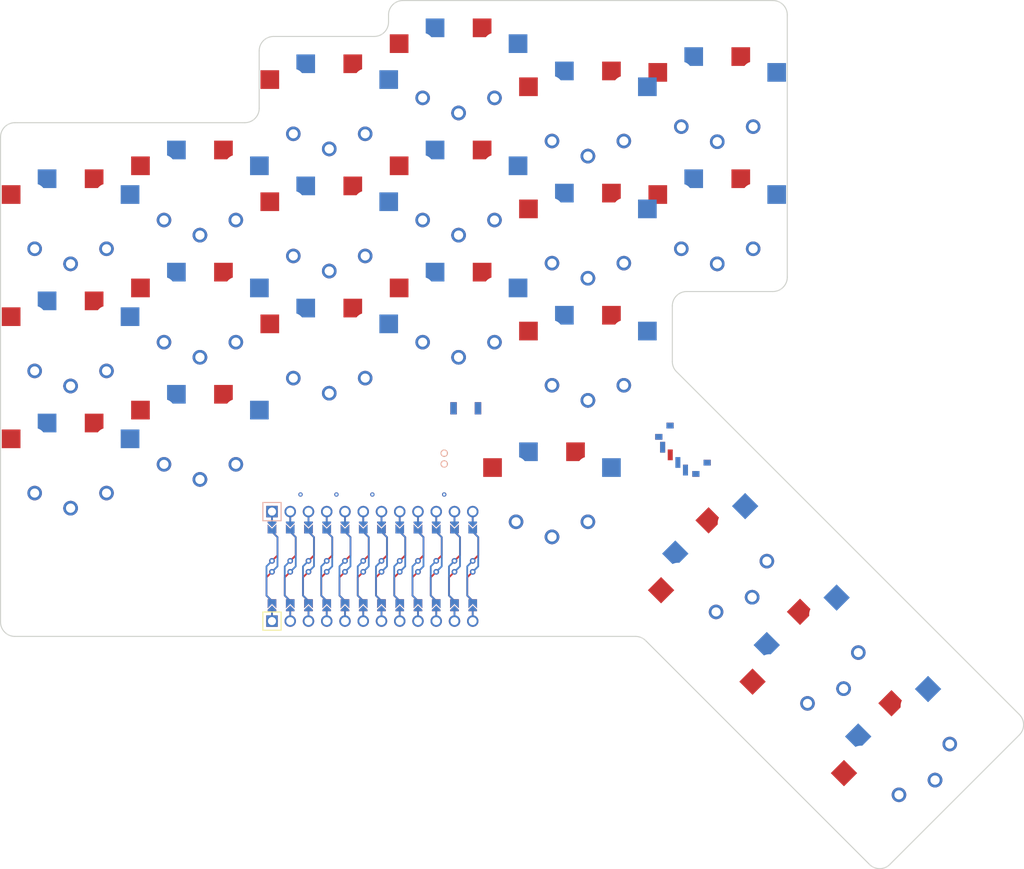
<source format=kicad_pcb>

            
(kicad_pcb (version 20171130) (host pcbnew 5.1.6)

  (page A3)
  (title_block
    (title lenz01)
    (rev v1.0.0)
    (company Unknown)
  )

  (general
    (thickness 1.6)
  )

  (layers
    (0 F.Cu signal)
    (31 B.Cu signal)
    (32 B.Adhes user)
    (33 F.Adhes user)
    (34 B.Paste user)
    (35 F.Paste user)
    (36 B.SilkS user)
    (37 F.SilkS user)
    (38 B.Mask user)
    (39 F.Mask user)
    (40 Dwgs.User user)
    (41 Cmts.User user)
    (42 Eco1.User user)
    (43 Eco2.User user)
    (44 Edge.Cuts user)
    (45 Margin user)
    (46 B.CrtYd user)
    (47 F.CrtYd user)
    (48 B.Fab user)
    (49 F.Fab user)
  )

  (setup
    (last_trace_width 0.25)
    (trace_clearance 0.2)
    (zone_clearance 0.508)
    (zone_45_only no)
    (trace_min 0.2)
    (via_size 0.8)
    (via_drill 0.4)
    (via_min_size 0.4)
    (via_min_drill 0.3)
    (uvia_size 0.3)
    (uvia_drill 0.1)
    (uvias_allowed no)
    (uvia_min_size 0.2)
    (uvia_min_drill 0.1)
    (edge_width 0.05)
    (segment_width 0.2)
    (pcb_text_width 0.3)
    (pcb_text_size 1.5 1.5)
    (mod_edge_width 0.12)
    (mod_text_size 1 1)
    (mod_text_width 0.15)
    (pad_size 1.524 1.524)
    (pad_drill 0.762)
    (pad_to_mask_clearance 0.05)
    (aux_axis_origin 0 0)
    (visible_elements FFFFFF7F)
    (pcbplotparams
      (layerselection 0x010fc_ffffffff)
      (usegerberextensions false)
      (usegerberattributes true)
      (usegerberadvancedattributes true)
      (creategerberjobfile true)
      (excludeedgelayer true)
      (linewidth 0.100000)
      (plotframeref false)
      (viasonmask false)
      (mode 1)
      (useauxorigin false)
      (hpglpennumber 1)
      (hpglpenspeed 20)
      (hpglpendiameter 15.000000)
      (psnegative false)
      (psa4output false)
      (plotreference true)
      (plotvalue true)
      (plotinvisibletext false)
      (padsonsilk false)
      (subtractmaskfromsilk false)
      (outputformat 1)
      (mirror false)
      (drillshape 1)
      (scaleselection 1)
      (outputdirectory ""))
  )

            (net 0 "")
(net 1 "P21")
(net 2 "P3")
(net 3 "P4")
(net 4 "P5")
(net 5 "P20")
(net 6 "P15")
(net 7 "P14")
(net 8 "P16")
(net 9 "P10")
(net 10 "P9")
(net 11 "GND")
(net 12 "P8")
(net 13 "P7")
(net 14 "P6")
(net 15 "RAW")
(net 16 "RST")
(net 17 "VCC")
(net 18 "P19")
(net 19 "P18")
(net 20 "P1")
(net 21 "P0")
(net 22 "P2")
(net 23 "pos")
            
  (net_class Default "This is the default net class."
    (clearance 0.2)
    (trace_width 0.25)
    (via_dia 0.8)
    (via_drill 0.4)
    (uvia_dia 0.3)
    (uvia_drill 0.1)
    (add_net "")
(add_net "P21")
(add_net "P3")
(add_net "P4")
(add_net "P5")
(add_net "P20")
(add_net "P15")
(add_net "P14")
(add_net "P16")
(add_net "P10")
(add_net "P9")
(add_net "GND")
(add_net "P8")
(add_net "P7")
(add_net "P6")
(add_net "RAW")
(add_net "RST")
(add_net "VCC")
(add_net "P19")
(add_net "P18")
(add_net "P1")
(add_net "P0")
(add_net "P2")
(add_net "pos")
  )

            
        
      (module PG1350 (layer F.Cu) (tedit 5DD50112)
      (at 18 0 0)

      
      (fp_text reference "S1" (at 0 0) (layer F.SilkS) hide (effects (font (size 1.27 1.27) (thickness 0.15))))
      (fp_text value "" (at 0 0) (layer F.SilkS) hide (effects (font (size 1.27 1.27) (thickness 0.15))))

      
      (fp_line (start -7 -6) (end -7 -7) (layer Dwgs.User) (width 0.15))
      (fp_line (start -7 7) (end -6 7) (layer Dwgs.User) (width 0.15))
      (fp_line (start -6 -7) (end -7 -7) (layer Dwgs.User) (width 0.15))
      (fp_line (start -7 7) (end -7 6) (layer Dwgs.User) (width 0.15))
      (fp_line (start 7 6) (end 7 7) (layer Dwgs.User) (width 0.15))
      (fp_line (start 7 -7) (end 6 -7) (layer Dwgs.User) (width 0.15))
      (fp_line (start 6 7) (end 7 7) (layer Dwgs.User) (width 0.15))
      (fp_line (start 7 -7) (end 7 -6) (layer Dwgs.User) (width 0.15))      
      
      
      (pad "" np_thru_hole circle (at 0 0) (size 3.429 3.429) (drill 3.429) (layers *.Cu *.Mask))
        
      
      (pad "" np_thru_hole circle (at 5.5 0) (size 1.7018 1.7018) (drill 1.7018) (layers *.Cu *.Mask))
      (pad "" np_thru_hole circle (at -5.5 0) (size 1.7018 1.7018) (drill 1.7018) (layers *.Cu *.Mask))
      
        
      
      (fp_line (start -9 -8.5) (end 9 -8.5) (layer Dwgs.User) (width 0.15))
      (fp_line (start 9 -8.5) (end 9 8.5) (layer Dwgs.User) (width 0.15))
      (fp_line (start 9 8.5) (end -9 8.5) (layer Dwgs.User) (width 0.15))
      (fp_line (start -9 8.5) (end -9 -8.5) (layer Dwgs.User) (width 0.15))
      
        
          
          (pad "" np_thru_hole circle (at 5 -3.75) (size 3 3) (drill 3) (layers *.Cu *.Mask))
          (pad "" np_thru_hole circle (at 0 -5.95) (size 3 3) (drill 3) (layers *.Cu *.Mask))
      
          
          (pad 1 smd rect (at -3.275 -5.95 0) (size 2.6 2.6) (layers B.Cu B.Paste B.Mask)  (net 1 "P21"))
          (pad 2 smd rect (at 8.275 -3.75 0) (size 2.6 2.6) (layers B.Cu B.Paste B.Mask)  (net 2 "P3"))
        
        
          
          (pad "" np_thru_hole circle (at -5 -3.75) (size 3 3) (drill 3) (layers *.Cu *.Mask))
          (pad "" np_thru_hole circle (at 0 -5.95) (size 3 3) (drill 3) (layers *.Cu *.Mask))
      
          
          (pad 1 smd rect (at 3.275 -5.95 0) (size 2.6 2.6) (layers F.Cu F.Paste F.Mask)  (net 1 "P21"))
          (pad 2 smd rect (at -8.275 -3.75 0) (size 2.6 2.6) (layers F.Cu F.Paste F.Mask)  (net 2 "P3"))
        )
        

        
      (module PG1350 (layer F.Cu) (tedit 5DD50112)
      (at 18 0 180)

      
      (fp_text reference "S2" (at 0 0) (layer F.SilkS) hide (effects (font (size 1.27 1.27) (thickness 0.15))))
      (fp_text value "" (at 0 0) (layer F.SilkS) hide (effects (font (size 1.27 1.27) (thickness 0.15))))

      
      (fp_line (start -7 -6) (end -7 -7) (layer Dwgs.User) (width 0.15))
      (fp_line (start -7 7) (end -6 7) (layer Dwgs.User) (width 0.15))
      (fp_line (start -6 -7) (end -7 -7) (layer Dwgs.User) (width 0.15))
      (fp_line (start -7 7) (end -7 6) (layer Dwgs.User) (width 0.15))
      (fp_line (start 7 6) (end 7 7) (layer Dwgs.User) (width 0.15))
      (fp_line (start 7 -7) (end 6 -7) (layer Dwgs.User) (width 0.15))
      (fp_line (start 6 7) (end 7 7) (layer Dwgs.User) (width 0.15))
      (fp_line (start 7 -7) (end 7 -6) (layer Dwgs.User) (width 0.15))      
      
      
      (pad "" np_thru_hole circle (at 0 0) (size 3.429 3.429) (drill 3.429) (layers *.Cu *.Mask))
        
      
      (pad "" np_thru_hole circle (at 5.5 0) (size 1.7018 1.7018) (drill 1.7018) (layers *.Cu *.Mask))
      (pad "" np_thru_hole circle (at -5.5 0) (size 1.7018 1.7018) (drill 1.7018) (layers *.Cu *.Mask))
      
        
      
      (fp_line (start -9 -8.5) (end 9 -8.5) (layer Dwgs.User) (width 0.15))
      (fp_line (start 9 -8.5) (end 9 8.5) (layer Dwgs.User) (width 0.15))
      (fp_line (start 9 8.5) (end -9 8.5) (layer Dwgs.User) (width 0.15))
      (fp_line (start -9 8.5) (end -9 -8.5) (layer Dwgs.User) (width 0.15))
      
        
            
            (pad 1 thru_hole circle (at 5 -3.8) (size 2.032 2.032) (drill 1.27) (layers *.Cu *.Mask) (net 1 "P21"))
            (pad 2 thru_hole circle (at 0 -5.9) (size 2.032 2.032) (drill 1.27) (layers *.Cu *.Mask) (net 2 "P3"))
          
        
            
            (pad 1 thru_hole circle (at -5 -3.8) (size 2.032 2.032) (drill 1.27) (layers *.Cu *.Mask) (net 1 "P21"))
            (pad 2 thru_hole circle (at -0 -5.9) (size 2.032 2.032) (drill 1.27) (layers *.Cu *.Mask) (net 2 "P3"))
          )
        

        
      (module PG1350 (layer F.Cu) (tedit 5DD50112)
      (at 18 -17 0)

      
      (fp_text reference "S3" (at 0 0) (layer F.SilkS) hide (effects (font (size 1.27 1.27) (thickness 0.15))))
      (fp_text value "" (at 0 0) (layer F.SilkS) hide (effects (font (size 1.27 1.27) (thickness 0.15))))

      
      (fp_line (start -7 -6) (end -7 -7) (layer Dwgs.User) (width 0.15))
      (fp_line (start -7 7) (end -6 7) (layer Dwgs.User) (width 0.15))
      (fp_line (start -6 -7) (end -7 -7) (layer Dwgs.User) (width 0.15))
      (fp_line (start -7 7) (end -7 6) (layer Dwgs.User) (width 0.15))
      (fp_line (start 7 6) (end 7 7) (layer Dwgs.User) (width 0.15))
      (fp_line (start 7 -7) (end 6 -7) (layer Dwgs.User) (width 0.15))
      (fp_line (start 6 7) (end 7 7) (layer Dwgs.User) (width 0.15))
      (fp_line (start 7 -7) (end 7 -6) (layer Dwgs.User) (width 0.15))      
      
      
      (pad "" np_thru_hole circle (at 0 0) (size 3.429 3.429) (drill 3.429) (layers *.Cu *.Mask))
        
      
      (pad "" np_thru_hole circle (at 5.5 0) (size 1.7018 1.7018) (drill 1.7018) (layers *.Cu *.Mask))
      (pad "" np_thru_hole circle (at -5.5 0) (size 1.7018 1.7018) (drill 1.7018) (layers *.Cu *.Mask))
      
        
      
      (fp_line (start -9 -8.5) (end 9 -8.5) (layer Dwgs.User) (width 0.15))
      (fp_line (start 9 -8.5) (end 9 8.5) (layer Dwgs.User) (width 0.15))
      (fp_line (start 9 8.5) (end -9 8.5) (layer Dwgs.User) (width 0.15))
      (fp_line (start -9 8.5) (end -9 -8.5) (layer Dwgs.User) (width 0.15))
      
        
          
          (pad "" np_thru_hole circle (at 5 -3.75) (size 3 3) (drill 3) (layers *.Cu *.Mask))
          (pad "" np_thru_hole circle (at 0 -5.95) (size 3 3) (drill 3) (layers *.Cu *.Mask))
      
          
          (pad 1 smd rect (at -3.275 -5.95 0) (size 2.6 2.6) (layers B.Cu B.Paste B.Mask)  (net 1 "P21"))
          (pad 2 smd rect (at 8.275 -3.75 0) (size 2.6 2.6) (layers B.Cu B.Paste B.Mask)  (net 3 "P4"))
        
        
          
          (pad "" np_thru_hole circle (at -5 -3.75) (size 3 3) (drill 3) (layers *.Cu *.Mask))
          (pad "" np_thru_hole circle (at 0 -5.95) (size 3 3) (drill 3) (layers *.Cu *.Mask))
      
          
          (pad 1 smd rect (at 3.275 -5.95 0) (size 2.6 2.6) (layers F.Cu F.Paste F.Mask)  (net 1 "P21"))
          (pad 2 smd rect (at -8.275 -3.75 0) (size 2.6 2.6) (layers F.Cu F.Paste F.Mask)  (net 3 "P4"))
        )
        

        
      (module PG1350 (layer F.Cu) (tedit 5DD50112)
      (at 18 -17 180)

      
      (fp_text reference "S4" (at 0 0) (layer F.SilkS) hide (effects (font (size 1.27 1.27) (thickness 0.15))))
      (fp_text value "" (at 0 0) (layer F.SilkS) hide (effects (font (size 1.27 1.27) (thickness 0.15))))

      
      (fp_line (start -7 -6) (end -7 -7) (layer Dwgs.User) (width 0.15))
      (fp_line (start -7 7) (end -6 7) (layer Dwgs.User) (width 0.15))
      (fp_line (start -6 -7) (end -7 -7) (layer Dwgs.User) (width 0.15))
      (fp_line (start -7 7) (end -7 6) (layer Dwgs.User) (width 0.15))
      (fp_line (start 7 6) (end 7 7) (layer Dwgs.User) (width 0.15))
      (fp_line (start 7 -7) (end 6 -7) (layer Dwgs.User) (width 0.15))
      (fp_line (start 6 7) (end 7 7) (layer Dwgs.User) (width 0.15))
      (fp_line (start 7 -7) (end 7 -6) (layer Dwgs.User) (width 0.15))      
      
      
      (pad "" np_thru_hole circle (at 0 0) (size 3.429 3.429) (drill 3.429) (layers *.Cu *.Mask))
        
      
      (pad "" np_thru_hole circle (at 5.5 0) (size 1.7018 1.7018) (drill 1.7018) (layers *.Cu *.Mask))
      (pad "" np_thru_hole circle (at -5.5 0) (size 1.7018 1.7018) (drill 1.7018) (layers *.Cu *.Mask))
      
        
      
      (fp_line (start -9 -8.5) (end 9 -8.5) (layer Dwgs.User) (width 0.15))
      (fp_line (start 9 -8.5) (end 9 8.5) (layer Dwgs.User) (width 0.15))
      (fp_line (start 9 8.5) (end -9 8.5) (layer Dwgs.User) (width 0.15))
      (fp_line (start -9 8.5) (end -9 -8.5) (layer Dwgs.User) (width 0.15))
      
        
            
            (pad 1 thru_hole circle (at 5 -3.8) (size 2.032 2.032) (drill 1.27) (layers *.Cu *.Mask) (net 1 "P21"))
            (pad 2 thru_hole circle (at 0 -5.9) (size 2.032 2.032) (drill 1.27) (layers *.Cu *.Mask) (net 3 "P4"))
          
        
            
            (pad 1 thru_hole circle (at -5 -3.8) (size 2.032 2.032) (drill 1.27) (layers *.Cu *.Mask) (net 1 "P21"))
            (pad 2 thru_hole circle (at -0 -5.9) (size 2.032 2.032) (drill 1.27) (layers *.Cu *.Mask) (net 3 "P4"))
          )
        

        
      (module PG1350 (layer F.Cu) (tedit 5DD50112)
      (at 18 -34 0)

      
      (fp_text reference "S5" (at 0 0) (layer F.SilkS) hide (effects (font (size 1.27 1.27) (thickness 0.15))))
      (fp_text value "" (at 0 0) (layer F.SilkS) hide (effects (font (size 1.27 1.27) (thickness 0.15))))

      
      (fp_line (start -7 -6) (end -7 -7) (layer Dwgs.User) (width 0.15))
      (fp_line (start -7 7) (end -6 7) (layer Dwgs.User) (width 0.15))
      (fp_line (start -6 -7) (end -7 -7) (layer Dwgs.User) (width 0.15))
      (fp_line (start -7 7) (end -7 6) (layer Dwgs.User) (width 0.15))
      (fp_line (start 7 6) (end 7 7) (layer Dwgs.User) (width 0.15))
      (fp_line (start 7 -7) (end 6 -7) (layer Dwgs.User) (width 0.15))
      (fp_line (start 6 7) (end 7 7) (layer Dwgs.User) (width 0.15))
      (fp_line (start 7 -7) (end 7 -6) (layer Dwgs.User) (width 0.15))      
      
      
      (pad "" np_thru_hole circle (at 0 0) (size 3.429 3.429) (drill 3.429) (layers *.Cu *.Mask))
        
      
      (pad "" np_thru_hole circle (at 5.5 0) (size 1.7018 1.7018) (drill 1.7018) (layers *.Cu *.Mask))
      (pad "" np_thru_hole circle (at -5.5 0) (size 1.7018 1.7018) (drill 1.7018) (layers *.Cu *.Mask))
      
        
      
      (fp_line (start -9 -8.5) (end 9 -8.5) (layer Dwgs.User) (width 0.15))
      (fp_line (start 9 -8.5) (end 9 8.5) (layer Dwgs.User) (width 0.15))
      (fp_line (start 9 8.5) (end -9 8.5) (layer Dwgs.User) (width 0.15))
      (fp_line (start -9 8.5) (end -9 -8.5) (layer Dwgs.User) (width 0.15))
      
        
          
          (pad "" np_thru_hole circle (at 5 -3.75) (size 3 3) (drill 3) (layers *.Cu *.Mask))
          (pad "" np_thru_hole circle (at 0 -5.95) (size 3 3) (drill 3) (layers *.Cu *.Mask))
      
          
          (pad 1 smd rect (at -3.275 -5.95 0) (size 2.6 2.6) (layers B.Cu B.Paste B.Mask)  (net 1 "P21"))
          (pad 2 smd rect (at 8.275 -3.75 0) (size 2.6 2.6) (layers B.Cu B.Paste B.Mask)  (net 4 "P5"))
        
        
          
          (pad "" np_thru_hole circle (at -5 -3.75) (size 3 3) (drill 3) (layers *.Cu *.Mask))
          (pad "" np_thru_hole circle (at 0 -5.95) (size 3 3) (drill 3) (layers *.Cu *.Mask))
      
          
          (pad 1 smd rect (at 3.275 -5.95 0) (size 2.6 2.6) (layers F.Cu F.Paste F.Mask)  (net 1 "P21"))
          (pad 2 smd rect (at -8.275 -3.75 0) (size 2.6 2.6) (layers F.Cu F.Paste F.Mask)  (net 4 "P5"))
        )
        

        
      (module PG1350 (layer F.Cu) (tedit 5DD50112)
      (at 18 -34 180)

      
      (fp_text reference "S6" (at 0 0) (layer F.SilkS) hide (effects (font (size 1.27 1.27) (thickness 0.15))))
      (fp_text value "" (at 0 0) (layer F.SilkS) hide (effects (font (size 1.27 1.27) (thickness 0.15))))

      
      (fp_line (start -7 -6) (end -7 -7) (layer Dwgs.User) (width 0.15))
      (fp_line (start -7 7) (end -6 7) (layer Dwgs.User) (width 0.15))
      (fp_line (start -6 -7) (end -7 -7) (layer Dwgs.User) (width 0.15))
      (fp_line (start -7 7) (end -7 6) (layer Dwgs.User) (width 0.15))
      (fp_line (start 7 6) (end 7 7) (layer Dwgs.User) (width 0.15))
      (fp_line (start 7 -7) (end 6 -7) (layer Dwgs.User) (width 0.15))
      (fp_line (start 6 7) (end 7 7) (layer Dwgs.User) (width 0.15))
      (fp_line (start 7 -7) (end 7 -6) (layer Dwgs.User) (width 0.15))      
      
      
      (pad "" np_thru_hole circle (at 0 0) (size 3.429 3.429) (drill 3.429) (layers *.Cu *.Mask))
        
      
      (pad "" np_thru_hole circle (at 5.5 0) (size 1.7018 1.7018) (drill 1.7018) (layers *.Cu *.Mask))
      (pad "" np_thru_hole circle (at -5.5 0) (size 1.7018 1.7018) (drill 1.7018) (layers *.Cu *.Mask))
      
        
      
      (fp_line (start -9 -8.5) (end 9 -8.5) (layer Dwgs.User) (width 0.15))
      (fp_line (start 9 -8.5) (end 9 8.5) (layer Dwgs.User) (width 0.15))
      (fp_line (start 9 8.5) (end -9 8.5) (layer Dwgs.User) (width 0.15))
      (fp_line (start -9 8.5) (end -9 -8.5) (layer Dwgs.User) (width 0.15))
      
        
            
            (pad 1 thru_hole circle (at 5 -3.8) (size 2.032 2.032) (drill 1.27) (layers *.Cu *.Mask) (net 1 "P21"))
            (pad 2 thru_hole circle (at 0 -5.9) (size 2.032 2.032) (drill 1.27) (layers *.Cu *.Mask) (net 4 "P5"))
          
        
            
            (pad 1 thru_hole circle (at -5 -3.8) (size 2.032 2.032) (drill 1.27) (layers *.Cu *.Mask) (net 1 "P21"))
            (pad 2 thru_hole circle (at -0 -5.9) (size 2.032 2.032) (drill 1.27) (layers *.Cu *.Mask) (net 4 "P5"))
          )
        

        
      (module PG1350 (layer F.Cu) (tedit 5DD50112)
      (at 36 -4 0)

      
      (fp_text reference "S7" (at 0 0) (layer F.SilkS) hide (effects (font (size 1.27 1.27) (thickness 0.15))))
      (fp_text value "" (at 0 0) (layer F.SilkS) hide (effects (font (size 1.27 1.27) (thickness 0.15))))

      
      (fp_line (start -7 -6) (end -7 -7) (layer Dwgs.User) (width 0.15))
      (fp_line (start -7 7) (end -6 7) (layer Dwgs.User) (width 0.15))
      (fp_line (start -6 -7) (end -7 -7) (layer Dwgs.User) (width 0.15))
      (fp_line (start -7 7) (end -7 6) (layer Dwgs.User) (width 0.15))
      (fp_line (start 7 6) (end 7 7) (layer Dwgs.User) (width 0.15))
      (fp_line (start 7 -7) (end 6 -7) (layer Dwgs.User) (width 0.15))
      (fp_line (start 6 7) (end 7 7) (layer Dwgs.User) (width 0.15))
      (fp_line (start 7 -7) (end 7 -6) (layer Dwgs.User) (width 0.15))      
      
      
      (pad "" np_thru_hole circle (at 0 0) (size 3.429 3.429) (drill 3.429) (layers *.Cu *.Mask))
        
      
      (pad "" np_thru_hole circle (at 5.5 0) (size 1.7018 1.7018) (drill 1.7018) (layers *.Cu *.Mask))
      (pad "" np_thru_hole circle (at -5.5 0) (size 1.7018 1.7018) (drill 1.7018) (layers *.Cu *.Mask))
      
        
      
      (fp_line (start -9 -8.5) (end 9 -8.5) (layer Dwgs.User) (width 0.15))
      (fp_line (start 9 -8.5) (end 9 8.5) (layer Dwgs.User) (width 0.15))
      (fp_line (start 9 8.5) (end -9 8.5) (layer Dwgs.User) (width 0.15))
      (fp_line (start -9 8.5) (end -9 -8.5) (layer Dwgs.User) (width 0.15))
      
        
          
          (pad "" np_thru_hole circle (at 5 -3.75) (size 3 3) (drill 3) (layers *.Cu *.Mask))
          (pad "" np_thru_hole circle (at 0 -5.95) (size 3 3) (drill 3) (layers *.Cu *.Mask))
      
          
          (pad 1 smd rect (at -3.275 -5.95 0) (size 2.6 2.6) (layers B.Cu B.Paste B.Mask)  (net 5 "P20"))
          (pad 2 smd rect (at 8.275 -3.75 0) (size 2.6 2.6) (layers B.Cu B.Paste B.Mask)  (net 2 "P3"))
        
        
          
          (pad "" np_thru_hole circle (at -5 -3.75) (size 3 3) (drill 3) (layers *.Cu *.Mask))
          (pad "" np_thru_hole circle (at 0 -5.95) (size 3 3) (drill 3) (layers *.Cu *.Mask))
      
          
          (pad 1 smd rect (at 3.275 -5.95 0) (size 2.6 2.6) (layers F.Cu F.Paste F.Mask)  (net 5 "P20"))
          (pad 2 smd rect (at -8.275 -3.75 0) (size 2.6 2.6) (layers F.Cu F.Paste F.Mask)  (net 2 "P3"))
        )
        

        
      (module PG1350 (layer F.Cu) (tedit 5DD50112)
      (at 36 -4 180)

      
      (fp_text reference "S8" (at 0 0) (layer F.SilkS) hide (effects (font (size 1.27 1.27) (thickness 0.15))))
      (fp_text value "" (at 0 0) (layer F.SilkS) hide (effects (font (size 1.27 1.27) (thickness 0.15))))

      
      (fp_line (start -7 -6) (end -7 -7) (layer Dwgs.User) (width 0.15))
      (fp_line (start -7 7) (end -6 7) (layer Dwgs.User) (width 0.15))
      (fp_line (start -6 -7) (end -7 -7) (layer Dwgs.User) (width 0.15))
      (fp_line (start -7 7) (end -7 6) (layer Dwgs.User) (width 0.15))
      (fp_line (start 7 6) (end 7 7) (layer Dwgs.User) (width 0.15))
      (fp_line (start 7 -7) (end 6 -7) (layer Dwgs.User) (width 0.15))
      (fp_line (start 6 7) (end 7 7) (layer Dwgs.User) (width 0.15))
      (fp_line (start 7 -7) (end 7 -6) (layer Dwgs.User) (width 0.15))      
      
      
      (pad "" np_thru_hole circle (at 0 0) (size 3.429 3.429) (drill 3.429) (layers *.Cu *.Mask))
        
      
      (pad "" np_thru_hole circle (at 5.5 0) (size 1.7018 1.7018) (drill 1.7018) (layers *.Cu *.Mask))
      (pad "" np_thru_hole circle (at -5.5 0) (size 1.7018 1.7018) (drill 1.7018) (layers *.Cu *.Mask))
      
        
      
      (fp_line (start -9 -8.5) (end 9 -8.5) (layer Dwgs.User) (width 0.15))
      (fp_line (start 9 -8.5) (end 9 8.5) (layer Dwgs.User) (width 0.15))
      (fp_line (start 9 8.5) (end -9 8.5) (layer Dwgs.User) (width 0.15))
      (fp_line (start -9 8.5) (end -9 -8.5) (layer Dwgs.User) (width 0.15))
      
        
            
            (pad 1 thru_hole circle (at 5 -3.8) (size 2.032 2.032) (drill 1.27) (layers *.Cu *.Mask) (net 5 "P20"))
            (pad 2 thru_hole circle (at 0 -5.9) (size 2.032 2.032) (drill 1.27) (layers *.Cu *.Mask) (net 2 "P3"))
          
        
            
            (pad 1 thru_hole circle (at -5 -3.8) (size 2.032 2.032) (drill 1.27) (layers *.Cu *.Mask) (net 5 "P20"))
            (pad 2 thru_hole circle (at -0 -5.9) (size 2.032 2.032) (drill 1.27) (layers *.Cu *.Mask) (net 2 "P3"))
          )
        

        
      (module PG1350 (layer F.Cu) (tedit 5DD50112)
      (at 36 -21 0)

      
      (fp_text reference "S9" (at 0 0) (layer F.SilkS) hide (effects (font (size 1.27 1.27) (thickness 0.15))))
      (fp_text value "" (at 0 0) (layer F.SilkS) hide (effects (font (size 1.27 1.27) (thickness 0.15))))

      
      (fp_line (start -7 -6) (end -7 -7) (layer Dwgs.User) (width 0.15))
      (fp_line (start -7 7) (end -6 7) (layer Dwgs.User) (width 0.15))
      (fp_line (start -6 -7) (end -7 -7) (layer Dwgs.User) (width 0.15))
      (fp_line (start -7 7) (end -7 6) (layer Dwgs.User) (width 0.15))
      (fp_line (start 7 6) (end 7 7) (layer Dwgs.User) (width 0.15))
      (fp_line (start 7 -7) (end 6 -7) (layer Dwgs.User) (width 0.15))
      (fp_line (start 6 7) (end 7 7) (layer Dwgs.User) (width 0.15))
      (fp_line (start 7 -7) (end 7 -6) (layer Dwgs.User) (width 0.15))      
      
      
      (pad "" np_thru_hole circle (at 0 0) (size 3.429 3.429) (drill 3.429) (layers *.Cu *.Mask))
        
      
      (pad "" np_thru_hole circle (at 5.5 0) (size 1.7018 1.7018) (drill 1.7018) (layers *.Cu *.Mask))
      (pad "" np_thru_hole circle (at -5.5 0) (size 1.7018 1.7018) (drill 1.7018) (layers *.Cu *.Mask))
      
        
      
      (fp_line (start -9 -8.5) (end 9 -8.5) (layer Dwgs.User) (width 0.15))
      (fp_line (start 9 -8.5) (end 9 8.5) (layer Dwgs.User) (width 0.15))
      (fp_line (start 9 8.5) (end -9 8.5) (layer Dwgs.User) (width 0.15))
      (fp_line (start -9 8.5) (end -9 -8.5) (layer Dwgs.User) (width 0.15))
      
        
          
          (pad "" np_thru_hole circle (at 5 -3.75) (size 3 3) (drill 3) (layers *.Cu *.Mask))
          (pad "" np_thru_hole circle (at 0 -5.95) (size 3 3) (drill 3) (layers *.Cu *.Mask))
      
          
          (pad 1 smd rect (at -3.275 -5.95 0) (size 2.6 2.6) (layers B.Cu B.Paste B.Mask)  (net 5 "P20"))
          (pad 2 smd rect (at 8.275 -3.75 0) (size 2.6 2.6) (layers B.Cu B.Paste B.Mask)  (net 3 "P4"))
        
        
          
          (pad "" np_thru_hole circle (at -5 -3.75) (size 3 3) (drill 3) (layers *.Cu *.Mask))
          (pad "" np_thru_hole circle (at 0 -5.95) (size 3 3) (drill 3) (layers *.Cu *.Mask))
      
          
          (pad 1 smd rect (at 3.275 -5.95 0) (size 2.6 2.6) (layers F.Cu F.Paste F.Mask)  (net 5 "P20"))
          (pad 2 smd rect (at -8.275 -3.75 0) (size 2.6 2.6) (layers F.Cu F.Paste F.Mask)  (net 3 "P4"))
        )
        

        
      (module PG1350 (layer F.Cu) (tedit 5DD50112)
      (at 36 -21 180)

      
      (fp_text reference "S10" (at 0 0) (layer F.SilkS) hide (effects (font (size 1.27 1.27) (thickness 0.15))))
      (fp_text value "" (at 0 0) (layer F.SilkS) hide (effects (font (size 1.27 1.27) (thickness 0.15))))

      
      (fp_line (start -7 -6) (end -7 -7) (layer Dwgs.User) (width 0.15))
      (fp_line (start -7 7) (end -6 7) (layer Dwgs.User) (width 0.15))
      (fp_line (start -6 -7) (end -7 -7) (layer Dwgs.User) (width 0.15))
      (fp_line (start -7 7) (end -7 6) (layer Dwgs.User) (width 0.15))
      (fp_line (start 7 6) (end 7 7) (layer Dwgs.User) (width 0.15))
      (fp_line (start 7 -7) (end 6 -7) (layer Dwgs.User) (width 0.15))
      (fp_line (start 6 7) (end 7 7) (layer Dwgs.User) (width 0.15))
      (fp_line (start 7 -7) (end 7 -6) (layer Dwgs.User) (width 0.15))      
      
      
      (pad "" np_thru_hole circle (at 0 0) (size 3.429 3.429) (drill 3.429) (layers *.Cu *.Mask))
        
      
      (pad "" np_thru_hole circle (at 5.5 0) (size 1.7018 1.7018) (drill 1.7018) (layers *.Cu *.Mask))
      (pad "" np_thru_hole circle (at -5.5 0) (size 1.7018 1.7018) (drill 1.7018) (layers *.Cu *.Mask))
      
        
      
      (fp_line (start -9 -8.5) (end 9 -8.5) (layer Dwgs.User) (width 0.15))
      (fp_line (start 9 -8.5) (end 9 8.5) (layer Dwgs.User) (width 0.15))
      (fp_line (start 9 8.5) (end -9 8.5) (layer Dwgs.User) (width 0.15))
      (fp_line (start -9 8.5) (end -9 -8.5) (layer Dwgs.User) (width 0.15))
      
        
            
            (pad 1 thru_hole circle (at 5 -3.8) (size 2.032 2.032) (drill 1.27) (layers *.Cu *.Mask) (net 5 "P20"))
            (pad 2 thru_hole circle (at 0 -5.9) (size 2.032 2.032) (drill 1.27) (layers *.Cu *.Mask) (net 3 "P4"))
          
        
            
            (pad 1 thru_hole circle (at -5 -3.8) (size 2.032 2.032) (drill 1.27) (layers *.Cu *.Mask) (net 5 "P20"))
            (pad 2 thru_hole circle (at -0 -5.9) (size 2.032 2.032) (drill 1.27) (layers *.Cu *.Mask) (net 3 "P4"))
          )
        

        
      (module PG1350 (layer F.Cu) (tedit 5DD50112)
      (at 36 -38 0)

      
      (fp_text reference "S11" (at 0 0) (layer F.SilkS) hide (effects (font (size 1.27 1.27) (thickness 0.15))))
      (fp_text value "" (at 0 0) (layer F.SilkS) hide (effects (font (size 1.27 1.27) (thickness 0.15))))

      
      (fp_line (start -7 -6) (end -7 -7) (layer Dwgs.User) (width 0.15))
      (fp_line (start -7 7) (end -6 7) (layer Dwgs.User) (width 0.15))
      (fp_line (start -6 -7) (end -7 -7) (layer Dwgs.User) (width 0.15))
      (fp_line (start -7 7) (end -7 6) (layer Dwgs.User) (width 0.15))
      (fp_line (start 7 6) (end 7 7) (layer Dwgs.User) (width 0.15))
      (fp_line (start 7 -7) (end 6 -7) (layer Dwgs.User) (width 0.15))
      (fp_line (start 6 7) (end 7 7) (layer Dwgs.User) (width 0.15))
      (fp_line (start 7 -7) (end 7 -6) (layer Dwgs.User) (width 0.15))      
      
      
      (pad "" np_thru_hole circle (at 0 0) (size 3.429 3.429) (drill 3.429) (layers *.Cu *.Mask))
        
      
      (pad "" np_thru_hole circle (at 5.5 0) (size 1.7018 1.7018) (drill 1.7018) (layers *.Cu *.Mask))
      (pad "" np_thru_hole circle (at -5.5 0) (size 1.7018 1.7018) (drill 1.7018) (layers *.Cu *.Mask))
      
        
      
      (fp_line (start -9 -8.5) (end 9 -8.5) (layer Dwgs.User) (width 0.15))
      (fp_line (start 9 -8.5) (end 9 8.5) (layer Dwgs.User) (width 0.15))
      (fp_line (start 9 8.5) (end -9 8.5) (layer Dwgs.User) (width 0.15))
      (fp_line (start -9 8.5) (end -9 -8.5) (layer Dwgs.User) (width 0.15))
      
        
          
          (pad "" np_thru_hole circle (at 5 -3.75) (size 3 3) (drill 3) (layers *.Cu *.Mask))
          (pad "" np_thru_hole circle (at 0 -5.95) (size 3 3) (drill 3) (layers *.Cu *.Mask))
      
          
          (pad 1 smd rect (at -3.275 -5.95 0) (size 2.6 2.6) (layers B.Cu B.Paste B.Mask)  (net 5 "P20"))
          (pad 2 smd rect (at 8.275 -3.75 0) (size 2.6 2.6) (layers B.Cu B.Paste B.Mask)  (net 4 "P5"))
        
        
          
          (pad "" np_thru_hole circle (at -5 -3.75) (size 3 3) (drill 3) (layers *.Cu *.Mask))
          (pad "" np_thru_hole circle (at 0 -5.95) (size 3 3) (drill 3) (layers *.Cu *.Mask))
      
          
          (pad 1 smd rect (at 3.275 -5.95 0) (size 2.6 2.6) (layers F.Cu F.Paste F.Mask)  (net 5 "P20"))
          (pad 2 smd rect (at -8.275 -3.75 0) (size 2.6 2.6) (layers F.Cu F.Paste F.Mask)  (net 4 "P5"))
        )
        

        
      (module PG1350 (layer F.Cu) (tedit 5DD50112)
      (at 36 -38 180)

      
      (fp_text reference "S12" (at 0 0) (layer F.SilkS) hide (effects (font (size 1.27 1.27) (thickness 0.15))))
      (fp_text value "" (at 0 0) (layer F.SilkS) hide (effects (font (size 1.27 1.27) (thickness 0.15))))

      
      (fp_line (start -7 -6) (end -7 -7) (layer Dwgs.User) (width 0.15))
      (fp_line (start -7 7) (end -6 7) (layer Dwgs.User) (width 0.15))
      (fp_line (start -6 -7) (end -7 -7) (layer Dwgs.User) (width 0.15))
      (fp_line (start -7 7) (end -7 6) (layer Dwgs.User) (width 0.15))
      (fp_line (start 7 6) (end 7 7) (layer Dwgs.User) (width 0.15))
      (fp_line (start 7 -7) (end 6 -7) (layer Dwgs.User) (width 0.15))
      (fp_line (start 6 7) (end 7 7) (layer Dwgs.User) (width 0.15))
      (fp_line (start 7 -7) (end 7 -6) (layer Dwgs.User) (width 0.15))      
      
      
      (pad "" np_thru_hole circle (at 0 0) (size 3.429 3.429) (drill 3.429) (layers *.Cu *.Mask))
        
      
      (pad "" np_thru_hole circle (at 5.5 0) (size 1.7018 1.7018) (drill 1.7018) (layers *.Cu *.Mask))
      (pad "" np_thru_hole circle (at -5.5 0) (size 1.7018 1.7018) (drill 1.7018) (layers *.Cu *.Mask))
      
        
      
      (fp_line (start -9 -8.5) (end 9 -8.5) (layer Dwgs.User) (width 0.15))
      (fp_line (start 9 -8.5) (end 9 8.5) (layer Dwgs.User) (width 0.15))
      (fp_line (start 9 8.5) (end -9 8.5) (layer Dwgs.User) (width 0.15))
      (fp_line (start -9 8.5) (end -9 -8.5) (layer Dwgs.User) (width 0.15))
      
        
            
            (pad 1 thru_hole circle (at 5 -3.8) (size 2.032 2.032) (drill 1.27) (layers *.Cu *.Mask) (net 5 "P20"))
            (pad 2 thru_hole circle (at 0 -5.9) (size 2.032 2.032) (drill 1.27) (layers *.Cu *.Mask) (net 4 "P5"))
          
        
            
            (pad 1 thru_hole circle (at -5 -3.8) (size 2.032 2.032) (drill 1.27) (layers *.Cu *.Mask) (net 5 "P20"))
            (pad 2 thru_hole circle (at -0 -5.9) (size 2.032 2.032) (drill 1.27) (layers *.Cu *.Mask) (net 4 "P5"))
          )
        

        
      (module PG1350 (layer F.Cu) (tedit 5DD50112)
      (at 54 -16 0)

      
      (fp_text reference "S13" (at 0 0) (layer F.SilkS) hide (effects (font (size 1.27 1.27) (thickness 0.15))))
      (fp_text value "" (at 0 0) (layer F.SilkS) hide (effects (font (size 1.27 1.27) (thickness 0.15))))

      
      (fp_line (start -7 -6) (end -7 -7) (layer Dwgs.User) (width 0.15))
      (fp_line (start -7 7) (end -6 7) (layer Dwgs.User) (width 0.15))
      (fp_line (start -6 -7) (end -7 -7) (layer Dwgs.User) (width 0.15))
      (fp_line (start -7 7) (end -7 6) (layer Dwgs.User) (width 0.15))
      (fp_line (start 7 6) (end 7 7) (layer Dwgs.User) (width 0.15))
      (fp_line (start 7 -7) (end 6 -7) (layer Dwgs.User) (width 0.15))
      (fp_line (start 6 7) (end 7 7) (layer Dwgs.User) (width 0.15))
      (fp_line (start 7 -7) (end 7 -6) (layer Dwgs.User) (width 0.15))      
      
      
      (pad "" np_thru_hole circle (at 0 0) (size 3.429 3.429) (drill 3.429) (layers *.Cu *.Mask))
        
      
      (pad "" np_thru_hole circle (at 5.5 0) (size 1.7018 1.7018) (drill 1.7018) (layers *.Cu *.Mask))
      (pad "" np_thru_hole circle (at -5.5 0) (size 1.7018 1.7018) (drill 1.7018) (layers *.Cu *.Mask))
      
        
      
      (fp_line (start -9 -8.5) (end 9 -8.5) (layer Dwgs.User) (width 0.15))
      (fp_line (start 9 -8.5) (end 9 8.5) (layer Dwgs.User) (width 0.15))
      (fp_line (start 9 8.5) (end -9 8.5) (layer Dwgs.User) (width 0.15))
      (fp_line (start -9 8.5) (end -9 -8.5) (layer Dwgs.User) (width 0.15))
      
        
          
          (pad "" np_thru_hole circle (at 5 -3.75) (size 3 3) (drill 3) (layers *.Cu *.Mask))
          (pad "" np_thru_hole circle (at 0 -5.95) (size 3 3) (drill 3) (layers *.Cu *.Mask))
      
          
          (pad 1 smd rect (at -3.275 -5.95 0) (size 2.6 2.6) (layers B.Cu B.Paste B.Mask)  (net 6 "P15"))
          (pad 2 smd rect (at 8.275 -3.75 0) (size 2.6 2.6) (layers B.Cu B.Paste B.Mask)  (net 2 "P3"))
        
        
          
          (pad "" np_thru_hole circle (at -5 -3.75) (size 3 3) (drill 3) (layers *.Cu *.Mask))
          (pad "" np_thru_hole circle (at 0 -5.95) (size 3 3) (drill 3) (layers *.Cu *.Mask))
      
          
          (pad 1 smd rect (at 3.275 -5.95 0) (size 2.6 2.6) (layers F.Cu F.Paste F.Mask)  (net 6 "P15"))
          (pad 2 smd rect (at -8.275 -3.75 0) (size 2.6 2.6) (layers F.Cu F.Paste F.Mask)  (net 2 "P3"))
        )
        

        
      (module PG1350 (layer F.Cu) (tedit 5DD50112)
      (at 54 -16 180)

      
      (fp_text reference "S14" (at 0 0) (layer F.SilkS) hide (effects (font (size 1.27 1.27) (thickness 0.15))))
      (fp_text value "" (at 0 0) (layer F.SilkS) hide (effects (font (size 1.27 1.27) (thickness 0.15))))

      
      (fp_line (start -7 -6) (end -7 -7) (layer Dwgs.User) (width 0.15))
      (fp_line (start -7 7) (end -6 7) (layer Dwgs.User) (width 0.15))
      (fp_line (start -6 -7) (end -7 -7) (layer Dwgs.User) (width 0.15))
      (fp_line (start -7 7) (end -7 6) (layer Dwgs.User) (width 0.15))
      (fp_line (start 7 6) (end 7 7) (layer Dwgs.User) (width 0.15))
      (fp_line (start 7 -7) (end 6 -7) (layer Dwgs.User) (width 0.15))
      (fp_line (start 6 7) (end 7 7) (layer Dwgs.User) (width 0.15))
      (fp_line (start 7 -7) (end 7 -6) (layer Dwgs.User) (width 0.15))      
      
      
      (pad "" np_thru_hole circle (at 0 0) (size 3.429 3.429) (drill 3.429) (layers *.Cu *.Mask))
        
      
      (pad "" np_thru_hole circle (at 5.5 0) (size 1.7018 1.7018) (drill 1.7018) (layers *.Cu *.Mask))
      (pad "" np_thru_hole circle (at -5.5 0) (size 1.7018 1.7018) (drill 1.7018) (layers *.Cu *.Mask))
      
        
      
      (fp_line (start -9 -8.5) (end 9 -8.5) (layer Dwgs.User) (width 0.15))
      (fp_line (start 9 -8.5) (end 9 8.5) (layer Dwgs.User) (width 0.15))
      (fp_line (start 9 8.5) (end -9 8.5) (layer Dwgs.User) (width 0.15))
      (fp_line (start -9 8.5) (end -9 -8.5) (layer Dwgs.User) (width 0.15))
      
        
            
            (pad 1 thru_hole circle (at 5 -3.8) (size 2.032 2.032) (drill 1.27) (layers *.Cu *.Mask) (net 6 "P15"))
            (pad 2 thru_hole circle (at 0 -5.9) (size 2.032 2.032) (drill 1.27) (layers *.Cu *.Mask) (net 2 "P3"))
          
        
            
            (pad 1 thru_hole circle (at -5 -3.8) (size 2.032 2.032) (drill 1.27) (layers *.Cu *.Mask) (net 6 "P15"))
            (pad 2 thru_hole circle (at -0 -5.9) (size 2.032 2.032) (drill 1.27) (layers *.Cu *.Mask) (net 2 "P3"))
          )
        

        
      (module PG1350 (layer F.Cu) (tedit 5DD50112)
      (at 54 -33 0)

      
      (fp_text reference "S15" (at 0 0) (layer F.SilkS) hide (effects (font (size 1.27 1.27) (thickness 0.15))))
      (fp_text value "" (at 0 0) (layer F.SilkS) hide (effects (font (size 1.27 1.27) (thickness 0.15))))

      
      (fp_line (start -7 -6) (end -7 -7) (layer Dwgs.User) (width 0.15))
      (fp_line (start -7 7) (end -6 7) (layer Dwgs.User) (width 0.15))
      (fp_line (start -6 -7) (end -7 -7) (layer Dwgs.User) (width 0.15))
      (fp_line (start -7 7) (end -7 6) (layer Dwgs.User) (width 0.15))
      (fp_line (start 7 6) (end 7 7) (layer Dwgs.User) (width 0.15))
      (fp_line (start 7 -7) (end 6 -7) (layer Dwgs.User) (width 0.15))
      (fp_line (start 6 7) (end 7 7) (layer Dwgs.User) (width 0.15))
      (fp_line (start 7 -7) (end 7 -6) (layer Dwgs.User) (width 0.15))      
      
      
      (pad "" np_thru_hole circle (at 0 0) (size 3.429 3.429) (drill 3.429) (layers *.Cu *.Mask))
        
      
      (pad "" np_thru_hole circle (at 5.5 0) (size 1.7018 1.7018) (drill 1.7018) (layers *.Cu *.Mask))
      (pad "" np_thru_hole circle (at -5.5 0) (size 1.7018 1.7018) (drill 1.7018) (layers *.Cu *.Mask))
      
        
      
      (fp_line (start -9 -8.5) (end 9 -8.5) (layer Dwgs.User) (width 0.15))
      (fp_line (start 9 -8.5) (end 9 8.5) (layer Dwgs.User) (width 0.15))
      (fp_line (start 9 8.5) (end -9 8.5) (layer Dwgs.User) (width 0.15))
      (fp_line (start -9 8.5) (end -9 -8.5) (layer Dwgs.User) (width 0.15))
      
        
          
          (pad "" np_thru_hole circle (at 5 -3.75) (size 3 3) (drill 3) (layers *.Cu *.Mask))
          (pad "" np_thru_hole circle (at 0 -5.95) (size 3 3) (drill 3) (layers *.Cu *.Mask))
      
          
          (pad 1 smd rect (at -3.275 -5.95 0) (size 2.6 2.6) (layers B.Cu B.Paste B.Mask)  (net 6 "P15"))
          (pad 2 smd rect (at 8.275 -3.75 0) (size 2.6 2.6) (layers B.Cu B.Paste B.Mask)  (net 3 "P4"))
        
        
          
          (pad "" np_thru_hole circle (at -5 -3.75) (size 3 3) (drill 3) (layers *.Cu *.Mask))
          (pad "" np_thru_hole circle (at 0 -5.95) (size 3 3) (drill 3) (layers *.Cu *.Mask))
      
          
          (pad 1 smd rect (at 3.275 -5.95 0) (size 2.6 2.6) (layers F.Cu F.Paste F.Mask)  (net 6 "P15"))
          (pad 2 smd rect (at -8.275 -3.75 0) (size 2.6 2.6) (layers F.Cu F.Paste F.Mask)  (net 3 "P4"))
        )
        

        
      (module PG1350 (layer F.Cu) (tedit 5DD50112)
      (at 54 -33 180)

      
      (fp_text reference "S16" (at 0 0) (layer F.SilkS) hide (effects (font (size 1.27 1.27) (thickness 0.15))))
      (fp_text value "" (at 0 0) (layer F.SilkS) hide (effects (font (size 1.27 1.27) (thickness 0.15))))

      
      (fp_line (start -7 -6) (end -7 -7) (layer Dwgs.User) (width 0.15))
      (fp_line (start -7 7) (end -6 7) (layer Dwgs.User) (width 0.15))
      (fp_line (start -6 -7) (end -7 -7) (layer Dwgs.User) (width 0.15))
      (fp_line (start -7 7) (end -7 6) (layer Dwgs.User) (width 0.15))
      (fp_line (start 7 6) (end 7 7) (layer Dwgs.User) (width 0.15))
      (fp_line (start 7 -7) (end 6 -7) (layer Dwgs.User) (width 0.15))
      (fp_line (start 6 7) (end 7 7) (layer Dwgs.User) (width 0.15))
      (fp_line (start 7 -7) (end 7 -6) (layer Dwgs.User) (width 0.15))      
      
      
      (pad "" np_thru_hole circle (at 0 0) (size 3.429 3.429) (drill 3.429) (layers *.Cu *.Mask))
        
      
      (pad "" np_thru_hole circle (at 5.5 0) (size 1.7018 1.7018) (drill 1.7018) (layers *.Cu *.Mask))
      (pad "" np_thru_hole circle (at -5.5 0) (size 1.7018 1.7018) (drill 1.7018) (layers *.Cu *.Mask))
      
        
      
      (fp_line (start -9 -8.5) (end 9 -8.5) (layer Dwgs.User) (width 0.15))
      (fp_line (start 9 -8.5) (end 9 8.5) (layer Dwgs.User) (width 0.15))
      (fp_line (start 9 8.5) (end -9 8.5) (layer Dwgs.User) (width 0.15))
      (fp_line (start -9 8.5) (end -9 -8.5) (layer Dwgs.User) (width 0.15))
      
        
            
            (pad 1 thru_hole circle (at 5 -3.8) (size 2.032 2.032) (drill 1.27) (layers *.Cu *.Mask) (net 6 "P15"))
            (pad 2 thru_hole circle (at 0 -5.9) (size 2.032 2.032) (drill 1.27) (layers *.Cu *.Mask) (net 3 "P4"))
          
        
            
            (pad 1 thru_hole circle (at -5 -3.8) (size 2.032 2.032) (drill 1.27) (layers *.Cu *.Mask) (net 6 "P15"))
            (pad 2 thru_hole circle (at -0 -5.9) (size 2.032 2.032) (drill 1.27) (layers *.Cu *.Mask) (net 3 "P4"))
          )
        

        
      (module PG1350 (layer F.Cu) (tedit 5DD50112)
      (at 54 -50 0)

      
      (fp_text reference "S17" (at 0 0) (layer F.SilkS) hide (effects (font (size 1.27 1.27) (thickness 0.15))))
      (fp_text value "" (at 0 0) (layer F.SilkS) hide (effects (font (size 1.27 1.27) (thickness 0.15))))

      
      (fp_line (start -7 -6) (end -7 -7) (layer Dwgs.User) (width 0.15))
      (fp_line (start -7 7) (end -6 7) (layer Dwgs.User) (width 0.15))
      (fp_line (start -6 -7) (end -7 -7) (layer Dwgs.User) (width 0.15))
      (fp_line (start -7 7) (end -7 6) (layer Dwgs.User) (width 0.15))
      (fp_line (start 7 6) (end 7 7) (layer Dwgs.User) (width 0.15))
      (fp_line (start 7 -7) (end 6 -7) (layer Dwgs.User) (width 0.15))
      (fp_line (start 6 7) (end 7 7) (layer Dwgs.User) (width 0.15))
      (fp_line (start 7 -7) (end 7 -6) (layer Dwgs.User) (width 0.15))      
      
      
      (pad "" np_thru_hole circle (at 0 0) (size 3.429 3.429) (drill 3.429) (layers *.Cu *.Mask))
        
      
      (pad "" np_thru_hole circle (at 5.5 0) (size 1.7018 1.7018) (drill 1.7018) (layers *.Cu *.Mask))
      (pad "" np_thru_hole circle (at -5.5 0) (size 1.7018 1.7018) (drill 1.7018) (layers *.Cu *.Mask))
      
        
      
      (fp_line (start -9 -8.5) (end 9 -8.5) (layer Dwgs.User) (width 0.15))
      (fp_line (start 9 -8.5) (end 9 8.5) (layer Dwgs.User) (width 0.15))
      (fp_line (start 9 8.5) (end -9 8.5) (layer Dwgs.User) (width 0.15))
      (fp_line (start -9 8.5) (end -9 -8.5) (layer Dwgs.User) (width 0.15))
      
        
          
          (pad "" np_thru_hole circle (at 5 -3.75) (size 3 3) (drill 3) (layers *.Cu *.Mask))
          (pad "" np_thru_hole circle (at 0 -5.95) (size 3 3) (drill 3) (layers *.Cu *.Mask))
      
          
          (pad 1 smd rect (at -3.275 -5.95 0) (size 2.6 2.6) (layers B.Cu B.Paste B.Mask)  (net 6 "P15"))
          (pad 2 smd rect (at 8.275 -3.75 0) (size 2.6 2.6) (layers B.Cu B.Paste B.Mask)  (net 4 "P5"))
        
        
          
          (pad "" np_thru_hole circle (at -5 -3.75) (size 3 3) (drill 3) (layers *.Cu *.Mask))
          (pad "" np_thru_hole circle (at 0 -5.95) (size 3 3) (drill 3) (layers *.Cu *.Mask))
      
          
          (pad 1 smd rect (at 3.275 -5.95 0) (size 2.6 2.6) (layers F.Cu F.Paste F.Mask)  (net 6 "P15"))
          (pad 2 smd rect (at -8.275 -3.75 0) (size 2.6 2.6) (layers F.Cu F.Paste F.Mask)  (net 4 "P5"))
        )
        

        
      (module PG1350 (layer F.Cu) (tedit 5DD50112)
      (at 54 -50 180)

      
      (fp_text reference "S18" (at 0 0) (layer F.SilkS) hide (effects (font (size 1.27 1.27) (thickness 0.15))))
      (fp_text value "" (at 0 0) (layer F.SilkS) hide (effects (font (size 1.27 1.27) (thickness 0.15))))

      
      (fp_line (start -7 -6) (end -7 -7) (layer Dwgs.User) (width 0.15))
      (fp_line (start -7 7) (end -6 7) (layer Dwgs.User) (width 0.15))
      (fp_line (start -6 -7) (end -7 -7) (layer Dwgs.User) (width 0.15))
      (fp_line (start -7 7) (end -7 6) (layer Dwgs.User) (width 0.15))
      (fp_line (start 7 6) (end 7 7) (layer Dwgs.User) (width 0.15))
      (fp_line (start 7 -7) (end 6 -7) (layer Dwgs.User) (width 0.15))
      (fp_line (start 6 7) (end 7 7) (layer Dwgs.User) (width 0.15))
      (fp_line (start 7 -7) (end 7 -6) (layer Dwgs.User) (width 0.15))      
      
      
      (pad "" np_thru_hole circle (at 0 0) (size 3.429 3.429) (drill 3.429) (layers *.Cu *.Mask))
        
      
      (pad "" np_thru_hole circle (at 5.5 0) (size 1.7018 1.7018) (drill 1.7018) (layers *.Cu *.Mask))
      (pad "" np_thru_hole circle (at -5.5 0) (size 1.7018 1.7018) (drill 1.7018) (layers *.Cu *.Mask))
      
        
      
      (fp_line (start -9 -8.5) (end 9 -8.5) (layer Dwgs.User) (width 0.15))
      (fp_line (start 9 -8.5) (end 9 8.5) (layer Dwgs.User) (width 0.15))
      (fp_line (start 9 8.5) (end -9 8.5) (layer Dwgs.User) (width 0.15))
      (fp_line (start -9 8.5) (end -9 -8.5) (layer Dwgs.User) (width 0.15))
      
        
            
            (pad 1 thru_hole circle (at 5 -3.8) (size 2.032 2.032) (drill 1.27) (layers *.Cu *.Mask) (net 6 "P15"))
            (pad 2 thru_hole circle (at 0 -5.9) (size 2.032 2.032) (drill 1.27) (layers *.Cu *.Mask) (net 4 "P5"))
          
        
            
            (pad 1 thru_hole circle (at -5 -3.8) (size 2.032 2.032) (drill 1.27) (layers *.Cu *.Mask) (net 6 "P15"))
            (pad 2 thru_hole circle (at -0 -5.9) (size 2.032 2.032) (drill 1.27) (layers *.Cu *.Mask) (net 4 "P5"))
          )
        

        
      (module PG1350 (layer F.Cu) (tedit 5DD50112)
      (at 72 -21 0)

      
      (fp_text reference "S19" (at 0 0) (layer F.SilkS) hide (effects (font (size 1.27 1.27) (thickness 0.15))))
      (fp_text value "" (at 0 0) (layer F.SilkS) hide (effects (font (size 1.27 1.27) (thickness 0.15))))

      
      (fp_line (start -7 -6) (end -7 -7) (layer Dwgs.User) (width 0.15))
      (fp_line (start -7 7) (end -6 7) (layer Dwgs.User) (width 0.15))
      (fp_line (start -6 -7) (end -7 -7) (layer Dwgs.User) (width 0.15))
      (fp_line (start -7 7) (end -7 6) (layer Dwgs.User) (width 0.15))
      (fp_line (start 7 6) (end 7 7) (layer Dwgs.User) (width 0.15))
      (fp_line (start 7 -7) (end 6 -7) (layer Dwgs.User) (width 0.15))
      (fp_line (start 6 7) (end 7 7) (layer Dwgs.User) (width 0.15))
      (fp_line (start 7 -7) (end 7 -6) (layer Dwgs.User) (width 0.15))      
      
      
      (pad "" np_thru_hole circle (at 0 0) (size 3.429 3.429) (drill 3.429) (layers *.Cu *.Mask))
        
      
      (pad "" np_thru_hole circle (at 5.5 0) (size 1.7018 1.7018) (drill 1.7018) (layers *.Cu *.Mask))
      (pad "" np_thru_hole circle (at -5.5 0) (size 1.7018 1.7018) (drill 1.7018) (layers *.Cu *.Mask))
      
        
      
      (fp_line (start -9 -8.5) (end 9 -8.5) (layer Dwgs.User) (width 0.15))
      (fp_line (start 9 -8.5) (end 9 8.5) (layer Dwgs.User) (width 0.15))
      (fp_line (start 9 8.5) (end -9 8.5) (layer Dwgs.User) (width 0.15))
      (fp_line (start -9 8.5) (end -9 -8.5) (layer Dwgs.User) (width 0.15))
      
        
          
          (pad "" np_thru_hole circle (at 5 -3.75) (size 3 3) (drill 3) (layers *.Cu *.Mask))
          (pad "" np_thru_hole circle (at 0 -5.95) (size 3 3) (drill 3) (layers *.Cu *.Mask))
      
          
          (pad 1 smd rect (at -3.275 -5.95 0) (size 2.6 2.6) (layers B.Cu B.Paste B.Mask)  (net 7 "P14"))
          (pad 2 smd rect (at 8.275 -3.75 0) (size 2.6 2.6) (layers B.Cu B.Paste B.Mask)  (net 2 "P3"))
        
        
          
          (pad "" np_thru_hole circle (at -5 -3.75) (size 3 3) (drill 3) (layers *.Cu *.Mask))
          (pad "" np_thru_hole circle (at 0 -5.95) (size 3 3) (drill 3) (layers *.Cu *.Mask))
      
          
          (pad 1 smd rect (at 3.275 -5.95 0) (size 2.6 2.6) (layers F.Cu F.Paste F.Mask)  (net 7 "P14"))
          (pad 2 smd rect (at -8.275 -3.75 0) (size 2.6 2.6) (layers F.Cu F.Paste F.Mask)  (net 2 "P3"))
        )
        

        
      (module PG1350 (layer F.Cu) (tedit 5DD50112)
      (at 72 -21 180)

      
      (fp_text reference "S20" (at 0 0) (layer F.SilkS) hide (effects (font (size 1.27 1.27) (thickness 0.15))))
      (fp_text value "" (at 0 0) (layer F.SilkS) hide (effects (font (size 1.27 1.27) (thickness 0.15))))

      
      (fp_line (start -7 -6) (end -7 -7) (layer Dwgs.User) (width 0.15))
      (fp_line (start -7 7) (end -6 7) (layer Dwgs.User) (width 0.15))
      (fp_line (start -6 -7) (end -7 -7) (layer Dwgs.User) (width 0.15))
      (fp_line (start -7 7) (end -7 6) (layer Dwgs.User) (width 0.15))
      (fp_line (start 7 6) (end 7 7) (layer Dwgs.User) (width 0.15))
      (fp_line (start 7 -7) (end 6 -7) (layer Dwgs.User) (width 0.15))
      (fp_line (start 6 7) (end 7 7) (layer Dwgs.User) (width 0.15))
      (fp_line (start 7 -7) (end 7 -6) (layer Dwgs.User) (width 0.15))      
      
      
      (pad "" np_thru_hole circle (at 0 0) (size 3.429 3.429) (drill 3.429) (layers *.Cu *.Mask))
        
      
      (pad "" np_thru_hole circle (at 5.5 0) (size 1.7018 1.7018) (drill 1.7018) (layers *.Cu *.Mask))
      (pad "" np_thru_hole circle (at -5.5 0) (size 1.7018 1.7018) (drill 1.7018) (layers *.Cu *.Mask))
      
        
      
      (fp_line (start -9 -8.5) (end 9 -8.5) (layer Dwgs.User) (width 0.15))
      (fp_line (start 9 -8.5) (end 9 8.5) (layer Dwgs.User) (width 0.15))
      (fp_line (start 9 8.5) (end -9 8.5) (layer Dwgs.User) (width 0.15))
      (fp_line (start -9 8.5) (end -9 -8.5) (layer Dwgs.User) (width 0.15))
      
        
            
            (pad 1 thru_hole circle (at 5 -3.8) (size 2.032 2.032) (drill 1.27) (layers *.Cu *.Mask) (net 7 "P14"))
            (pad 2 thru_hole circle (at 0 -5.9) (size 2.032 2.032) (drill 1.27) (layers *.Cu *.Mask) (net 2 "P3"))
          
        
            
            (pad 1 thru_hole circle (at -5 -3.8) (size 2.032 2.032) (drill 1.27) (layers *.Cu *.Mask) (net 7 "P14"))
            (pad 2 thru_hole circle (at -0 -5.9) (size 2.032 2.032) (drill 1.27) (layers *.Cu *.Mask) (net 2 "P3"))
          )
        

        
      (module PG1350 (layer F.Cu) (tedit 5DD50112)
      (at 72 -38 0)

      
      (fp_text reference "S21" (at 0 0) (layer F.SilkS) hide (effects (font (size 1.27 1.27) (thickness 0.15))))
      (fp_text value "" (at 0 0) (layer F.SilkS) hide (effects (font (size 1.27 1.27) (thickness 0.15))))

      
      (fp_line (start -7 -6) (end -7 -7) (layer Dwgs.User) (width 0.15))
      (fp_line (start -7 7) (end -6 7) (layer Dwgs.User) (width 0.15))
      (fp_line (start -6 -7) (end -7 -7) (layer Dwgs.User) (width 0.15))
      (fp_line (start -7 7) (end -7 6) (layer Dwgs.User) (width 0.15))
      (fp_line (start 7 6) (end 7 7) (layer Dwgs.User) (width 0.15))
      (fp_line (start 7 -7) (end 6 -7) (layer Dwgs.User) (width 0.15))
      (fp_line (start 6 7) (end 7 7) (layer Dwgs.User) (width 0.15))
      (fp_line (start 7 -7) (end 7 -6) (layer Dwgs.User) (width 0.15))      
      
      
      (pad "" np_thru_hole circle (at 0 0) (size 3.429 3.429) (drill 3.429) (layers *.Cu *.Mask))
        
      
      (pad "" np_thru_hole circle (at 5.5 0) (size 1.7018 1.7018) (drill 1.7018) (layers *.Cu *.Mask))
      (pad "" np_thru_hole circle (at -5.5 0) (size 1.7018 1.7018) (drill 1.7018) (layers *.Cu *.Mask))
      
        
      
      (fp_line (start -9 -8.5) (end 9 -8.5) (layer Dwgs.User) (width 0.15))
      (fp_line (start 9 -8.5) (end 9 8.5) (layer Dwgs.User) (width 0.15))
      (fp_line (start 9 8.5) (end -9 8.5) (layer Dwgs.User) (width 0.15))
      (fp_line (start -9 8.5) (end -9 -8.5) (layer Dwgs.User) (width 0.15))
      
        
          
          (pad "" np_thru_hole circle (at 5 -3.75) (size 3 3) (drill 3) (layers *.Cu *.Mask))
          (pad "" np_thru_hole circle (at 0 -5.95) (size 3 3) (drill 3) (layers *.Cu *.Mask))
      
          
          (pad 1 smd rect (at -3.275 -5.95 0) (size 2.6 2.6) (layers B.Cu B.Paste B.Mask)  (net 7 "P14"))
          (pad 2 smd rect (at 8.275 -3.75 0) (size 2.6 2.6) (layers B.Cu B.Paste B.Mask)  (net 3 "P4"))
        
        
          
          (pad "" np_thru_hole circle (at -5 -3.75) (size 3 3) (drill 3) (layers *.Cu *.Mask))
          (pad "" np_thru_hole circle (at 0 -5.95) (size 3 3) (drill 3) (layers *.Cu *.Mask))
      
          
          (pad 1 smd rect (at 3.275 -5.95 0) (size 2.6 2.6) (layers F.Cu F.Paste F.Mask)  (net 7 "P14"))
          (pad 2 smd rect (at -8.275 -3.75 0) (size 2.6 2.6) (layers F.Cu F.Paste F.Mask)  (net 3 "P4"))
        )
        

        
      (module PG1350 (layer F.Cu) (tedit 5DD50112)
      (at 72 -38 180)

      
      (fp_text reference "S22" (at 0 0) (layer F.SilkS) hide (effects (font (size 1.27 1.27) (thickness 0.15))))
      (fp_text value "" (at 0 0) (layer F.SilkS) hide (effects (font (size 1.27 1.27) (thickness 0.15))))

      
      (fp_line (start -7 -6) (end -7 -7) (layer Dwgs.User) (width 0.15))
      (fp_line (start -7 7) (end -6 7) (layer Dwgs.User) (width 0.15))
      (fp_line (start -6 -7) (end -7 -7) (layer Dwgs.User) (width 0.15))
      (fp_line (start -7 7) (end -7 6) (layer Dwgs.User) (width 0.15))
      (fp_line (start 7 6) (end 7 7) (layer Dwgs.User) (width 0.15))
      (fp_line (start 7 -7) (end 6 -7) (layer Dwgs.User) (width 0.15))
      (fp_line (start 6 7) (end 7 7) (layer Dwgs.User) (width 0.15))
      (fp_line (start 7 -7) (end 7 -6) (layer Dwgs.User) (width 0.15))      
      
      
      (pad "" np_thru_hole circle (at 0 0) (size 3.429 3.429) (drill 3.429) (layers *.Cu *.Mask))
        
      
      (pad "" np_thru_hole circle (at 5.5 0) (size 1.7018 1.7018) (drill 1.7018) (layers *.Cu *.Mask))
      (pad "" np_thru_hole circle (at -5.5 0) (size 1.7018 1.7018) (drill 1.7018) (layers *.Cu *.Mask))
      
        
      
      (fp_line (start -9 -8.5) (end 9 -8.5) (layer Dwgs.User) (width 0.15))
      (fp_line (start 9 -8.5) (end 9 8.5) (layer Dwgs.User) (width 0.15))
      (fp_line (start 9 8.5) (end -9 8.5) (layer Dwgs.User) (width 0.15))
      (fp_line (start -9 8.5) (end -9 -8.5) (layer Dwgs.User) (width 0.15))
      
        
            
            (pad 1 thru_hole circle (at 5 -3.8) (size 2.032 2.032) (drill 1.27) (layers *.Cu *.Mask) (net 7 "P14"))
            (pad 2 thru_hole circle (at 0 -5.9) (size 2.032 2.032) (drill 1.27) (layers *.Cu *.Mask) (net 3 "P4"))
          
        
            
            (pad 1 thru_hole circle (at -5 -3.8) (size 2.032 2.032) (drill 1.27) (layers *.Cu *.Mask) (net 7 "P14"))
            (pad 2 thru_hole circle (at -0 -5.9) (size 2.032 2.032) (drill 1.27) (layers *.Cu *.Mask) (net 3 "P4"))
          )
        

        
      (module PG1350 (layer F.Cu) (tedit 5DD50112)
      (at 72 -55 0)

      
      (fp_text reference "S23" (at 0 0) (layer F.SilkS) hide (effects (font (size 1.27 1.27) (thickness 0.15))))
      (fp_text value "" (at 0 0) (layer F.SilkS) hide (effects (font (size 1.27 1.27) (thickness 0.15))))

      
      (fp_line (start -7 -6) (end -7 -7) (layer Dwgs.User) (width 0.15))
      (fp_line (start -7 7) (end -6 7) (layer Dwgs.User) (width 0.15))
      (fp_line (start -6 -7) (end -7 -7) (layer Dwgs.User) (width 0.15))
      (fp_line (start -7 7) (end -7 6) (layer Dwgs.User) (width 0.15))
      (fp_line (start 7 6) (end 7 7) (layer Dwgs.User) (width 0.15))
      (fp_line (start 7 -7) (end 6 -7) (layer Dwgs.User) (width 0.15))
      (fp_line (start 6 7) (end 7 7) (layer Dwgs.User) (width 0.15))
      (fp_line (start 7 -7) (end 7 -6) (layer Dwgs.User) (width 0.15))      
      
      
      (pad "" np_thru_hole circle (at 0 0) (size 3.429 3.429) (drill 3.429) (layers *.Cu *.Mask))
        
      
      (pad "" np_thru_hole circle (at 5.5 0) (size 1.7018 1.7018) (drill 1.7018) (layers *.Cu *.Mask))
      (pad "" np_thru_hole circle (at -5.5 0) (size 1.7018 1.7018) (drill 1.7018) (layers *.Cu *.Mask))
      
        
      
      (fp_line (start -9 -8.5) (end 9 -8.5) (layer Dwgs.User) (width 0.15))
      (fp_line (start 9 -8.5) (end 9 8.5) (layer Dwgs.User) (width 0.15))
      (fp_line (start 9 8.5) (end -9 8.5) (layer Dwgs.User) (width 0.15))
      (fp_line (start -9 8.5) (end -9 -8.5) (layer Dwgs.User) (width 0.15))
      
        
          
          (pad "" np_thru_hole circle (at 5 -3.75) (size 3 3) (drill 3) (layers *.Cu *.Mask))
          (pad "" np_thru_hole circle (at 0 -5.95) (size 3 3) (drill 3) (layers *.Cu *.Mask))
      
          
          (pad 1 smd rect (at -3.275 -5.95 0) (size 2.6 2.6) (layers B.Cu B.Paste B.Mask)  (net 7 "P14"))
          (pad 2 smd rect (at 8.275 -3.75 0) (size 2.6 2.6) (layers B.Cu B.Paste B.Mask)  (net 4 "P5"))
        
        
          
          (pad "" np_thru_hole circle (at -5 -3.75) (size 3 3) (drill 3) (layers *.Cu *.Mask))
          (pad "" np_thru_hole circle (at 0 -5.95) (size 3 3) (drill 3) (layers *.Cu *.Mask))
      
          
          (pad 1 smd rect (at 3.275 -5.95 0) (size 2.6 2.6) (layers F.Cu F.Paste F.Mask)  (net 7 "P14"))
          (pad 2 smd rect (at -8.275 -3.75 0) (size 2.6 2.6) (layers F.Cu F.Paste F.Mask)  (net 4 "P5"))
        )
        

        
      (module PG1350 (layer F.Cu) (tedit 5DD50112)
      (at 72 -55 180)

      
      (fp_text reference "S24" (at 0 0) (layer F.SilkS) hide (effects (font (size 1.27 1.27) (thickness 0.15))))
      (fp_text value "" (at 0 0) (layer F.SilkS) hide (effects (font (size 1.27 1.27) (thickness 0.15))))

      
      (fp_line (start -7 -6) (end -7 -7) (layer Dwgs.User) (width 0.15))
      (fp_line (start -7 7) (end -6 7) (layer Dwgs.User) (width 0.15))
      (fp_line (start -6 -7) (end -7 -7) (layer Dwgs.User) (width 0.15))
      (fp_line (start -7 7) (end -7 6) (layer Dwgs.User) (width 0.15))
      (fp_line (start 7 6) (end 7 7) (layer Dwgs.User) (width 0.15))
      (fp_line (start 7 -7) (end 6 -7) (layer Dwgs.User) (width 0.15))
      (fp_line (start 6 7) (end 7 7) (layer Dwgs.User) (width 0.15))
      (fp_line (start 7 -7) (end 7 -6) (layer Dwgs.User) (width 0.15))      
      
      
      (pad "" np_thru_hole circle (at 0 0) (size 3.429 3.429) (drill 3.429) (layers *.Cu *.Mask))
        
      
      (pad "" np_thru_hole circle (at 5.5 0) (size 1.7018 1.7018) (drill 1.7018) (layers *.Cu *.Mask))
      (pad "" np_thru_hole circle (at -5.5 0) (size 1.7018 1.7018) (drill 1.7018) (layers *.Cu *.Mask))
      
        
      
      (fp_line (start -9 -8.5) (end 9 -8.5) (layer Dwgs.User) (width 0.15))
      (fp_line (start 9 -8.5) (end 9 8.5) (layer Dwgs.User) (width 0.15))
      (fp_line (start 9 8.5) (end -9 8.5) (layer Dwgs.User) (width 0.15))
      (fp_line (start -9 8.5) (end -9 -8.5) (layer Dwgs.User) (width 0.15))
      
        
            
            (pad 1 thru_hole circle (at 5 -3.8) (size 2.032 2.032) (drill 1.27) (layers *.Cu *.Mask) (net 7 "P14"))
            (pad 2 thru_hole circle (at 0 -5.9) (size 2.032 2.032) (drill 1.27) (layers *.Cu *.Mask) (net 4 "P5"))
          
        
            
            (pad 1 thru_hole circle (at -5 -3.8) (size 2.032 2.032) (drill 1.27) (layers *.Cu *.Mask) (net 7 "P14"))
            (pad 2 thru_hole circle (at -0 -5.9) (size 2.032 2.032) (drill 1.27) (layers *.Cu *.Mask) (net 4 "P5"))
          )
        

        
      (module PG1350 (layer F.Cu) (tedit 5DD50112)
      (at 90 -15 0)

      
      (fp_text reference "S25" (at 0 0) (layer F.SilkS) hide (effects (font (size 1.27 1.27) (thickness 0.15))))
      (fp_text value "" (at 0 0) (layer F.SilkS) hide (effects (font (size 1.27 1.27) (thickness 0.15))))

      
      (fp_line (start -7 -6) (end -7 -7) (layer Dwgs.User) (width 0.15))
      (fp_line (start -7 7) (end -6 7) (layer Dwgs.User) (width 0.15))
      (fp_line (start -6 -7) (end -7 -7) (layer Dwgs.User) (width 0.15))
      (fp_line (start -7 7) (end -7 6) (layer Dwgs.User) (width 0.15))
      (fp_line (start 7 6) (end 7 7) (layer Dwgs.User) (width 0.15))
      (fp_line (start 7 -7) (end 6 -7) (layer Dwgs.User) (width 0.15))
      (fp_line (start 6 7) (end 7 7) (layer Dwgs.User) (width 0.15))
      (fp_line (start 7 -7) (end 7 -6) (layer Dwgs.User) (width 0.15))      
      
      
      (pad "" np_thru_hole circle (at 0 0) (size 3.429 3.429) (drill 3.429) (layers *.Cu *.Mask))
        
      
      (pad "" np_thru_hole circle (at 5.5 0) (size 1.7018 1.7018) (drill 1.7018) (layers *.Cu *.Mask))
      (pad "" np_thru_hole circle (at -5.5 0) (size 1.7018 1.7018) (drill 1.7018) (layers *.Cu *.Mask))
      
        
      
      (fp_line (start -9 -8.5) (end 9 -8.5) (layer Dwgs.User) (width 0.15))
      (fp_line (start 9 -8.5) (end 9 8.5) (layer Dwgs.User) (width 0.15))
      (fp_line (start 9 8.5) (end -9 8.5) (layer Dwgs.User) (width 0.15))
      (fp_line (start -9 8.5) (end -9 -8.5) (layer Dwgs.User) (width 0.15))
      
        
          
          (pad "" np_thru_hole circle (at 5 -3.75) (size 3 3) (drill 3) (layers *.Cu *.Mask))
          (pad "" np_thru_hole circle (at 0 -5.95) (size 3 3) (drill 3) (layers *.Cu *.Mask))
      
          
          (pad 1 smd rect (at -3.275 -5.95 0) (size 2.6 2.6) (layers B.Cu B.Paste B.Mask)  (net 8 "P16"))
          (pad 2 smd rect (at 8.275 -3.75 0) (size 2.6 2.6) (layers B.Cu B.Paste B.Mask)  (net 2 "P3"))
        
        
          
          (pad "" np_thru_hole circle (at -5 -3.75) (size 3 3) (drill 3) (layers *.Cu *.Mask))
          (pad "" np_thru_hole circle (at 0 -5.95) (size 3 3) (drill 3) (layers *.Cu *.Mask))
      
          
          (pad 1 smd rect (at 3.275 -5.95 0) (size 2.6 2.6) (layers F.Cu F.Paste F.Mask)  (net 8 "P16"))
          (pad 2 smd rect (at -8.275 -3.75 0) (size 2.6 2.6) (layers F.Cu F.Paste F.Mask)  (net 2 "P3"))
        )
        

        
      (module PG1350 (layer F.Cu) (tedit 5DD50112)
      (at 90 -15 180)

      
      (fp_text reference "S26" (at 0 0) (layer F.SilkS) hide (effects (font (size 1.27 1.27) (thickness 0.15))))
      (fp_text value "" (at 0 0) (layer F.SilkS) hide (effects (font (size 1.27 1.27) (thickness 0.15))))

      
      (fp_line (start -7 -6) (end -7 -7) (layer Dwgs.User) (width 0.15))
      (fp_line (start -7 7) (end -6 7) (layer Dwgs.User) (width 0.15))
      (fp_line (start -6 -7) (end -7 -7) (layer Dwgs.User) (width 0.15))
      (fp_line (start -7 7) (end -7 6) (layer Dwgs.User) (width 0.15))
      (fp_line (start 7 6) (end 7 7) (layer Dwgs.User) (width 0.15))
      (fp_line (start 7 -7) (end 6 -7) (layer Dwgs.User) (width 0.15))
      (fp_line (start 6 7) (end 7 7) (layer Dwgs.User) (width 0.15))
      (fp_line (start 7 -7) (end 7 -6) (layer Dwgs.User) (width 0.15))      
      
      
      (pad "" np_thru_hole circle (at 0 0) (size 3.429 3.429) (drill 3.429) (layers *.Cu *.Mask))
        
      
      (pad "" np_thru_hole circle (at 5.5 0) (size 1.7018 1.7018) (drill 1.7018) (layers *.Cu *.Mask))
      (pad "" np_thru_hole circle (at -5.5 0) (size 1.7018 1.7018) (drill 1.7018) (layers *.Cu *.Mask))
      
        
      
      (fp_line (start -9 -8.5) (end 9 -8.5) (layer Dwgs.User) (width 0.15))
      (fp_line (start 9 -8.5) (end 9 8.5) (layer Dwgs.User) (width 0.15))
      (fp_line (start 9 8.5) (end -9 8.5) (layer Dwgs.User) (width 0.15))
      (fp_line (start -9 8.5) (end -9 -8.5) (layer Dwgs.User) (width 0.15))
      
        
            
            (pad 1 thru_hole circle (at 5 -3.8) (size 2.032 2.032) (drill 1.27) (layers *.Cu *.Mask) (net 8 "P16"))
            (pad 2 thru_hole circle (at 0 -5.9) (size 2.032 2.032) (drill 1.27) (layers *.Cu *.Mask) (net 2 "P3"))
          
        
            
            (pad 1 thru_hole circle (at -5 -3.8) (size 2.032 2.032) (drill 1.27) (layers *.Cu *.Mask) (net 8 "P16"))
            (pad 2 thru_hole circle (at -0 -5.9) (size 2.032 2.032) (drill 1.27) (layers *.Cu *.Mask) (net 2 "P3"))
          )
        

        
      (module PG1350 (layer F.Cu) (tedit 5DD50112)
      (at 90 -32 0)

      
      (fp_text reference "S27" (at 0 0) (layer F.SilkS) hide (effects (font (size 1.27 1.27) (thickness 0.15))))
      (fp_text value "" (at 0 0) (layer F.SilkS) hide (effects (font (size 1.27 1.27) (thickness 0.15))))

      
      (fp_line (start -7 -6) (end -7 -7) (layer Dwgs.User) (width 0.15))
      (fp_line (start -7 7) (end -6 7) (layer Dwgs.User) (width 0.15))
      (fp_line (start -6 -7) (end -7 -7) (layer Dwgs.User) (width 0.15))
      (fp_line (start -7 7) (end -7 6) (layer Dwgs.User) (width 0.15))
      (fp_line (start 7 6) (end 7 7) (layer Dwgs.User) (width 0.15))
      (fp_line (start 7 -7) (end 6 -7) (layer Dwgs.User) (width 0.15))
      (fp_line (start 6 7) (end 7 7) (layer Dwgs.User) (width 0.15))
      (fp_line (start 7 -7) (end 7 -6) (layer Dwgs.User) (width 0.15))      
      
      
      (pad "" np_thru_hole circle (at 0 0) (size 3.429 3.429) (drill 3.429) (layers *.Cu *.Mask))
        
      
      (pad "" np_thru_hole circle (at 5.5 0) (size 1.7018 1.7018) (drill 1.7018) (layers *.Cu *.Mask))
      (pad "" np_thru_hole circle (at -5.5 0) (size 1.7018 1.7018) (drill 1.7018) (layers *.Cu *.Mask))
      
        
      
      (fp_line (start -9 -8.5) (end 9 -8.5) (layer Dwgs.User) (width 0.15))
      (fp_line (start 9 -8.5) (end 9 8.5) (layer Dwgs.User) (width 0.15))
      (fp_line (start 9 8.5) (end -9 8.5) (layer Dwgs.User) (width 0.15))
      (fp_line (start -9 8.5) (end -9 -8.5) (layer Dwgs.User) (width 0.15))
      
        
          
          (pad "" np_thru_hole circle (at 5 -3.75) (size 3 3) (drill 3) (layers *.Cu *.Mask))
          (pad "" np_thru_hole circle (at 0 -5.95) (size 3 3) (drill 3) (layers *.Cu *.Mask))
      
          
          (pad 1 smd rect (at -3.275 -5.95 0) (size 2.6 2.6) (layers B.Cu B.Paste B.Mask)  (net 8 "P16"))
          (pad 2 smd rect (at 8.275 -3.75 0) (size 2.6 2.6) (layers B.Cu B.Paste B.Mask)  (net 3 "P4"))
        
        
          
          (pad "" np_thru_hole circle (at -5 -3.75) (size 3 3) (drill 3) (layers *.Cu *.Mask))
          (pad "" np_thru_hole circle (at 0 -5.95) (size 3 3) (drill 3) (layers *.Cu *.Mask))
      
          
          (pad 1 smd rect (at 3.275 -5.95 0) (size 2.6 2.6) (layers F.Cu F.Paste F.Mask)  (net 8 "P16"))
          (pad 2 smd rect (at -8.275 -3.75 0) (size 2.6 2.6) (layers F.Cu F.Paste F.Mask)  (net 3 "P4"))
        )
        

        
      (module PG1350 (layer F.Cu) (tedit 5DD50112)
      (at 90 -32 180)

      
      (fp_text reference "S28" (at 0 0) (layer F.SilkS) hide (effects (font (size 1.27 1.27) (thickness 0.15))))
      (fp_text value "" (at 0 0) (layer F.SilkS) hide (effects (font (size 1.27 1.27) (thickness 0.15))))

      
      (fp_line (start -7 -6) (end -7 -7) (layer Dwgs.User) (width 0.15))
      (fp_line (start -7 7) (end -6 7) (layer Dwgs.User) (width 0.15))
      (fp_line (start -6 -7) (end -7 -7) (layer Dwgs.User) (width 0.15))
      (fp_line (start -7 7) (end -7 6) (layer Dwgs.User) (width 0.15))
      (fp_line (start 7 6) (end 7 7) (layer Dwgs.User) (width 0.15))
      (fp_line (start 7 -7) (end 6 -7) (layer Dwgs.User) (width 0.15))
      (fp_line (start 6 7) (end 7 7) (layer Dwgs.User) (width 0.15))
      (fp_line (start 7 -7) (end 7 -6) (layer Dwgs.User) (width 0.15))      
      
      
      (pad "" np_thru_hole circle (at 0 0) (size 3.429 3.429) (drill 3.429) (layers *.Cu *.Mask))
        
      
      (pad "" np_thru_hole circle (at 5.5 0) (size 1.7018 1.7018) (drill 1.7018) (layers *.Cu *.Mask))
      (pad "" np_thru_hole circle (at -5.5 0) (size 1.7018 1.7018) (drill 1.7018) (layers *.Cu *.Mask))
      
        
      
      (fp_line (start -9 -8.5) (end 9 -8.5) (layer Dwgs.User) (width 0.15))
      (fp_line (start 9 -8.5) (end 9 8.5) (layer Dwgs.User) (width 0.15))
      (fp_line (start 9 8.5) (end -9 8.5) (layer Dwgs.User) (width 0.15))
      (fp_line (start -9 8.5) (end -9 -8.5) (layer Dwgs.User) (width 0.15))
      
        
            
            (pad 1 thru_hole circle (at 5 -3.8) (size 2.032 2.032) (drill 1.27) (layers *.Cu *.Mask) (net 8 "P16"))
            (pad 2 thru_hole circle (at 0 -5.9) (size 2.032 2.032) (drill 1.27) (layers *.Cu *.Mask) (net 3 "P4"))
          
        
            
            (pad 1 thru_hole circle (at -5 -3.8) (size 2.032 2.032) (drill 1.27) (layers *.Cu *.Mask) (net 8 "P16"))
            (pad 2 thru_hole circle (at -0 -5.9) (size 2.032 2.032) (drill 1.27) (layers *.Cu *.Mask) (net 3 "P4"))
          )
        

        
      (module PG1350 (layer F.Cu) (tedit 5DD50112)
      (at 90 -49 0)

      
      (fp_text reference "S29" (at 0 0) (layer F.SilkS) hide (effects (font (size 1.27 1.27) (thickness 0.15))))
      (fp_text value "" (at 0 0) (layer F.SilkS) hide (effects (font (size 1.27 1.27) (thickness 0.15))))

      
      (fp_line (start -7 -6) (end -7 -7) (layer Dwgs.User) (width 0.15))
      (fp_line (start -7 7) (end -6 7) (layer Dwgs.User) (width 0.15))
      (fp_line (start -6 -7) (end -7 -7) (layer Dwgs.User) (width 0.15))
      (fp_line (start -7 7) (end -7 6) (layer Dwgs.User) (width 0.15))
      (fp_line (start 7 6) (end 7 7) (layer Dwgs.User) (width 0.15))
      (fp_line (start 7 -7) (end 6 -7) (layer Dwgs.User) (width 0.15))
      (fp_line (start 6 7) (end 7 7) (layer Dwgs.User) (width 0.15))
      (fp_line (start 7 -7) (end 7 -6) (layer Dwgs.User) (width 0.15))      
      
      
      (pad "" np_thru_hole circle (at 0 0) (size 3.429 3.429) (drill 3.429) (layers *.Cu *.Mask))
        
      
      (pad "" np_thru_hole circle (at 5.5 0) (size 1.7018 1.7018) (drill 1.7018) (layers *.Cu *.Mask))
      (pad "" np_thru_hole circle (at -5.5 0) (size 1.7018 1.7018) (drill 1.7018) (layers *.Cu *.Mask))
      
        
      
      (fp_line (start -9 -8.5) (end 9 -8.5) (layer Dwgs.User) (width 0.15))
      (fp_line (start 9 -8.5) (end 9 8.5) (layer Dwgs.User) (width 0.15))
      (fp_line (start 9 8.5) (end -9 8.5) (layer Dwgs.User) (width 0.15))
      (fp_line (start -9 8.5) (end -9 -8.5) (layer Dwgs.User) (width 0.15))
      
        
          
          (pad "" np_thru_hole circle (at 5 -3.75) (size 3 3) (drill 3) (layers *.Cu *.Mask))
          (pad "" np_thru_hole circle (at 0 -5.95) (size 3 3) (drill 3) (layers *.Cu *.Mask))
      
          
          (pad 1 smd rect (at -3.275 -5.95 0) (size 2.6 2.6) (layers B.Cu B.Paste B.Mask)  (net 8 "P16"))
          (pad 2 smd rect (at 8.275 -3.75 0) (size 2.6 2.6) (layers B.Cu B.Paste B.Mask)  (net 4 "P5"))
        
        
          
          (pad "" np_thru_hole circle (at -5 -3.75) (size 3 3) (drill 3) (layers *.Cu *.Mask))
          (pad "" np_thru_hole circle (at 0 -5.95) (size 3 3) (drill 3) (layers *.Cu *.Mask))
      
          
          (pad 1 smd rect (at 3.275 -5.95 0) (size 2.6 2.6) (layers F.Cu F.Paste F.Mask)  (net 8 "P16"))
          (pad 2 smd rect (at -8.275 -3.75 0) (size 2.6 2.6) (layers F.Cu F.Paste F.Mask)  (net 4 "P5"))
        )
        

        
      (module PG1350 (layer F.Cu) (tedit 5DD50112)
      (at 90 -49 180)

      
      (fp_text reference "S30" (at 0 0) (layer F.SilkS) hide (effects (font (size 1.27 1.27) (thickness 0.15))))
      (fp_text value "" (at 0 0) (layer F.SilkS) hide (effects (font (size 1.27 1.27) (thickness 0.15))))

      
      (fp_line (start -7 -6) (end -7 -7) (layer Dwgs.User) (width 0.15))
      (fp_line (start -7 7) (end -6 7) (layer Dwgs.User) (width 0.15))
      (fp_line (start -6 -7) (end -7 -7) (layer Dwgs.User) (width 0.15))
      (fp_line (start -7 7) (end -7 6) (layer Dwgs.User) (width 0.15))
      (fp_line (start 7 6) (end 7 7) (layer Dwgs.User) (width 0.15))
      (fp_line (start 7 -7) (end 6 -7) (layer Dwgs.User) (width 0.15))
      (fp_line (start 6 7) (end 7 7) (layer Dwgs.User) (width 0.15))
      (fp_line (start 7 -7) (end 7 -6) (layer Dwgs.User) (width 0.15))      
      
      
      (pad "" np_thru_hole circle (at 0 0) (size 3.429 3.429) (drill 3.429) (layers *.Cu *.Mask))
        
      
      (pad "" np_thru_hole circle (at 5.5 0) (size 1.7018 1.7018) (drill 1.7018) (layers *.Cu *.Mask))
      (pad "" np_thru_hole circle (at -5.5 0) (size 1.7018 1.7018) (drill 1.7018) (layers *.Cu *.Mask))
      
        
      
      (fp_line (start -9 -8.5) (end 9 -8.5) (layer Dwgs.User) (width 0.15))
      (fp_line (start 9 -8.5) (end 9 8.5) (layer Dwgs.User) (width 0.15))
      (fp_line (start 9 8.5) (end -9 8.5) (layer Dwgs.User) (width 0.15))
      (fp_line (start -9 8.5) (end -9 -8.5) (layer Dwgs.User) (width 0.15))
      
        
            
            (pad 1 thru_hole circle (at 5 -3.8) (size 2.032 2.032) (drill 1.27) (layers *.Cu *.Mask) (net 8 "P16"))
            (pad 2 thru_hole circle (at 0 -5.9) (size 2.032 2.032) (drill 1.27) (layers *.Cu *.Mask) (net 4 "P5"))
          
        
            
            (pad 1 thru_hole circle (at -5 -3.8) (size 2.032 2.032) (drill 1.27) (layers *.Cu *.Mask) (net 8 "P16"))
            (pad 2 thru_hole circle (at -0 -5.9) (size 2.032 2.032) (drill 1.27) (layers *.Cu *.Mask) (net 4 "P5"))
          )
        

        
      (module PG1350 (layer F.Cu) (tedit 5DD50112)
      (at 108 -34 0)

      
      (fp_text reference "S31" (at 0 0) (layer F.SilkS) hide (effects (font (size 1.27 1.27) (thickness 0.15))))
      (fp_text value "" (at 0 0) (layer F.SilkS) hide (effects (font (size 1.27 1.27) (thickness 0.15))))

      
      (fp_line (start -7 -6) (end -7 -7) (layer Dwgs.User) (width 0.15))
      (fp_line (start -7 7) (end -6 7) (layer Dwgs.User) (width 0.15))
      (fp_line (start -6 -7) (end -7 -7) (layer Dwgs.User) (width 0.15))
      (fp_line (start -7 7) (end -7 6) (layer Dwgs.User) (width 0.15))
      (fp_line (start 7 6) (end 7 7) (layer Dwgs.User) (width 0.15))
      (fp_line (start 7 -7) (end 6 -7) (layer Dwgs.User) (width 0.15))
      (fp_line (start 6 7) (end 7 7) (layer Dwgs.User) (width 0.15))
      (fp_line (start 7 -7) (end 7 -6) (layer Dwgs.User) (width 0.15))      
      
      
      (pad "" np_thru_hole circle (at 0 0) (size 3.429 3.429) (drill 3.429) (layers *.Cu *.Mask))
        
      
      (pad "" np_thru_hole circle (at 5.5 0) (size 1.7018 1.7018) (drill 1.7018) (layers *.Cu *.Mask))
      (pad "" np_thru_hole circle (at -5.5 0) (size 1.7018 1.7018) (drill 1.7018) (layers *.Cu *.Mask))
      
        
      
      (fp_line (start -9 -8.5) (end 9 -8.5) (layer Dwgs.User) (width 0.15))
      (fp_line (start 9 -8.5) (end 9 8.5) (layer Dwgs.User) (width 0.15))
      (fp_line (start 9 8.5) (end -9 8.5) (layer Dwgs.User) (width 0.15))
      (fp_line (start -9 8.5) (end -9 -8.5) (layer Dwgs.User) (width 0.15))
      
        
          
          (pad "" np_thru_hole circle (at 5 -3.75) (size 3 3) (drill 3) (layers *.Cu *.Mask))
          (pad "" np_thru_hole circle (at 0 -5.95) (size 3 3) (drill 3) (layers *.Cu *.Mask))
      
          
          (pad 1 smd rect (at -3.275 -5.95 0) (size 2.6 2.6) (layers B.Cu B.Paste B.Mask)  (net 9 "P10"))
          (pad 2 smd rect (at 8.275 -3.75 0) (size 2.6 2.6) (layers B.Cu B.Paste B.Mask)  (net 3 "P4"))
        
        
          
          (pad "" np_thru_hole circle (at -5 -3.75) (size 3 3) (drill 3) (layers *.Cu *.Mask))
          (pad "" np_thru_hole circle (at 0 -5.95) (size 3 3) (drill 3) (layers *.Cu *.Mask))
      
          
          (pad 1 smd rect (at 3.275 -5.95 0) (size 2.6 2.6) (layers F.Cu F.Paste F.Mask)  (net 9 "P10"))
          (pad 2 smd rect (at -8.275 -3.75 0) (size 2.6 2.6) (layers F.Cu F.Paste F.Mask)  (net 3 "P4"))
        )
        

        
      (module PG1350 (layer F.Cu) (tedit 5DD50112)
      (at 108 -34 180)

      
      (fp_text reference "S32" (at 0 0) (layer F.SilkS) hide (effects (font (size 1.27 1.27) (thickness 0.15))))
      (fp_text value "" (at 0 0) (layer F.SilkS) hide (effects (font (size 1.27 1.27) (thickness 0.15))))

      
      (fp_line (start -7 -6) (end -7 -7) (layer Dwgs.User) (width 0.15))
      (fp_line (start -7 7) (end -6 7) (layer Dwgs.User) (width 0.15))
      (fp_line (start -6 -7) (end -7 -7) (layer Dwgs.User) (width 0.15))
      (fp_line (start -7 7) (end -7 6) (layer Dwgs.User) (width 0.15))
      (fp_line (start 7 6) (end 7 7) (layer Dwgs.User) (width 0.15))
      (fp_line (start 7 -7) (end 6 -7) (layer Dwgs.User) (width 0.15))
      (fp_line (start 6 7) (end 7 7) (layer Dwgs.User) (width 0.15))
      (fp_line (start 7 -7) (end 7 -6) (layer Dwgs.User) (width 0.15))      
      
      
      (pad "" np_thru_hole circle (at 0 0) (size 3.429 3.429) (drill 3.429) (layers *.Cu *.Mask))
        
      
      (pad "" np_thru_hole circle (at 5.5 0) (size 1.7018 1.7018) (drill 1.7018) (layers *.Cu *.Mask))
      (pad "" np_thru_hole circle (at -5.5 0) (size 1.7018 1.7018) (drill 1.7018) (layers *.Cu *.Mask))
      
        
      
      (fp_line (start -9 -8.5) (end 9 -8.5) (layer Dwgs.User) (width 0.15))
      (fp_line (start 9 -8.5) (end 9 8.5) (layer Dwgs.User) (width 0.15))
      (fp_line (start 9 8.5) (end -9 8.5) (layer Dwgs.User) (width 0.15))
      (fp_line (start -9 8.5) (end -9 -8.5) (layer Dwgs.User) (width 0.15))
      
        
            
            (pad 1 thru_hole circle (at 5 -3.8) (size 2.032 2.032) (drill 1.27) (layers *.Cu *.Mask) (net 9 "P10"))
            (pad 2 thru_hole circle (at 0 -5.9) (size 2.032 2.032) (drill 1.27) (layers *.Cu *.Mask) (net 3 "P4"))
          
        
            
            (pad 1 thru_hole circle (at -5 -3.8) (size 2.032 2.032) (drill 1.27) (layers *.Cu *.Mask) (net 9 "P10"))
            (pad 2 thru_hole circle (at -0 -5.9) (size 2.032 2.032) (drill 1.27) (layers *.Cu *.Mask) (net 3 "P4"))
          )
        

        
      (module PG1350 (layer F.Cu) (tedit 5DD50112)
      (at 108 -51 0)

      
      (fp_text reference "S33" (at 0 0) (layer F.SilkS) hide (effects (font (size 1.27 1.27) (thickness 0.15))))
      (fp_text value "" (at 0 0) (layer F.SilkS) hide (effects (font (size 1.27 1.27) (thickness 0.15))))

      
      (fp_line (start -7 -6) (end -7 -7) (layer Dwgs.User) (width 0.15))
      (fp_line (start -7 7) (end -6 7) (layer Dwgs.User) (width 0.15))
      (fp_line (start -6 -7) (end -7 -7) (layer Dwgs.User) (width 0.15))
      (fp_line (start -7 7) (end -7 6) (layer Dwgs.User) (width 0.15))
      (fp_line (start 7 6) (end 7 7) (layer Dwgs.User) (width 0.15))
      (fp_line (start 7 -7) (end 6 -7) (layer Dwgs.User) (width 0.15))
      (fp_line (start 6 7) (end 7 7) (layer Dwgs.User) (width 0.15))
      (fp_line (start 7 -7) (end 7 -6) (layer Dwgs.User) (width 0.15))      
      
      
      (pad "" np_thru_hole circle (at 0 0) (size 3.429 3.429) (drill 3.429) (layers *.Cu *.Mask))
        
      
      (pad "" np_thru_hole circle (at 5.5 0) (size 1.7018 1.7018) (drill 1.7018) (layers *.Cu *.Mask))
      (pad "" np_thru_hole circle (at -5.5 0) (size 1.7018 1.7018) (drill 1.7018) (layers *.Cu *.Mask))
      
        
      
      (fp_line (start -9 -8.5) (end 9 -8.5) (layer Dwgs.User) (width 0.15))
      (fp_line (start 9 -8.5) (end 9 8.5) (layer Dwgs.User) (width 0.15))
      (fp_line (start 9 8.5) (end -9 8.5) (layer Dwgs.User) (width 0.15))
      (fp_line (start -9 8.5) (end -9 -8.5) (layer Dwgs.User) (width 0.15))
      
        
          
          (pad "" np_thru_hole circle (at 5 -3.75) (size 3 3) (drill 3) (layers *.Cu *.Mask))
          (pad "" np_thru_hole circle (at 0 -5.95) (size 3 3) (drill 3) (layers *.Cu *.Mask))
      
          
          (pad 1 smd rect (at -3.275 -5.95 0) (size 2.6 2.6) (layers B.Cu B.Paste B.Mask)  (net 9 "P10"))
          (pad 2 smd rect (at 8.275 -3.75 0) (size 2.6 2.6) (layers B.Cu B.Paste B.Mask)  (net 4 "P5"))
        
        
          
          (pad "" np_thru_hole circle (at -5 -3.75) (size 3 3) (drill 3) (layers *.Cu *.Mask))
          (pad "" np_thru_hole circle (at 0 -5.95) (size 3 3) (drill 3) (layers *.Cu *.Mask))
      
          
          (pad 1 smd rect (at 3.275 -5.95 0) (size 2.6 2.6) (layers F.Cu F.Paste F.Mask)  (net 9 "P10"))
          (pad 2 smd rect (at -8.275 -3.75 0) (size 2.6 2.6) (layers F.Cu F.Paste F.Mask)  (net 4 "P5"))
        )
        

        
      (module PG1350 (layer F.Cu) (tedit 5DD50112)
      (at 108 -51 180)

      
      (fp_text reference "S34" (at 0 0) (layer F.SilkS) hide (effects (font (size 1.27 1.27) (thickness 0.15))))
      (fp_text value "" (at 0 0) (layer F.SilkS) hide (effects (font (size 1.27 1.27) (thickness 0.15))))

      
      (fp_line (start -7 -6) (end -7 -7) (layer Dwgs.User) (width 0.15))
      (fp_line (start -7 7) (end -6 7) (layer Dwgs.User) (width 0.15))
      (fp_line (start -6 -7) (end -7 -7) (layer Dwgs.User) (width 0.15))
      (fp_line (start -7 7) (end -7 6) (layer Dwgs.User) (width 0.15))
      (fp_line (start 7 6) (end 7 7) (layer Dwgs.User) (width 0.15))
      (fp_line (start 7 -7) (end 6 -7) (layer Dwgs.User) (width 0.15))
      (fp_line (start 6 7) (end 7 7) (layer Dwgs.User) (width 0.15))
      (fp_line (start 7 -7) (end 7 -6) (layer Dwgs.User) (width 0.15))      
      
      
      (pad "" np_thru_hole circle (at 0 0) (size 3.429 3.429) (drill 3.429) (layers *.Cu *.Mask))
        
      
      (pad "" np_thru_hole circle (at 5.5 0) (size 1.7018 1.7018) (drill 1.7018) (layers *.Cu *.Mask))
      (pad "" np_thru_hole circle (at -5.5 0) (size 1.7018 1.7018) (drill 1.7018) (layers *.Cu *.Mask))
      
        
      
      (fp_line (start -9 -8.5) (end 9 -8.5) (layer Dwgs.User) (width 0.15))
      (fp_line (start 9 -8.5) (end 9 8.5) (layer Dwgs.User) (width 0.15))
      (fp_line (start 9 8.5) (end -9 8.5) (layer Dwgs.User) (width 0.15))
      (fp_line (start -9 8.5) (end -9 -8.5) (layer Dwgs.User) (width 0.15))
      
        
            
            (pad 1 thru_hole circle (at 5 -3.8) (size 2.032 2.032) (drill 1.27) (layers *.Cu *.Mask) (net 9 "P10"))
            (pad 2 thru_hole circle (at 0 -5.9) (size 2.032 2.032) (drill 1.27) (layers *.Cu *.Mask) (net 4 "P5"))
          
        
            
            (pad 1 thru_hole circle (at -5 -3.8) (size 2.032 2.032) (drill 1.27) (layers *.Cu *.Mask) (net 9 "P10"))
            (pad 2 thru_hole circle (at -0 -5.9) (size 2.032 2.032) (drill 1.27) (layers *.Cu *.Mask) (net 4 "P5"))
          )
        

        
      (module PG1350 (layer F.Cu) (tedit 5DD50112)
      (at 85 4 0)

      
      (fp_text reference "S35" (at 0 0) (layer F.SilkS) hide (effects (font (size 1.27 1.27) (thickness 0.15))))
      (fp_text value "" (at 0 0) (layer F.SilkS) hide (effects (font (size 1.27 1.27) (thickness 0.15))))

      
      (fp_line (start -7 -6) (end -7 -7) (layer Dwgs.User) (width 0.15))
      (fp_line (start -7 7) (end -6 7) (layer Dwgs.User) (width 0.15))
      (fp_line (start -6 -7) (end -7 -7) (layer Dwgs.User) (width 0.15))
      (fp_line (start -7 7) (end -7 6) (layer Dwgs.User) (width 0.15))
      (fp_line (start 7 6) (end 7 7) (layer Dwgs.User) (width 0.15))
      (fp_line (start 7 -7) (end 6 -7) (layer Dwgs.User) (width 0.15))
      (fp_line (start 6 7) (end 7 7) (layer Dwgs.User) (width 0.15))
      (fp_line (start 7 -7) (end 7 -6) (layer Dwgs.User) (width 0.15))      
      
      
      (pad "" np_thru_hole circle (at 0 0) (size 3.429 3.429) (drill 3.429) (layers *.Cu *.Mask))
        
      
      (pad "" np_thru_hole circle (at 5.5 0) (size 1.7018 1.7018) (drill 1.7018) (layers *.Cu *.Mask))
      (pad "" np_thru_hole circle (at -5.5 0) (size 1.7018 1.7018) (drill 1.7018) (layers *.Cu *.Mask))
      
        
      
      (fp_line (start -9 -8.5) (end 9 -8.5) (layer Dwgs.User) (width 0.15))
      (fp_line (start 9 -8.5) (end 9 8.5) (layer Dwgs.User) (width 0.15))
      (fp_line (start 9 8.5) (end -9 8.5) (layer Dwgs.User) (width 0.15))
      (fp_line (start -9 8.5) (end -9 -8.5) (layer Dwgs.User) (width 0.15))
      
        
          
          (pad "" np_thru_hole circle (at 5 -3.75) (size 3 3) (drill 3) (layers *.Cu *.Mask))
          (pad "" np_thru_hole circle (at 0 -5.95) (size 3 3) (drill 3) (layers *.Cu *.Mask))
      
          
          (pad 1 smd rect (at -3.275 -5.95 0) (size 2.6 2.6) (layers B.Cu B.Paste B.Mask)  (net 10 "P9"))
          (pad 2 smd rect (at 8.275 -3.75 0) (size 2.6 2.6) (layers B.Cu B.Paste B.Mask)  (net 11 "GND"))
        
        
          
          (pad "" np_thru_hole circle (at -5 -3.75) (size 3 3) (drill 3) (layers *.Cu *.Mask))
          (pad "" np_thru_hole circle (at 0 -5.95) (size 3 3) (drill 3) (layers *.Cu *.Mask))
      
          
          (pad 1 smd rect (at 3.275 -5.95 0) (size 2.6 2.6) (layers F.Cu F.Paste F.Mask)  (net 10 "P9"))
          (pad 2 smd rect (at -8.275 -3.75 0) (size 2.6 2.6) (layers F.Cu F.Paste F.Mask)  (net 11 "GND"))
        )
        

        
      (module PG1350 (layer F.Cu) (tedit 5DD50112)
      (at 85 4 180)

      
      (fp_text reference "S36" (at 0 0) (layer F.SilkS) hide (effects (font (size 1.27 1.27) (thickness 0.15))))
      (fp_text value "" (at 0 0) (layer F.SilkS) hide (effects (font (size 1.27 1.27) (thickness 0.15))))

      
      (fp_line (start -7 -6) (end -7 -7) (layer Dwgs.User) (width 0.15))
      (fp_line (start -7 7) (end -6 7) (layer Dwgs.User) (width 0.15))
      (fp_line (start -6 -7) (end -7 -7) (layer Dwgs.User) (width 0.15))
      (fp_line (start -7 7) (end -7 6) (layer Dwgs.User) (width 0.15))
      (fp_line (start 7 6) (end 7 7) (layer Dwgs.User) (width 0.15))
      (fp_line (start 7 -7) (end 6 -7) (layer Dwgs.User) (width 0.15))
      (fp_line (start 6 7) (end 7 7) (layer Dwgs.User) (width 0.15))
      (fp_line (start 7 -7) (end 7 -6) (layer Dwgs.User) (width 0.15))      
      
      
      (pad "" np_thru_hole circle (at 0 0) (size 3.429 3.429) (drill 3.429) (layers *.Cu *.Mask))
        
      
      (pad "" np_thru_hole circle (at 5.5 0) (size 1.7018 1.7018) (drill 1.7018) (layers *.Cu *.Mask))
      (pad "" np_thru_hole circle (at -5.5 0) (size 1.7018 1.7018) (drill 1.7018) (layers *.Cu *.Mask))
      
        
      
      (fp_line (start -9 -8.5) (end 9 -8.5) (layer Dwgs.User) (width 0.15))
      (fp_line (start 9 -8.5) (end 9 8.5) (layer Dwgs.User) (width 0.15))
      (fp_line (start 9 8.5) (end -9 8.5) (layer Dwgs.User) (width 0.15))
      (fp_line (start -9 8.5) (end -9 -8.5) (layer Dwgs.User) (width 0.15))
      
        
            
            (pad 1 thru_hole circle (at 5 -3.8) (size 2.032 2.032) (drill 1.27) (layers *.Cu *.Mask) (net 10 "P9"))
            (pad 2 thru_hole circle (at 0 -5.9) (size 2.032 2.032) (drill 1.27) (layers *.Cu *.Mask) (net 11 "GND"))
          
        
            
            (pad 1 thru_hole circle (at -5 -3.8) (size 2.032 2.032) (drill 1.27) (layers *.Cu *.Mask) (net 10 "P9"))
            (pad 2 thru_hole circle (at -0 -5.9) (size 2.032 2.032) (drill 1.27) (layers *.Cu *.Mask) (net 11 "GND"))
          )
        

        
      (module PG1350 (layer F.Cu) (tedit 5DD50112)
      (at 108.6850288 14.1213203 45)

      
      (fp_text reference "S37" (at 0 0) (layer F.SilkS) hide (effects (font (size 1.27 1.27) (thickness 0.15))))
      (fp_text value "" (at 0 0) (layer F.SilkS) hide (effects (font (size 1.27 1.27) (thickness 0.15))))

      
      (fp_line (start -7 -6) (end -7 -7) (layer Dwgs.User) (width 0.15))
      (fp_line (start -7 7) (end -6 7) (layer Dwgs.User) (width 0.15))
      (fp_line (start -6 -7) (end -7 -7) (layer Dwgs.User) (width 0.15))
      (fp_line (start -7 7) (end -7 6) (layer Dwgs.User) (width 0.15))
      (fp_line (start 7 6) (end 7 7) (layer Dwgs.User) (width 0.15))
      (fp_line (start 7 -7) (end 6 -7) (layer Dwgs.User) (width 0.15))
      (fp_line (start 6 7) (end 7 7) (layer Dwgs.User) (width 0.15))
      (fp_line (start 7 -7) (end 7 -6) (layer Dwgs.User) (width 0.15))      
      
      
      (pad "" np_thru_hole circle (at 0 0) (size 3.429 3.429) (drill 3.429) (layers *.Cu *.Mask))
        
      
      (pad "" np_thru_hole circle (at 5.5 0) (size 1.7018 1.7018) (drill 1.7018) (layers *.Cu *.Mask))
      (pad "" np_thru_hole circle (at -5.5 0) (size 1.7018 1.7018) (drill 1.7018) (layers *.Cu *.Mask))
      
        
      
      (fp_line (start -9 -8.5) (end 9 -8.5) (layer Dwgs.User) (width 0.15))
      (fp_line (start 9 -8.5) (end 9 8.5) (layer Dwgs.User) (width 0.15))
      (fp_line (start 9 8.5) (end -9 8.5) (layer Dwgs.User) (width 0.15))
      (fp_line (start -9 8.5) (end -9 -8.5) (layer Dwgs.User) (width 0.15))
      
        
          
          (pad "" np_thru_hole circle (at 5 -3.75) (size 3 3) (drill 3) (layers *.Cu *.Mask))
          (pad "" np_thru_hole circle (at 0 -5.95) (size 3 3) (drill 3) (layers *.Cu *.Mask))
      
          
          (pad 1 smd rect (at -3.275 -5.95 45) (size 2.6 2.6) (layers B.Cu B.Paste B.Mask)  (net 12 "P8"))
          (pad 2 smd rect (at 8.275 -3.75 45) (size 2.6 2.6) (layers B.Cu B.Paste B.Mask)  (net 11 "GND"))
        
        
          
          (pad "" np_thru_hole circle (at -5 -3.75) (size 3 3) (drill 3) (layers *.Cu *.Mask))
          (pad "" np_thru_hole circle (at 0 -5.95) (size 3 3) (drill 3) (layers *.Cu *.Mask))
      
          
          (pad 1 smd rect (at 3.275 -5.95 45) (size 2.6 2.6) (layers F.Cu F.Paste F.Mask)  (net 12 "P8"))
          (pad 2 smd rect (at -8.275 -3.75 45) (size 2.6 2.6) (layers F.Cu F.Paste F.Mask)  (net 11 "GND"))
        )
        

        
      (module PG1350 (layer F.Cu) (tedit 5DD50112)
      (at 108.6850288 14.1213203 225)

      
      (fp_text reference "S38" (at 0 0) (layer F.SilkS) hide (effects (font (size 1.27 1.27) (thickness 0.15))))
      (fp_text value "" (at 0 0) (layer F.SilkS) hide (effects (font (size 1.27 1.27) (thickness 0.15))))

      
      (fp_line (start -7 -6) (end -7 -7) (layer Dwgs.User) (width 0.15))
      (fp_line (start -7 7) (end -6 7) (layer Dwgs.User) (width 0.15))
      (fp_line (start -6 -7) (end -7 -7) (layer Dwgs.User) (width 0.15))
      (fp_line (start -7 7) (end -7 6) (layer Dwgs.User) (width 0.15))
      (fp_line (start 7 6) (end 7 7) (layer Dwgs.User) (width 0.15))
      (fp_line (start 7 -7) (end 6 -7) (layer Dwgs.User) (width 0.15))
      (fp_line (start 6 7) (end 7 7) (layer Dwgs.User) (width 0.15))
      (fp_line (start 7 -7) (end 7 -6) (layer Dwgs.User) (width 0.15))      
      
      
      (pad "" np_thru_hole circle (at 0 0) (size 3.429 3.429) (drill 3.429) (layers *.Cu *.Mask))
        
      
      (pad "" np_thru_hole circle (at 5.5 0) (size 1.7018 1.7018) (drill 1.7018) (layers *.Cu *.Mask))
      (pad "" np_thru_hole circle (at -5.5 0) (size 1.7018 1.7018) (drill 1.7018) (layers *.Cu *.Mask))
      
        
      
      (fp_line (start -9 -8.5) (end 9 -8.5) (layer Dwgs.User) (width 0.15))
      (fp_line (start 9 -8.5) (end 9 8.5) (layer Dwgs.User) (width 0.15))
      (fp_line (start 9 8.5) (end -9 8.5) (layer Dwgs.User) (width 0.15))
      (fp_line (start -9 8.5) (end -9 -8.5) (layer Dwgs.User) (width 0.15))
      
        
            
            (pad 1 thru_hole circle (at 5 -3.8) (size 2.032 2.032) (drill 1.27) (layers *.Cu *.Mask) (net 12 "P8"))
            (pad 2 thru_hole circle (at 0 -5.9) (size 2.032 2.032) (drill 1.27) (layers *.Cu *.Mask) (net 11 "GND"))
          
        
            
            (pad 1 thru_hole circle (at -5 -3.8) (size 2.032 2.032) (drill 1.27) (layers *.Cu *.Mask) (net 12 "P8"))
            (pad 2 thru_hole circle (at -0 -5.9) (size 2.032 2.032) (drill 1.27) (layers *.Cu *.Mask) (net 11 "GND"))
          )
        

        
      (module PG1350 (layer F.Cu) (tedit 5DD50112)
      (at 121.4129509 26.8492424 45)

      
      (fp_text reference "S39" (at 0 0) (layer F.SilkS) hide (effects (font (size 1.27 1.27) (thickness 0.15))))
      (fp_text value "" (at 0 0) (layer F.SilkS) hide (effects (font (size 1.27 1.27) (thickness 0.15))))

      
      (fp_line (start -7 -6) (end -7 -7) (layer Dwgs.User) (width 0.15))
      (fp_line (start -7 7) (end -6 7) (layer Dwgs.User) (width 0.15))
      (fp_line (start -6 -7) (end -7 -7) (layer Dwgs.User) (width 0.15))
      (fp_line (start -7 7) (end -7 6) (layer Dwgs.User) (width 0.15))
      (fp_line (start 7 6) (end 7 7) (layer Dwgs.User) (width 0.15))
      (fp_line (start 7 -7) (end 6 -7) (layer Dwgs.User) (width 0.15))
      (fp_line (start 6 7) (end 7 7) (layer Dwgs.User) (width 0.15))
      (fp_line (start 7 -7) (end 7 -6) (layer Dwgs.User) (width 0.15))      
      
      
      (pad "" np_thru_hole circle (at 0 0) (size 3.429 3.429) (drill 3.429) (layers *.Cu *.Mask))
        
      
      (pad "" np_thru_hole circle (at 5.5 0) (size 1.7018 1.7018) (drill 1.7018) (layers *.Cu *.Mask))
      (pad "" np_thru_hole circle (at -5.5 0) (size 1.7018 1.7018) (drill 1.7018) (layers *.Cu *.Mask))
      
        
      
      (fp_line (start -9 -8.5) (end 9 -8.5) (layer Dwgs.User) (width 0.15))
      (fp_line (start 9 -8.5) (end 9 8.5) (layer Dwgs.User) (width 0.15))
      (fp_line (start 9 8.5) (end -9 8.5) (layer Dwgs.User) (width 0.15))
      (fp_line (start -9 8.5) (end -9 -8.5) (layer Dwgs.User) (width 0.15))
      
        
          
          (pad "" np_thru_hole circle (at 5 -3.75) (size 3 3) (drill 3) (layers *.Cu *.Mask))
          (pad "" np_thru_hole circle (at 0 -5.95) (size 3 3) (drill 3) (layers *.Cu *.Mask))
      
          
          (pad 1 smd rect (at -3.275 -5.95 45) (size 2.6 2.6) (layers B.Cu B.Paste B.Mask)  (net 13 "P7"))
          (pad 2 smd rect (at 8.275 -3.75 45) (size 2.6 2.6) (layers B.Cu B.Paste B.Mask)  (net 11 "GND"))
        
        
          
          (pad "" np_thru_hole circle (at -5 -3.75) (size 3 3) (drill 3) (layers *.Cu *.Mask))
          (pad "" np_thru_hole circle (at 0 -5.95) (size 3 3) (drill 3) (layers *.Cu *.Mask))
      
          
          (pad 1 smd rect (at 3.275 -5.95 45) (size 2.6 2.6) (layers F.Cu F.Paste F.Mask)  (net 13 "P7"))
          (pad 2 smd rect (at -8.275 -3.75 45) (size 2.6 2.6) (layers F.Cu F.Paste F.Mask)  (net 11 "GND"))
        )
        

        
      (module PG1350 (layer F.Cu) (tedit 5DD50112)
      (at 121.4129509 26.8492424 225)

      
      (fp_text reference "S40" (at 0 0) (layer F.SilkS) hide (effects (font (size 1.27 1.27) (thickness 0.15))))
      (fp_text value "" (at 0 0) (layer F.SilkS) hide (effects (font (size 1.27 1.27) (thickness 0.15))))

      
      (fp_line (start -7 -6) (end -7 -7) (layer Dwgs.User) (width 0.15))
      (fp_line (start -7 7) (end -6 7) (layer Dwgs.User) (width 0.15))
      (fp_line (start -6 -7) (end -7 -7) (layer Dwgs.User) (width 0.15))
      (fp_line (start -7 7) (end -7 6) (layer Dwgs.User) (width 0.15))
      (fp_line (start 7 6) (end 7 7) (layer Dwgs.User) (width 0.15))
      (fp_line (start 7 -7) (end 6 -7) (layer Dwgs.User) (width 0.15))
      (fp_line (start 6 7) (end 7 7) (layer Dwgs.User) (width 0.15))
      (fp_line (start 7 -7) (end 7 -6) (layer Dwgs.User) (width 0.15))      
      
      
      (pad "" np_thru_hole circle (at 0 0) (size 3.429 3.429) (drill 3.429) (layers *.Cu *.Mask))
        
      
      (pad "" np_thru_hole circle (at 5.5 0) (size 1.7018 1.7018) (drill 1.7018) (layers *.Cu *.Mask))
      (pad "" np_thru_hole circle (at -5.5 0) (size 1.7018 1.7018) (drill 1.7018) (layers *.Cu *.Mask))
      
        
      
      (fp_line (start -9 -8.5) (end 9 -8.5) (layer Dwgs.User) (width 0.15))
      (fp_line (start 9 -8.5) (end 9 8.5) (layer Dwgs.User) (width 0.15))
      (fp_line (start 9 8.5) (end -9 8.5) (layer Dwgs.User) (width 0.15))
      (fp_line (start -9 8.5) (end -9 -8.5) (layer Dwgs.User) (width 0.15))
      
        
            
            (pad 1 thru_hole circle (at 5 -3.8) (size 2.032 2.032) (drill 1.27) (layers *.Cu *.Mask) (net 13 "P7"))
            (pad 2 thru_hole circle (at 0 -5.9) (size 2.032 2.032) (drill 1.27) (layers *.Cu *.Mask) (net 11 "GND"))
          
        
            
            (pad 1 thru_hole circle (at -5 -3.8) (size 2.032 2.032) (drill 1.27) (layers *.Cu *.Mask) (net 13 "P7"))
            (pad 2 thru_hole circle (at -0 -5.9) (size 2.032 2.032) (drill 1.27) (layers *.Cu *.Mask) (net 11 "GND"))
          )
        

        
      (module PG1350 (layer F.Cu) (tedit 5DD50112)
      (at 134.140873 39.577164499999995 45)

      
      (fp_text reference "S41" (at 0 0) (layer F.SilkS) hide (effects (font (size 1.27 1.27) (thickness 0.15))))
      (fp_text value "" (at 0 0) (layer F.SilkS) hide (effects (font (size 1.27 1.27) (thickness 0.15))))

      
      (fp_line (start -7 -6) (end -7 -7) (layer Dwgs.User) (width 0.15))
      (fp_line (start -7 7) (end -6 7) (layer Dwgs.User) (width 0.15))
      (fp_line (start -6 -7) (end -7 -7) (layer Dwgs.User) (width 0.15))
      (fp_line (start -7 7) (end -7 6) (layer Dwgs.User) (width 0.15))
      (fp_line (start 7 6) (end 7 7) (layer Dwgs.User) (width 0.15))
      (fp_line (start 7 -7) (end 6 -7) (layer Dwgs.User) (width 0.15))
      (fp_line (start 6 7) (end 7 7) (layer Dwgs.User) (width 0.15))
      (fp_line (start 7 -7) (end 7 -6) (layer Dwgs.User) (width 0.15))      
      
      
      (pad "" np_thru_hole circle (at 0 0) (size 3.429 3.429) (drill 3.429) (layers *.Cu *.Mask))
        
      
      (pad "" np_thru_hole circle (at 5.5 0) (size 1.7018 1.7018) (drill 1.7018) (layers *.Cu *.Mask))
      (pad "" np_thru_hole circle (at -5.5 0) (size 1.7018 1.7018) (drill 1.7018) (layers *.Cu *.Mask))
      
        
      
      (fp_line (start -9 -8.5) (end 9 -8.5) (layer Dwgs.User) (width 0.15))
      (fp_line (start 9 -8.5) (end 9 8.5) (layer Dwgs.User) (width 0.15))
      (fp_line (start 9 8.5) (end -9 8.5) (layer Dwgs.User) (width 0.15))
      (fp_line (start -9 8.5) (end -9 -8.5) (layer Dwgs.User) (width 0.15))
      
        
          
          (pad "" np_thru_hole circle (at 5 -3.75) (size 3 3) (drill 3) (layers *.Cu *.Mask))
          (pad "" np_thru_hole circle (at 0 -5.95) (size 3 3) (drill 3) (layers *.Cu *.Mask))
      
          
          (pad 1 smd rect (at -3.275 -5.95 45) (size 2.6 2.6) (layers B.Cu B.Paste B.Mask)  (net 14 "P6"))
          (pad 2 smd rect (at 8.275 -3.75 45) (size 2.6 2.6) (layers B.Cu B.Paste B.Mask)  (net 11 "GND"))
        
        
          
          (pad "" np_thru_hole circle (at -5 -3.75) (size 3 3) (drill 3) (layers *.Cu *.Mask))
          (pad "" np_thru_hole circle (at 0 -5.95) (size 3 3) (drill 3) (layers *.Cu *.Mask))
      
          
          (pad 1 smd rect (at 3.275 -5.95 45) (size 2.6 2.6) (layers F.Cu F.Paste F.Mask)  (net 14 "P6"))
          (pad 2 smd rect (at -8.275 -3.75 45) (size 2.6 2.6) (layers F.Cu F.Paste F.Mask)  (net 11 "GND"))
        )
        

        
      (module PG1350 (layer F.Cu) (tedit 5DD50112)
      (at 134.140873 39.577164499999995 225)

      
      (fp_text reference "S42" (at 0 0) (layer F.SilkS) hide (effects (font (size 1.27 1.27) (thickness 0.15))))
      (fp_text value "" (at 0 0) (layer F.SilkS) hide (effects (font (size 1.27 1.27) (thickness 0.15))))

      
      (fp_line (start -7 -6) (end -7 -7) (layer Dwgs.User) (width 0.15))
      (fp_line (start -7 7) (end -6 7) (layer Dwgs.User) (width 0.15))
      (fp_line (start -6 -7) (end -7 -7) (layer Dwgs.User) (width 0.15))
      (fp_line (start -7 7) (end -7 6) (layer Dwgs.User) (width 0.15))
      (fp_line (start 7 6) (end 7 7) (layer Dwgs.User) (width 0.15))
      (fp_line (start 7 -7) (end 6 -7) (layer Dwgs.User) (width 0.15))
      (fp_line (start 6 7) (end 7 7) (layer Dwgs.User) (width 0.15))
      (fp_line (start 7 -7) (end 7 -6) (layer Dwgs.User) (width 0.15))      
      
      
      (pad "" np_thru_hole circle (at 0 0) (size 3.429 3.429) (drill 3.429) (layers *.Cu *.Mask))
        
      
      (pad "" np_thru_hole circle (at 5.5 0) (size 1.7018 1.7018) (drill 1.7018) (layers *.Cu *.Mask))
      (pad "" np_thru_hole circle (at -5.5 0) (size 1.7018 1.7018) (drill 1.7018) (layers *.Cu *.Mask))
      
        
      
      (fp_line (start -9 -8.5) (end 9 -8.5) (layer Dwgs.User) (width 0.15))
      (fp_line (start 9 -8.5) (end 9 8.5) (layer Dwgs.User) (width 0.15))
      (fp_line (start 9 8.5) (end -9 8.5) (layer Dwgs.User) (width 0.15))
      (fp_line (start -9 8.5) (end -9 -8.5) (layer Dwgs.User) (width 0.15))
      
        
            
            (pad 1 thru_hole circle (at 5 -3.8) (size 2.032 2.032) (drill 1.27) (layers *.Cu *.Mask) (net 14 "P6"))
            (pad 2 thru_hole circle (at 0 -5.9) (size 2.032 2.032) (drill 1.27) (layers *.Cu *.Mask) (net 11 "GND"))
          
        
            
            (pad 1 thru_hole circle (at -5 -3.8) (size 2.032 2.032) (drill 1.27) (layers *.Cu *.Mask) (net 14 "P6"))
            (pad 2 thru_hole circle (at -0 -5.9) (size 2.032 2.032) (drill 1.27) (layers *.Cu *.Mask) (net 11 "GND"))
          )
        

    (module ProMicro (layer F.Cu) (tedit 6135B927)
      (at 60 14 0)

    
    (descr "Solder-jumper reversible Pro Micro footprint")
    (tags "promicro ProMicro reversible solder jumper")
    (fp_text reference "MCU1" (at -16.256 -0.254 90) (layer F.SilkS) hide
      (effects (font (size 1 1) (thickness 0.15)))
    )

    
    (fp_line (start -15.24 6.35) (end -12.7 6.35) (layer F.SilkS) (width 0.15))
    (fp_line (start -15.24 6.35) (end -15.24 8.89) (layer F.SilkS) (width 0.15))
    (fp_line (start -12.7 6.35) (end -12.7 8.89) (layer F.SilkS) (width 0.15))
    (fp_line (start -12.7 8.89) (end -15.24 8.89) (layer F.SilkS) (width 0.15))
    (fp_line (start -15.24 -6.35) (end -12.7 -6.35) (layer B.SilkS) (width 0.15))
    (fp_line (start -15.24 -6.35) (end -15.24 -8.89) (layer B.SilkS) (width 0.15))
    (fp_line (start -12.7 -6.35) (end -12.7 -8.89) (layer B.SilkS) (width 0.15))
    (fp_line (start -12.7 -8.89) (end -15.24 -8.89) (layer B.SilkS) (width 0.15))

    
    (fp_line (start -19.304 -3.81) (end -14.224 -3.81) (layer Dwgs.User) (width 0.15))
    (fp_line (start -19.304 3.81) (end -19.304 -3.81) (layer Dwgs.User) (width 0.15))
    (fp_line (start -14.224 3.81) (end -19.304 3.81) (layer Dwgs.User) (width 0.15))
    (fp_line (start -14.224 -3.81) (end -14.224 3.81) (layer Dwgs.User) (width 0.15))

    (fp_circle (center 13.97 0.762) (end 14.095 0.762) (layer B.Mask) (width 0.25))
    (fp_circle (center 13.97 0.762) (end 14.095 0.762) (layer F.Mask) (width 0.25))
    (fp_circle (center 13.97 -0.762) (end 14.095 -0.762) (layer B.Mask) (width 0.25))
    (fp_circle (center 13.97 -0.762) (end 14.095 -0.762) (layer F.Mask) (width 0.25))
    (fp_circle (center 11.43 0.762) (end 11.555 0.762) (layer B.Mask) (width 0.25))
    (fp_circle (center 11.43 0.762) (end 11.555 0.762) (layer F.Mask) (width 0.25))
    (fp_circle (center 11.43 -0.762) (end 11.555 -0.762) (layer B.Mask) (width 0.25))
    (fp_circle (center 11.43 -0.762) (end 11.555 -0.762) (layer F.Mask) (width 0.25))
    (fp_circle (center 8.89 0.762) (end 9.015 0.762) (layer B.Mask) (width 0.25))
    (fp_circle (center 8.89 0.762) (end 9.015 0.762) (layer F.Mask) (width 0.25))
    (fp_circle (center 8.89 -0.762) (end 9.015 -0.762) (layer B.Mask) (width 0.25))
    (fp_circle (center 8.89 -0.762) (end 9.015 -0.762) (layer F.Mask) (width 0.25))
    (fp_circle (center 6.35 0.762) (end 6.475 0.762) (layer B.Mask) (width 0.25))
    (fp_circle (center 6.35 0.762) (end 6.475 0.762) (layer F.Mask) (width 0.25))
    (fp_circle (center 6.35 -0.762) (end 6.475 -0.762) (layer B.Mask) (width 0.25))
    (fp_circle (center 6.35 -0.762) (end 6.475 -0.762) (layer F.Mask) (width 0.25))
    (fp_circle (center 3.81 0.762) (end 3.935 0.762) (layer B.Mask) (width 0.25))
    (fp_circle (center 3.81 0.762) (end 3.935 0.762) (layer F.Mask) (width 0.25))
    (fp_circle (center 3.81 -0.762) (end 3.935 -0.762) (layer B.Mask) (width 0.25))
    (fp_circle (center 3.81 -0.762) (end 3.935 -0.762) (layer F.Mask) (width 0.25))
    (fp_circle (center 1.27 0.762) (end 1.395 0.762) (layer B.Mask) (width 0.25))
    (fp_circle (center 1.27 0.762) (end 1.395 0.762) (layer F.Mask) (width 0.25))
    (fp_circle (center 1.27 -0.762) (end 1.395 -0.762) (layer B.Mask) (width 0.25))
    (fp_circle (center 1.27 -0.762) (end 1.395 -0.762) (layer F.Mask) (width 0.25))
    (fp_circle (center -1.27 0.762) (end -1.145 0.762) (layer B.Mask) (width 0.25))
    (fp_circle (center -1.27 0.762) (end -1.145 0.762) (layer F.Mask) (width 0.25))
    (fp_circle (center -1.27 -0.762) (end -1.145 -0.762) (layer B.Mask) (width 0.25))
    (fp_circle (center -1.27 -0.762) (end -1.145 -0.762) (layer F.Mask) (width 0.25))
    (fp_circle (center -3.81 0.762) (end -3.685 0.762) (layer B.Mask) (width 0.25))
    (fp_circle (center -3.81 0.762) (end -3.685 0.762) (layer F.Mask) (width 0.25))
    (fp_circle (center -3.81 -0.762) (end -3.685 -0.762) (layer B.Mask) (width 0.25))
    (fp_circle (center -3.81 -0.762) (end -3.685 -0.762) (layer F.Mask) (width 0.25))
    (fp_circle (center -6.35 0.762) (end -6.225 0.762) (layer B.Mask) (width 0.25))
    (fp_circle (center -6.35 0.762) (end -6.225 0.762) (layer F.Mask) (width 0.25))
    (fp_circle (center -6.35 -0.762) (end -6.225 -0.762) (layer B.Mask) (width 0.25))
    (fp_circle (center -6.35 -0.762) (end -6.225 -0.762) (layer F.Mask) (width 0.25))
    (fp_circle (center -8.89 0.762) (end -8.765 0.762) (layer B.Mask) (width 0.25))
    (fp_circle (center -8.89 0.762) (end -8.765 0.762) (layer F.Mask) (width 0.25))
    (fp_circle (center -8.89 -0.762) (end -8.765 -0.762) (layer B.Mask) (width 0.25))
    (fp_circle (center -8.89 -0.762) (end -8.765 -0.762) (layer F.Mask) (width 0.25))
    (fp_circle (center -11.43 -0.762) (end -11.305 -0.762) (layer B.Mask) (width 0.25))
    (fp_circle (center -11.43 -0.762) (end -11.305 -0.762) (layer F.Mask) (width 0.25))
    (fp_circle (center -11.43 0.762) (end -11.305 0.762) (layer B.Mask) (width 0.25))
    (fp_circle (center -11.43 0.762) (end -11.305 0.762) (layer F.Mask) (width 0.25))
    (fp_circle (center -13.97 0.762) (end -13.845 0.762) (layer B.Mask) (width 0.25))
    (fp_circle (center -13.97 0.762) (end -13.845 0.762) (layer F.Mask) (width 0.25))
    (fp_circle (center -13.97 -0.762) (end -13.845 -0.762) (layer B.Mask) (width 0.25))
    (fp_circle (center -13.97 -0.762) (end -13.845 -0.762) (layer F.Mask) (width 0.25))
    (fp_poly (pts (xy 14.478 -5.08) (xy 13.462 -5.08) (xy 13.462 -6.096) (xy 14.478 -6.096)) (layer B.Mask) (width 0.1))
    (fp_poly (pts (xy 11.938 -5.08) (xy 10.922 -5.08) (xy 10.922 -6.096) (xy 11.938 -6.096)) (layer B.Mask) (width 0.1))
    (fp_poly (pts (xy 9.398 -5.08) (xy 8.382 -5.08) (xy 8.382 -6.096) (xy 9.398 -6.096)) (layer B.Mask) (width 0.1))
    (fp_poly (pts (xy 6.858 -5.08) (xy 5.842 -5.08) (xy 5.842 -6.096) (xy 6.858 -6.096)) (layer B.Mask) (width 0.1))
    (fp_poly (pts (xy 4.318 -5.08) (xy 3.302 -5.08) (xy 3.302 -6.096) (xy 4.318 -6.096)) (layer B.Mask) (width 0.1))
    (fp_poly (pts (xy 1.778 -5.08) (xy 0.762 -5.08) (xy 0.762 -6.096) (xy 1.778 -6.096)) (layer B.Mask) (width 0.1))
    (fp_poly (pts (xy -0.762 -5.08) (xy -1.778 -5.08) (xy -1.778 -6.096) (xy -0.762 -6.096)) (layer B.Mask) (width 0.1))
    (fp_poly (pts (xy -3.302 -5.08) (xy -4.318 -5.08) (xy -4.318 -6.096) (xy -3.302 -6.096)) (layer B.Mask) (width 0.1))
    (fp_poly (pts (xy -5.842 -5.08) (xy -6.858 -5.08) (xy -6.858 -6.096) (xy -5.842 -6.096)) (layer B.Mask) (width 0.1))
    (fp_poly (pts (xy -8.382 -5.08) (xy -9.398 -5.08) (xy -9.398 -6.096) (xy -8.382 -6.096)) (layer B.Mask) (width 0.1))
    (fp_poly (pts (xy -10.922 -5.08) (xy -11.938 -5.08) (xy -11.938 -6.096) (xy -10.922 -6.096)) (layer B.Mask) (width 0.1))
    (fp_poly (pts (xy -13.462 -5.08) (xy -14.478 -5.08) (xy -14.478 -6.096) (xy -13.462 -6.096)) (layer B.Mask) (width 0.1))
    (fp_poly (pts (xy 13.462 5.08) (xy 14.478 5.08) (xy 14.478 6.096) (xy 13.462 6.096)) (layer B.Mask) (width 0.1))
    (fp_poly (pts (xy 10.922 5.08) (xy 11.938 5.08) (xy 11.938 6.096) (xy 10.922 6.096)) (layer B.Mask) (width 0.1))
    (fp_poly (pts (xy 8.382 5.08) (xy 9.398 5.08) (xy 9.398 6.096) (xy 8.382 6.096)) (layer B.Mask) (width 0.1))
    (fp_poly (pts (xy 5.842 5.08) (xy 6.858 5.08) (xy 6.858 6.096) (xy 5.842 6.096)) (layer B.Mask) (width 0.1))
    (fp_poly (pts (xy 3.302 5.08) (xy 4.318 5.08) (xy 4.318 6.096) (xy 3.302 6.096)) (layer B.Mask) (width 0.1))
    (fp_poly (pts (xy 0.762 5.08) (xy 1.778 5.08) (xy 1.778 6.096) (xy 0.762 6.096)) (layer B.Mask) (width 0.1))
    (fp_poly (pts (xy -1.778 5.08) (xy -0.762 5.08) (xy -0.762 6.096) (xy -1.778 6.096)) (layer B.Mask) (width 0.1))
    (fp_poly (pts (xy -4.318 5.08) (xy -3.302 5.08) (xy -3.302 6.096) (xy -4.318 6.096)) (layer B.Mask) (width 0.1))
    (fp_poly (pts (xy -6.858 5.08) (xy -5.842 5.08) (xy -5.842 6.096) (xy -6.858 6.096)) (layer B.Mask) (width 0.1))
    (fp_poly (pts (xy -9.398 5.08) (xy -8.382 5.08) (xy -8.382 6.096) (xy -9.398 6.096)) (layer B.Mask) (width 0.1))
    (fp_poly (pts (xy -11.938 5.08) (xy -10.922 5.08) (xy -10.922 6.096) (xy -11.938 6.096)) (layer B.Mask) (width 0.1))
    (fp_poly (pts (xy -14.478 5.08) (xy -13.462 5.08) (xy -13.462 6.096) (xy -14.478 6.096)) (layer B.Mask) (width 0.1))
    (fp_poly (pts (xy -13.462 -5.08) (xy -14.478 -5.08) (xy -14.478 -6.096) (xy -13.462 -6.096)) (layer F.Mask) (width 0.1))
    (fp_poly (pts (xy 1.778 -5.08) (xy 0.762 -5.08) (xy 0.762 -6.096) (xy 1.778 -6.096)) (layer F.Mask) (width 0.1))
    (fp_poly (pts (xy -10.922 -5.08) (xy -11.938 -5.08) (xy -11.938 -6.096) (xy -10.922 -6.096)) (layer F.Mask) (width 0.1))
    (fp_poly (pts (xy -8.382 -5.08) (xy -9.398 -5.08) (xy -9.398 -6.096) (xy -8.382 -6.096)) (layer F.Mask) (width 0.1))
    (fp_poly (pts (xy -3.302 -5.08) (xy -4.318 -5.08) (xy -4.318 -6.096) (xy -3.302 -6.096)) (layer F.Mask) (width 0.1))
    (fp_poly (pts (xy -0.762 -5.08) (xy -1.778 -5.08) (xy -1.778 -6.096) (xy -0.762 -6.096)) (layer F.Mask) (width 0.1))
    (fp_poly (pts (xy 6.858 -5.08) (xy 5.842 -5.08) (xy 5.842 -6.096) (xy 6.858 -6.096)) (layer F.Mask) (width 0.1))
    (fp_poly (pts (xy 11.938 -5.08) (xy 10.922 -5.08) (xy 10.922 -6.096) (xy 11.938 -6.096)) (layer F.Mask) (width 0.1))
    (fp_poly (pts (xy -5.842 -5.08) (xy -6.858 -5.08) (xy -6.858 -6.096) (xy -5.842 -6.096)) (layer F.Mask) (width 0.1))
    (fp_poly (pts (xy 4.318 -5.08) (xy 3.302 -5.08) (xy 3.302 -6.096) (xy 4.318 -6.096)) (layer F.Mask) (width 0.1))
    (fp_poly (pts (xy 9.398 -5.08) (xy 8.382 -5.08) (xy 8.382 -6.096) (xy 9.398 -6.096)) (layer F.Mask) (width 0.1))
    (fp_poly (pts (xy 14.478 -5.08) (xy 13.462 -5.08) (xy 13.462 -6.096) (xy 14.478 -6.096)) (layer F.Mask) (width 0.1))
    (fp_poly (pts (xy 13.462 5.08) (xy 14.478 5.08) (xy 14.478 6.096) (xy 13.462 6.096)) (layer F.Mask) (width 0.1))
    (fp_poly (pts (xy 10.922 5.08) (xy 11.938 5.08) (xy 11.938 6.096) (xy 10.922 6.096)) (layer F.Mask) (width 0.1))
    (fp_poly (pts (xy 8.382 5.08) (xy 9.398 5.08) (xy 9.398 6.096) (xy 8.382 6.096)) (layer F.Mask) (width 0.1))
    (fp_poly (pts (xy 5.842 5.08) (xy 6.858 5.08) (xy 6.858 6.096) (xy 5.842 6.096)) (layer F.Mask) (width 0.1))
    (fp_poly (pts (xy 3.302 5.08) (xy 4.318 5.08) (xy 4.318 6.096) (xy 3.302 6.096)) (layer F.Mask) (width 0.1))
    (fp_poly (pts (xy 0.762 5.08) (xy 1.778 5.08) (xy 1.778 6.096) (xy 0.762 6.096)) (layer F.Mask) (width 0.1))
    (fp_poly (pts (xy -1.778 5.08) (xy -0.762 5.08) (xy -0.762 6.096) (xy -1.778 6.096)) (layer F.Mask) (width 0.1))
    (fp_poly (pts (xy -4.318 5.08) (xy -3.302 5.08) (xy -3.302 6.096) (xy -4.318 6.096)) (layer F.Mask) (width 0.1))
    (fp_poly (pts (xy -6.858 5.08) (xy -5.842 5.08) (xy -5.842 6.096) (xy -6.858 6.096)) (layer F.Mask) (width 0.1))
    (fp_poly (pts (xy -9.398 5.08) (xy -8.382 5.08) (xy -8.382 6.096) (xy -9.398 6.096)) (layer F.Mask) (width 0.1))
    (fp_poly (pts (xy -11.938 5.08) (xy -10.922 5.08) (xy -10.922 6.096) (xy -11.938 6.096)) (layer F.Mask) (width 0.1))
    (fp_poly (pts (xy -14.478 5.08) (xy -13.462 5.08) (xy -13.462 6.096) (xy -14.478 6.096)) (layer F.Mask) (width 0.1))
    (pad 2 smd custom (at -11.43 -0.762 0) (size 0.25 0.25) (layers F.Cu)
      (zone_connect 0)
      (options (clearance outline) (anchor circle))
      (primitives
        (gr_line (start 0 0) (end 0.766 -0.766) (width 0.25))
        (gr_line (start 0.766 -0.766) (end 0.766 -3.298) (width 0.25))
        (gr_line (start 0.766 -3.298) (end 0 -4.064) (width 0.25))
      ) (net 11 "GND"))
    (pad "" thru_hole circle (at -13.97 7.62) (size 1.6 1.6) (drill 1.1) (layers *.Cu *.Mask)
      (zone_connect 0))
    (pad "" thru_hole circle (at -11.43 7.62) (size 1.6 1.6) (drill 1.1) (layers *.Cu *.Mask))
    (pad "" thru_hole circle (at -8.89 7.62) (size 1.6 1.6) (drill 1.1) (layers *.Cu *.Mask))
    (pad "" thru_hole circle (at -6.35 7.62) (size 1.6 1.6) (drill 1.1) (layers *.Cu *.Mask))
    (pad "" thru_hole circle (at -3.81 7.62) (size 1.6 1.6) (drill 1.1) (layers *.Cu *.Mask))
    (pad "" thru_hole circle (at -1.27 7.62) (size 1.6 1.6) (drill 1.1) (layers *.Cu *.Mask))
    (pad "" thru_hole circle (at 1.27 7.62) (size 1.6 1.6) (drill 1.1) (layers *.Cu *.Mask))
    (pad "" thru_hole circle (at 3.81 7.62) (size 1.6 1.6) (drill 1.1) (layers *.Cu *.Mask))
    (pad "" thru_hole circle (at 6.35 7.62) (size 1.6 1.6) (drill 1.1) (layers *.Cu *.Mask))
    (pad "" thru_hole circle (at 8.89 7.62) (size 1.6 1.6) (drill 1.1) (layers *.Cu *.Mask))
    (pad "" thru_hole circle (at 11.43 7.62) (size 1.6 1.6) (drill 1.1) (layers *.Cu *.Mask))
    (pad "" thru_hole circle (at 13.97 7.62) (size 1.6 1.6) (drill 1.1) (layers *.Cu *.Mask))
    (pad "" thru_hole circle (at 13.97 -7.62) (size 1.6 1.6) (drill 1.1) (layers *.Cu *.Mask))
    (pad "" thru_hole circle (at 11.43 -7.62) (size 1.6 1.6) (drill 1.1) (layers *.Cu *.Mask))
    (pad "" thru_hole circle (at 8.89 -7.62) (size 1.6 1.6) (drill 1.1) (layers *.Cu *.Mask))
    (pad "" thru_hole circle (at 6.35 -7.62) (size 1.6 1.6) (drill 1.1) (layers *.Cu *.Mask))
    (pad "" thru_hole circle (at 3.81 -7.62) (size 1.6 1.6) (drill 1.1) (layers *.Cu *.Mask))
    (pad "" thru_hole circle (at 1.27 -7.62) (size 1.6 1.6) (drill 1.1) (layers *.Cu *.Mask))
    (pad "" thru_hole circle (at -1.27 -7.62) (size 1.6 1.6) (drill 1.1) (layers *.Cu *.Mask))
    (pad "" thru_hole circle (at -3.81 -7.62) (size 1.6 1.6) (drill 1.1) (layers *.Cu *.Mask))
    (pad "" thru_hole circle (at -6.35 -7.62) (size 1.6 1.6) (drill 1.1) (layers *.Cu *.Mask))
    (pad "" thru_hole circle (at -8.89 -7.62) (size 1.6 1.6) (drill 1.1) (layers *.Cu *.Mask))
    (pad "" thru_hole circle (at -11.43 -7.62) (size 1.6 1.6) (drill 1.1) (layers *.Cu *.Mask))
    (pad "" thru_hole circle (at -13.97 -7.62) (size 1.6 1.6) (drill 1.1) (layers *.Cu *.Mask))
    (pad "" smd custom (at -13.97 5.842 180) (size 0.1 0.1) (layers F.Cu F.Mask)
      (clearance 0.1) (zone_connect 0)
      (options (clearance outline) (anchor rect))
      (primitives
        (gr_poly (pts
          (xy 0.6 -0.4) (xy -0.6 -0.4) (xy -0.6 -0.2) (xy 0 0.4) (xy 0.6 -0.2)
  ) (width 0))
      ))
    (pad 24 smd custom (at -13.97 4.826 180) (size 1.2 0.5) (layers F.Cu F.Mask) (net 20 "P1")
      (clearance 0.1) (zone_connect 0)
      (options (clearance outline) (anchor rect))
      (primitives
        (gr_poly (pts
          (xy 0.6 0) (xy -0.6 0) (xy -0.6 -1) (xy 0 -0.4) (xy 0.6 -1)
  ) (width 0))
      ))
    (pad "" smd custom (at -13.97 6.35 180) (size 0.25 1) (layers F.Cu)
      (zone_connect 0)
      (options (clearance outline) (anchor rect))
      (primitives
      ))
    (pad "" thru_hole rect (at -13.97 7.62 0) (size 1.6 1.6) (drill 1.1) (layers F.Cu F.Mask)
      (zone_connect 0))
    (pad "" thru_hole rect (at -13.97 -7.62 0) (size 1.6 1.6) (drill 1.1) (layers B.Cu B.Mask)
      (zone_connect 0))
    (pad "" smd custom (at -11.43 6.35 180) (size 0.25 1) (layers F.Cu)
      (zone_connect 0)
      (options (clearance outline) (anchor rect))
      (primitives
      ))
    (pad "" smd custom (at -11.43 5.842 180) (size 0.1 0.1) (layers F.Cu F.Mask)
      (clearance 0.1) (zone_connect 0)
      (options (clearance outline) (anchor rect))
      (primitives
        (gr_poly (pts
          (xy 0.6 -0.4) (xy -0.6 -0.4) (xy -0.6 -0.2) (xy 0 0.4) (xy 0.6 -0.2)
  ) (width 0))
      ))
    (pad 23 smd custom (at -11.43 4.826 180) (size 1.2 0.5) (layers F.Cu F.Mask) (net 21 "P0")
      (clearance 0.1) (zone_connect 0)
      (options (clearance outline) (anchor rect))
      (primitives
        (gr_poly (pts
          (xy 0.6 0) (xy -0.6 0) (xy -0.6 -1) (xy 0 -0.4) (xy 0.6 -1)
  ) (width 0))
      ))
    (pad "" smd custom (at -8.89 6.35 180) (size 0.25 1) (layers F.Cu)
      (zone_connect 0)
      (options (clearance outline) (anchor rect))
      (primitives
      ))
    (pad "" smd custom (at -8.89 5.842 180) (size 0.1 0.1) (layers F.Cu F.Mask)
      (clearance 0.1) (zone_connect 0)
      (options (clearance outline) (anchor rect))
      (primitives
        (gr_poly (pts
          (xy 0.6 -0.4) (xy -0.6 -0.4) (xy -0.6 -0.2) (xy 0 0.4) (xy 0.6 -0.2)
  ) (width 0))
      ))
    (pad 22 smd custom (at -8.89 4.826 180) (size 1.2 0.5) (layers F.Cu F.Mask) (net 11 "GND")
      (clearance 0.1) (zone_connect 0)
      (options (clearance outline) (anchor rect))
      (primitives
        (gr_poly (pts
          (xy 0.6 0) (xy -0.6 0) (xy -0.6 -1) (xy 0 -0.4) (xy 0.6 -1)
  ) (width 0))
      ))
    (pad "" smd custom (at -6.35 6.35 180) (size 0.25 1) (layers F.Cu)
      (zone_connect 0)
      (options (clearance outline) (anchor rect))
      (primitives
      ))
    (pad "" smd custom (at -6.35 5.842 180) (size 0.1 0.1) (layers F.Cu F.Mask)
      (clearance 0.1) (zone_connect 0)
      (options (clearance outline) (anchor rect))
      (primitives
        (gr_poly (pts
          (xy 0.6 -0.4) (xy -0.6 -0.4) (xy -0.6 -0.2) (xy 0 0.4) (xy 0.6 -0.2)
  ) (width 0))
      ))
    (pad 21 smd custom (at -6.35 4.826 180) (size 1.2 0.5) (layers F.Cu F.Mask) (net 11 "GND")
      (clearance 0.1) (zone_connect 0)
      (options (clearance outline) (anchor rect))
      (primitives
        (gr_poly (pts
          (xy 0.6 0) (xy -0.6 0) (xy -0.6 -1) (xy 0 -0.4) (xy 0.6 -1)
  ) (width 0))
      ))
    (pad "" smd custom (at -3.81 6.35 180) (size 0.25 1) (layers F.Cu)
      (zone_connect 0)
      (options (clearance outline) (anchor rect))
      (primitives
      ))
    (pad "" smd custom (at -3.81 5.842 180) (size 0.1 0.1) (layers F.Cu F.Mask)
      (clearance 0.1) (zone_connect 0)
      (options (clearance outline) (anchor rect))
      (primitives
        (gr_poly (pts
          (xy 0.6 -0.4) (xy -0.6 -0.4) (xy -0.6 -0.2) (xy 0 0.4) (xy 0.6 -0.2)
  ) (width 0))
      ))
    (pad 20 smd custom (at -3.81 4.826 180) (size 1.2 0.5) (layers F.Cu F.Mask) (net 22 "P2")
      (clearance 0.1) (zone_connect 0)
      (options (clearance outline) (anchor rect))
      (primitives
        (gr_poly (pts
          (xy 0.6 0) (xy -0.6 0) (xy -0.6 -1) (xy 0 -0.4) (xy 0.6 -1)
  ) (width 0))
      ))
    (pad "" smd custom (at -1.27 6.35 180) (size 0.25 1) (layers F.Cu)
      (zone_connect 0)
      (options (clearance outline) (anchor rect))
      (primitives
      ))
    (pad "" smd custom (at -1.27 5.842 180) (size 0.1 0.1) (layers F.Cu F.Mask)
      (clearance 0.1) (zone_connect 0)
      (options (clearance outline) (anchor rect))
      (primitives
        (gr_poly (pts
          (xy 0.6 -0.4) (xy -0.6 -0.4) (xy -0.6 -0.2) (xy 0 0.4) (xy 0.6 -0.2)
  ) (width 0))
      ))
    (pad 19 smd custom (at -1.27 4.826 180) (size 1.2 0.5) (layers F.Cu F.Mask) (net 2 "P3")
      (clearance 0.1) (zone_connect 0)
      (options (clearance outline) (anchor rect))
      (primitives
        (gr_poly (pts
          (xy 0.6 0) (xy -0.6 0) (xy -0.6 -1) (xy 0 -0.4) (xy 0.6 -1)
  ) (width 0))
      ))
    (pad "" smd custom (at 1.27 6.35 180) (size 0.25 1) (layers F.Cu)
      (zone_connect 0)
      (options (clearance outline) (anchor rect))
      (primitives
      ))
    (pad "" smd custom (at 1.27 5.842 180) (size 0.1 0.1) (layers F.Cu F.Mask)
      (clearance 0.1) (zone_connect 0)
      (options (clearance outline) (anchor rect))
      (primitives
        (gr_poly (pts
          (xy 0.6 -0.4) (xy -0.6 -0.4) (xy -0.6 -0.2) (xy 0 0.4) (xy 0.6 -0.2)
  ) (width 0))
      ))
    (pad 18 smd custom (at 1.27 4.826 180) (size 1.2 0.5) (layers F.Cu F.Mask) (net 3 "P4")
      (clearance 0.1) (zone_connect 0)
      (options (clearance outline) (anchor rect))
      (primitives
        (gr_poly (pts
          (xy 0.6 0) (xy -0.6 0) (xy -0.6 -1) (xy 0 -0.4) (xy 0.6 -1)
  ) (width 0))
      ))
    (pad "" smd custom (at 3.81 6.35 180) (size 0.25 1) (layers F.Cu)
      (zone_connect 0)
      (options (clearance outline) (anchor rect))
      (primitives
      ))
    (pad "" smd custom (at 3.81 5.842 180) (size 0.1 0.1) (layers F.Cu F.Mask)
      (clearance 0.1) (zone_connect 0)
      (options (clearance outline) (anchor rect))
      (primitives
        (gr_poly (pts
          (xy 0.6 -0.4) (xy -0.6 -0.4) (xy -0.6 -0.2) (xy 0 0.4) (xy 0.6 -0.2)
  ) (width 0))
      ))
    (pad 17 smd custom (at 3.81 4.826 180) (size 1.2 0.5) (layers F.Cu F.Mask) (net 4 "P5")
      (clearance 0.1) (zone_connect 0)
      (options (clearance outline) (anchor rect))
      (primitives
        (gr_poly (pts
          (xy 0.6 0) (xy -0.6 0) (xy -0.6 -1) (xy 0 -0.4) (xy 0.6 -1)
  ) (width 0))
      ))
    (pad "" smd custom (at 6.35 6.35 180) (size 0.25 1) (layers F.Cu)
      (zone_connect 0)
      (options (clearance outline) (anchor rect))
      (primitives
      ))
    (pad "" smd custom (at 6.35 5.842 180) (size 0.1 0.1) (layers F.Cu F.Mask)
      (clearance 0.1) (zone_connect 0)
      (options (clearance outline) (anchor rect))
      (primitives
        (gr_poly (pts
          (xy 0.6 -0.4) (xy -0.6 -0.4) (xy -0.6 -0.2) (xy 0 0.4) (xy 0.6 -0.2)
  ) (width 0))
      ))
    (pad 16 smd custom (at 6.35 4.826 180) (size 1.2 0.5) (layers F.Cu F.Mask) (net 14 "P6")
      (clearance 0.1) (zone_connect 0)
      (options (clearance outline) (anchor rect))
      (primitives
        (gr_poly (pts
          (xy 0.6 0) (xy -0.6 0) (xy -0.6 -1) (xy 0 -0.4) (xy 0.6 -1)
  ) (width 0))
      ))
    (pad "" smd custom (at 8.89 6.35 180) (size 0.25 1) (layers F.Cu)
      (zone_connect 0)
      (options (clearance outline) (anchor rect))
      (primitives
      ))
    (pad "" smd custom (at 8.89 5.842 180) (size 0.1 0.1) (layers F.Cu F.Mask)
      (clearance 0.1) (zone_connect 0)
      (options (clearance outline) (anchor rect))
      (primitives
        (gr_poly (pts
          (xy 0.6 -0.4) (xy -0.6 -0.4) (xy -0.6 -0.2) (xy 0 0.4) (xy 0.6 -0.2)
  ) (width 0))
      ))
    (pad 15 smd custom (at 8.89 4.826 180) (size 1.2 0.5) (layers F.Cu F.Mask) (net 13 "P7")
      (clearance 0.1) (zone_connect 0)
      (options (clearance outline) (anchor rect))
      (primitives
        (gr_poly (pts
          (xy 0.6 0) (xy -0.6 0) (xy -0.6 -1) (xy 0 -0.4) (xy 0.6 -1)
  ) (width 0))
      ))
    (pad "" smd custom (at 11.43 6.35 180) (size 0.25 1) (layers F.Cu)
      (zone_connect 0)
      (options (clearance outline) (anchor rect))
      (primitives
      ))
    (pad "" smd custom (at 11.43 5.842 180) (size 0.1 0.1) (layers F.Cu F.Mask)
      (clearance 0.1) (zone_connect 0)
      (options (clearance outline) (anchor rect))
      (primitives
        (gr_poly (pts
          (xy 0.6 -0.4) (xy -0.6 -0.4) (xy -0.6 -0.2) (xy 0 0.4) (xy 0.6 -0.2)
  ) (width 0))
      ))
    (pad 14 smd custom (at 11.43 4.826 180) (size 1.2 0.5) (layers F.Cu F.Mask) (net 12 "P8")
      (clearance 0.1) (zone_connect 0)
      (options (clearance outline) (anchor rect))
      (primitives
        (gr_poly (pts
          (xy 0.6 0) (xy -0.6 0) (xy -0.6 -1) (xy 0 -0.4) (xy 0.6 -1)
  ) (width 0))
      ))
    (pad "" smd custom (at 13.97 6.35 180) (size 0.25 1) (layers F.Cu)
      (zone_connect 0)
      (options (clearance outline) (anchor rect))
      (primitives
      ))
    (pad "" smd custom (at 13.97 5.842 180) (size 0.1 0.1) (layers F.Cu F.Mask)
      (clearance 0.1) (zone_connect 0)
      (options (clearance outline) (anchor rect))
      (primitives
        (gr_poly (pts
          (xy 0.6 -0.4) (xy -0.6 -0.4) (xy -0.6 -0.2) (xy 0 0.4) (xy 0.6 -0.2)
  ) (width 0))
      ))
    (pad 13 smd custom (at 13.97 4.826 180) (size 1.2 0.5) (layers F.Cu F.Mask) (net 10 "P9")
      (clearance 0.1) (zone_connect 0)
      (options (clearance outline) (anchor rect))
      (primitives
        (gr_poly (pts
          (xy 0.6 0) (xy -0.6 0) (xy -0.6 -1) (xy 0 -0.4) (xy 0.6 -1)
  ) (width 0))
      ))
    (pad 1 smd custom (at -13.97 -4.826 0) (size 1.2 0.5) (layers F.Cu F.Mask) (net 15 "RAW")
      (clearance 0.1) (zone_connect 0)
      (options (clearance outline) (anchor rect))
      (primitives
        (gr_poly (pts
          (xy 0.6 0) (xy -0.6 0) (xy -0.6 -1) (xy 0 -0.4) (xy 0.6 -1)
  ) (width 0))
      ))
    (pad 3 smd custom (at -8.89 -4.826 0) (size 1.2 0.5) (layers F.Cu F.Mask) (net 16 "RST")
      (clearance 0.1) (zone_connect 0)
      (options (clearance outline) (anchor rect))
      (primitives
        (gr_poly (pts
          (xy 0.6 0) (xy -0.6 0) (xy -0.6 -1) (xy 0 -0.4) (xy 0.6 -1)
  ) (width 0))
      ))
    (pad "" smd custom (at -8.89 -6.35 0) (size 0.25 1) (layers F.Cu)
      (zone_connect 0)
      (options (clearance outline) (anchor rect))
      (primitives
      ))
    (pad "" smd custom (at -8.89 -5.842 0) (size 0.1 0.1) (layers F.Cu F.Mask)
      (clearance 0.1) (zone_connect 0)
      (options (clearance outline) (anchor rect))
      (primitives
        (gr_poly (pts
          (xy 0.6 -0.4) (xy -0.6 -0.4) (xy -0.6 -0.2) (xy 0 0.4) (xy 0.6 -0.2)
  ) (width 0))
      ))
    (pad "" smd custom (at -13.97 -5.842 0) (size 0.1 0.1) (layers F.Cu F.Mask)
      (clearance 0.1) (zone_connect 0)
      (options (clearance outline) (anchor rect))
      (primitives
        (gr_poly (pts
          (xy 0.6 -0.4) (xy -0.6 -0.4) (xy -0.6 -0.2) (xy 0 0.4) (xy 0.6 -0.2)
  ) (width 0))
      ))
    (pad "" smd custom (at -11.43 -6.35 0) (size 0.25 1) (layers F.Cu)
      (zone_connect 0)
      (options (clearance outline) (anchor rect))
      (primitives
      ))
    (pad 2 smd custom (at -11.43 -4.826 0) (size 1.2 0.5) (layers F.Cu F.Mask) (net 11 "GND")
      (clearance 0.1) (zone_connect 0)
      (options (clearance outline) (anchor rect))
      (primitives
        (gr_poly (pts
          (xy 0.6 0) (xy -0.6 0) (xy -0.6 -1) (xy 0 -0.4) (xy 0.6 -1)
  ) (width 0))
      ))
    (pad "" smd custom (at -13.97 -6.35 0) (size 0.25 1) (layers F.Cu)
      (zone_connect 0)
      (options (clearance outline) (anchor rect))
      (primitives
      ))
    (pad 4 smd custom (at -6.35 -4.826 0) (size 1.2 0.5) (layers F.Cu F.Mask) (net 17 "VCC")
      (clearance 0.1) (zone_connect 0)
      (options (clearance outline) (anchor rect))
      (primitives
        (gr_poly (pts
          (xy 0.6 0) (xy -0.6 0) (xy -0.6 -1) (xy 0 -0.4) (xy 0.6 -1)
  ) (width 0))
      ))
    (pad "" smd custom (at -11.43 -5.842 0) (size 0.1 0.1) (layers F.Cu F.Mask)
      (clearance 0.1) (zone_connect 0)
      (options (clearance outline) (anchor rect))
      (primitives
        (gr_poly (pts
          (xy 0.6 -0.4) (xy -0.6 -0.4) (xy -0.6 -0.2) (xy 0 0.4) (xy 0.6 -0.2)
  ) (width 0))
      ))
    (pad "" smd custom (at -6.35 -5.842 0) (size 0.1 0.1) (layers F.Cu F.Mask)
      (clearance 0.1) (zone_connect 0)
      (options (clearance outline) (anchor rect))
      (primitives
        (gr_poly (pts
          (xy 0.6 -0.4) (xy -0.6 -0.4) (xy -0.6 -0.2) (xy 0 0.4) (xy 0.6 -0.2)
  ) (width 0))
      ))
    (pad 6 smd custom (at -1.27 -4.826 0) (size 1.2 0.5) (layers F.Cu F.Mask) (net 5 "P20")
      (clearance 0.1) (zone_connect 0)
      (options (clearance outline) (anchor rect))
      (primitives
        (gr_poly (pts
          (xy 0.6 0) (xy -0.6 0) (xy -0.6 -1) (xy 0 -0.4) (xy 0.6 -1)
  ) (width 0))
      ))
    (pad 7 smd custom (at 1.27 -4.826 0) (size 1.2 0.5) (layers F.Cu F.Mask) (net 18 "P19")
      (clearance 0.1) (zone_connect 0)
      (options (clearance outline) (anchor rect))
      (primitives
        (gr_poly (pts
          (xy 0.6 0) (xy -0.6 0) (xy -0.6 -1) (xy 0 -0.4) (xy 0.6 -1)
  ) (width 0))
      ))
    (pad "" smd custom (at 13.97 -6.35 0) (size 0.25 1) (layers F.Cu)
      (zone_connect 0)
      (options (clearance outline) (anchor rect))
      (primitives
      ))
    (pad "" smd custom (at 1.27 -5.842 0) (size 0.1 0.1) (layers F.Cu F.Mask)
      (clearance 0.1) (zone_connect 0)
      (options (clearance outline) (anchor rect))
      (primitives
        (gr_poly (pts
          (xy 0.6 -0.4) (xy -0.6 -0.4) (xy -0.6 -0.2) (xy 0 0.4) (xy 0.6 -0.2)
  ) (width 0))
      ))
    (pad "" smd custom (at 8.89 -6.35 0) (size 0.25 1) (layers F.Cu)
      (zone_connect 0)
      (options (clearance outline) (anchor rect))
      (primitives
      ))
    (pad 8 smd custom (at 3.81 -4.826 0) (size 1.2 0.5) (layers F.Cu F.Mask) (net 19 "P18")
      (clearance 0.1) (zone_connect 0)
      (options (clearance outline) (anchor rect))
      (primitives
        (gr_poly (pts
          (xy 0.6 0) (xy -0.6 0) (xy -0.6 -1) (xy 0 -0.4) (xy 0.6 -1)
  ) (width 0))
      ))
    (pad "" smd custom (at 1.27 -6.35 0) (size 0.25 1) (layers F.Cu)
      (zone_connect 0)
      (options (clearance outline) (anchor rect))
      (primitives
      ))
    (pad 12 smd custom (at 13.97 -4.826 0) (size 1.2 0.5) (layers F.Cu F.Mask) (net 9 "P10")
      (clearance 0.1) (zone_connect 0)
      (options (clearance outline) (anchor rect))
      (primitives
        (gr_poly (pts
          (xy 0.6 0) (xy -0.6 0) (xy -0.6 -1) (xy 0 -0.4) (xy 0.6 -1)
  ) (width 0))
      ))
    (pad "" smd custom (at 3.81 -5.842 0) (size 0.1 0.1) (layers F.Cu F.Mask)
      (clearance 0.1) (zone_connect 0)
      (options (clearance outline) (anchor rect))
      (primitives
        (gr_poly (pts
          (xy 0.6 -0.4) (xy -0.6 -0.4) (xy -0.6 -0.2) (xy 0 0.4) (xy 0.6 -0.2)
  ) (width 0))
      ))
    (pad "" smd custom (at 6.35 -6.35 0) (size 0.25 1) (layers F.Cu)
      (zone_connect 0)
      (options (clearance outline) (anchor rect))
      (primitives
      ))
    (pad "" smd custom (at 13.97 -5.842 0) (size 0.1 0.1) (layers F.Cu F.Mask)
      (clearance 0.1) (zone_connect 0)
      (options (clearance outline) (anchor rect))
      (primitives
        (gr_poly (pts
          (xy 0.6 -0.4) (xy -0.6 -0.4) (xy -0.6 -0.2) (xy 0 0.4) (xy 0.6 -0.2)
  ) (width 0))
      ))
    (pad "" smd custom (at -3.81 -6.35 0) (size 0.25 1) (layers F.Cu)
      (zone_connect 0)
      (options (clearance outline) (anchor rect))
      (primitives
      ))
    (pad "" smd custom (at 3.81 -6.35 0) (size 0.25 1) (layers F.Cu)
      (zone_connect 0)
      (options (clearance outline) (anchor rect))
      (primitives
      ))
    (pad "" smd custom (at -1.27 -6.35 0) (size 0.25 1) (layers F.Cu)
      (zone_connect 0)
      (options (clearance outline) (anchor rect))
      (primitives
      ))
    (pad 9 smd custom (at 6.35 -4.826 0) (size 1.2 0.5) (layers F.Cu F.Mask) (net 6 "P15")
      (clearance 0.1) (zone_connect 0)
      (options (clearance outline) (anchor rect))
      (primitives
        (gr_poly (pts
          (xy 0.6 0) (xy -0.6 0) (xy -0.6 -1) (xy 0 -0.4) (xy 0.6 -1)
  ) (width 0))
      ))
    (pad "" smd custom (at -6.35 -6.35 0) (size 0.25 1) (layers F.Cu)
      (zone_connect 0)
      (options (clearance outline) (anchor rect))
      (primitives
      ))
    (pad "" smd custom (at -3.81 -5.842 0) (size 0.1 0.1) (layers F.Cu F.Mask)
      (clearance 0.1) (zone_connect 0)
      (options (clearance outline) (anchor rect))
      (primitives
        (gr_poly (pts
          (xy 0.6 -0.4) (xy -0.6 -0.4) (xy -0.6 -0.2) (xy 0 0.4) (xy 0.6 -0.2)
  ) (width 0))
      ))
    (pad "" smd custom (at -1.27 -5.842 0) (size 0.1 0.1) (layers F.Cu F.Mask)
      (clearance 0.1) (zone_connect 0)
      (options (clearance outline) (anchor rect))
      (primitives
        (gr_poly (pts
          (xy 0.6 -0.4) (xy -0.6 -0.4) (xy -0.6 -0.2) (xy 0 0.4) (xy 0.6 -0.2)
  ) (width 0))
      ))
    (pad "" smd custom (at 6.35 -5.842 0) (size 0.1 0.1) (layers F.Cu F.Mask)
      (clearance 0.1) (zone_connect 0)
      (options (clearance outline) (anchor rect))
      (primitives
        (gr_poly (pts
          (xy 0.6 -0.4) (xy -0.6 -0.4) (xy -0.6 -0.2) (xy 0 0.4) (xy 0.6 -0.2)
  ) (width 0))
      ))
    (pad 10 smd custom (at 8.89 -4.826 0) (size 1.2 0.5) (layers F.Cu F.Mask) (net 7 "P14")
      (clearance 0.1) (zone_connect 0)
      (options (clearance outline) (anchor rect))
      (primitives
        (gr_poly (pts
          (xy 0.6 0) (xy -0.6 0) (xy -0.6 -1) (xy 0 -0.4) (xy 0.6 -1)
  ) (width 0))
      ))
    (pad "" smd custom (at 8.89 -5.842 0) (size 0.1 0.1) (layers F.Cu F.Mask)
      (clearance 0.1) (zone_connect 0)
      (options (clearance outline) (anchor rect))
      (primitives
        (gr_poly (pts
          (xy 0.6 -0.4) (xy -0.6 -0.4) (xy -0.6 -0.2) (xy 0 0.4) (xy 0.6 -0.2)
  ) (width 0))
      ))
    (pad "" smd custom (at 11.43 -5.842 0) (size 0.1 0.1) (layers F.Cu F.Mask)
      (clearance 0.1) (zone_connect 0)
      (options (clearance outline) (anchor rect))
      (primitives
        (gr_poly (pts
          (xy 0.6 -0.4) (xy -0.6 -0.4) (xy -0.6 -0.2) (xy 0 0.4) (xy 0.6 -0.2)
  ) (width 0))
      ))
    (pad 11 smd custom (at 11.43 -4.826 0) (size 1.2 0.5) (layers F.Cu F.Mask) (net 8 "P16")
      (clearance 0.1) (zone_connect 0)
      (options (clearance outline) (anchor rect))
      (primitives
        (gr_poly (pts
          (xy 0.6 0) (xy -0.6 0) (xy -0.6 -1) (xy 0 -0.4) (xy 0.6 -1)
  ) (width 0))
      ))
    (pad "" smd custom (at 11.43 -6.35 0) (size 0.25 1) (layers F.Cu)
      (zone_connect 0)
      (options (clearance outline) (anchor rect))
      (primitives
      ))
    (pad 5 smd custom (at -3.81 -4.826 0) (size 1.2 0.5) (layers F.Cu F.Mask) (net 1 "P21")
      (clearance 0.1) (zone_connect 0)
      (options (clearance outline) (anchor rect))
      (primitives
        (gr_poly (pts
          (xy 0.6 0) (xy -0.6 0) (xy -0.6 -1) (xy 0 -0.4) (xy 0.6 -1)
  ) (width 0))
      ))
    (pad "" smd custom (at -13.97 6.35 180) (size 0.25 1) (layers B.Cu)
      (zone_connect 0)
      (options (clearance outline) (anchor rect))
      (primitives
      ))
    (pad 1 smd custom (at -13.97 4.826 180) (size 1.2 0.5) (layers B.Cu B.Mask) (net 15 "RAW")
      (clearance 0.1) (zone_connect 0)
      (options (clearance outline) (anchor rect))
      (primitives
        (gr_poly (pts
          (xy 0.6 0) (xy -0.6 0) (xy -0.6 -1) (xy 0 -0.4) (xy 0.6 -1)
  ) (width 0))
      ))
    (pad "" smd custom (at -13.97 5.842 180) (size 0.1 0.1) (layers B.Cu B.Mask)
      (clearance 0.1) (zone_connect 0)
      (options (clearance outline) (anchor rect))
      (primitives
        (gr_poly (pts
          (xy 0.6 -0.4) (xy -0.6 -0.4) (xy -0.6 -0.2) (xy 0 0.4) (xy 0.6 -0.2)
  ) (width 0))
      ))
    (pad "" smd custom (at -11.43 6.35 180) (size 0.25 1) (layers B.Cu)
      (zone_connect 0)
      (options (clearance outline) (anchor rect))
      (primitives
      ))
    (pad "" smd custom (at -11.43 5.842 180) (size 0.1 0.1) (layers B.Cu B.Mask)
      (clearance 0.1) (zone_connect 0)
      (options (clearance outline) (anchor rect))
      (primitives
        (gr_poly (pts
          (xy 0.6 -0.4) (xy -0.6 -0.4) (xy -0.6 -0.2) (xy 0 0.4) (xy 0.6 -0.2)
  ) (width 0))
      ))
    (pad 2 smd custom (at -11.43 4.826 180) (size 1.2 0.5) (layers B.Cu B.Mask)
      (clearance 0.1) (zone_connect 0)
      (options (clearance outline) (anchor rect))
      (primitives
        (gr_poly (pts
          (xy 0.6 0) (xy -0.6 0) (xy -0.6 -1) (xy 0 -0.4) (xy 0.6 -1)
  ) (width 0))
      ))
    (pad "" smd custom (at -8.89 6.35 180) (size 0.25 1) (layers B.Cu)
      (zone_connect 0)
      (options (clearance outline) (anchor rect))
      (primitives
      ))
    (pad "" smd custom (at -8.89 5.842 180) (size 0.1 0.1) (layers B.Cu B.Mask)
      (clearance 0.1) (zone_connect 0)
      (options (clearance outline) (anchor rect))
      (primitives
        (gr_poly (pts
          (xy 0.6 -0.4) (xy -0.6 -0.4) (xy -0.6 -0.2) (xy 0 0.4) (xy 0.6 -0.2)
  ) (width 0))
      ))
    (pad 3 smd custom (at -8.89 4.826 180) (size 1.2 0.5) (layers B.Cu B.Mask) (net 16 "RST")
      (clearance 0.1) (zone_connect 0)
      (options (clearance outline) (anchor rect))
      (primitives
        (gr_poly (pts
          (xy 0.6 0) (xy -0.6 0) (xy -0.6 -1) (xy 0 -0.4) (xy 0.6 -1)
  ) (width 0))
      ))
    (pad "" smd custom (at -6.35 6.35 180) (size 0.25 1) (layers B.Cu)
      (zone_connect 0)
      (options (clearance outline) (anchor rect))
      (primitives
      ))
    (pad "" smd custom (at -6.35 5.842 180) (size 0.1 0.1) (layers B.Cu B.Mask)
      (clearance 0.1) (zone_connect 0)
      (options (clearance outline) (anchor rect))
      (primitives
        (gr_poly (pts
          (xy 0.6 -0.4) (xy -0.6 -0.4) (xy -0.6 -0.2) (xy 0 0.4) (xy 0.6 -0.2)
  ) (width 0))
      ))
    (pad 4 smd custom (at -6.35 4.826 180) (size 1.2 0.5) (layers B.Cu B.Mask) (net 17 "VCC")
      (clearance 0.1) (zone_connect 0)
      (options (clearance outline) (anchor rect))
      (primitives
        (gr_poly (pts
          (xy 0.6 0) (xy -0.6 0) (xy -0.6 -1) (xy 0 -0.4) (xy 0.6 -1)
  ) (width 0))
      ))
    (pad "" smd custom (at -3.81 6.35 180) (size 0.25 1) (layers B.Cu)
      (zone_connect 0)
      (options (clearance outline) (anchor rect))
      (primitives
      ))
    (pad "" smd custom (at -3.81 5.842 180) (size 0.1 0.1) (layers B.Cu B.Mask)
      (clearance 0.1) (zone_connect 0)
      (options (clearance outline) (anchor rect))
      (primitives
        (gr_poly (pts
          (xy 0.6 -0.4) (xy -0.6 -0.4) (xy -0.6 -0.2) (xy 0 0.4) (xy 0.6 -0.2)
  ) (width 0))
      ))
    (pad 5 smd custom (at -3.81 4.826 180) (size 1.2 0.5) (layers B.Cu B.Mask) (net 1 "P21")
      (clearance 0.1) (zone_connect 0)
      (options (clearance outline) (anchor rect))
      (primitives
        (gr_poly (pts
          (xy 0.6 0) (xy -0.6 0) (xy -0.6 -1) (xy 0 -0.4) (xy 0.6 -1)
  ) (width 0))
      ))
    (pad "" smd custom (at -1.27 6.35 180) (size 0.25 1) (layers B.Cu)
      (zone_connect 0)
      (options (clearance outline) (anchor rect))
      (primitives
      ))
    (pad "" smd custom (at -1.27 5.842 180) (size 0.1 0.1) (layers B.Cu B.Mask)
      (clearance 0.1) (zone_connect 0)
      (options (clearance outline) (anchor rect))
      (primitives
        (gr_poly (pts
          (xy 0.6 -0.4) (xy -0.6 -0.4) (xy -0.6 -0.2) (xy 0 0.4) (xy 0.6 -0.2)
  ) (width 0))
      ))
    (pad 6 smd custom (at -1.27 4.826 180) (size 1.2 0.5) (layers B.Cu B.Mask) (net 5 "P20")
      (clearance 0.1) (zone_connect 0)
      (options (clearance outline) (anchor rect))
      (primitives
        (gr_poly (pts
          (xy 0.6 0) (xy -0.6 0) (xy -0.6 -1) (xy 0 -0.4) (xy 0.6 -1)
  ) (width 0))
      ))
    (pad "" smd custom (at 1.27 6.35 180) (size 0.25 1) (layers B.Cu)
      (zone_connect 0)
      (options (clearance outline) (anchor rect))
      (primitives
      ))
    (pad "" smd custom (at 1.27 5.842 180) (size 0.1 0.1) (layers B.Cu B.Mask)
      (clearance 0.1) (zone_connect 0)
      (options (clearance outline) (anchor rect))
      (primitives
        (gr_poly (pts
          (xy 0.6 -0.4) (xy -0.6 -0.4) (xy -0.6 -0.2) (xy 0 0.4) (xy 0.6 -0.2)
  ) (width 0))
      ))
    (pad 7 smd custom (at 1.27 4.826 180) (size 1.2 0.5) (layers B.Cu B.Mask) (net 18 "P19")
      (clearance 0.1) (zone_connect 0)
      (options (clearance outline) (anchor rect))
      (primitives
        (gr_poly (pts
          (xy 0.6 0) (xy -0.6 0) (xy -0.6 -1) (xy 0 -0.4) (xy 0.6 -1)
  ) (width 0))
      ))
    (pad "" smd custom (at 3.81 6.35 180) (size 0.25 1) (layers B.Cu)
      (zone_connect 0)
      (options (clearance outline) (anchor rect))
      (primitives
      ))
    (pad "" smd custom (at 3.81 5.842 180) (size 0.1 0.1) (layers B.Cu B.Mask)
      (clearance 0.1) (zone_connect 0)
      (options (clearance outline) (anchor rect))
      (primitives
        (gr_poly (pts
          (xy 0.6 -0.4) (xy -0.6 -0.4) (xy -0.6 -0.2) (xy 0 0.4) (xy 0.6 -0.2)
  ) (width 0))
      ))
    (pad 8 smd custom (at 3.81 4.826 180) (size 1.2 0.5) (layers B.Cu B.Mask) (net 19 "P18")
      (clearance 0.1) (zone_connect 0)
      (options (clearance outline) (anchor rect))
      (primitives
        (gr_poly (pts
          (xy 0.6 0) (xy -0.6 0) (xy -0.6 -1) (xy 0 -0.4) (xy 0.6 -1)
  ) (width 0))
      ))
    (pad "" smd custom (at 6.35 6.35 180) (size 0.25 1) (layers B.Cu)
      (zone_connect 0)
      (options (clearance outline) (anchor rect))
      (primitives
      ))
    (pad "" smd custom (at 6.35 5.842 180) (size 0.1 0.1) (layers B.Cu B.Mask)
      (clearance 0.1) (zone_connect 0)
      (options (clearance outline) (anchor rect))
      (primitives
        (gr_poly (pts
          (xy 0.6 -0.4) (xy -0.6 -0.4) (xy -0.6 -0.2) (xy 0 0.4) (xy 0.6 -0.2)
  ) (width 0))
      ))
    (pad 9 smd custom (at 6.35 4.826 180) (size 1.2 0.5) (layers B.Cu B.Mask) (net 6 "P15")
      (clearance 0.1) (zone_connect 0)
      (options (clearance outline) (anchor rect))
      (primitives
        (gr_poly (pts
          (xy 0.6 0) (xy -0.6 0) (xy -0.6 -1) (xy 0 -0.4) (xy 0.6 -1)
  ) (width 0))
      ))
    (pad "" smd custom (at 8.89 6.35 180) (size 0.25 1) (layers B.Cu)
      (zone_connect 0)
      (options (clearance outline) (anchor rect))
      (primitives
      ))
    (pad "" smd custom (at 8.89 5.842 180) (size 0.1 0.1) (layers B.Cu B.Mask)
      (clearance 0.1) (zone_connect 0)
      (options (clearance outline) (anchor rect))
      (primitives
        (gr_poly (pts
          (xy 0.6 -0.4) (xy -0.6 -0.4) (xy -0.6 -0.2) (xy 0 0.4) (xy 0.6 -0.2)
  ) (width 0))
      ))
    (pad 10 smd custom (at 8.89 4.826 180) (size 1.2 0.5) (layers B.Cu B.Mask) (net 7 "P14")
      (clearance 0.1) (zone_connect 0)
      (options (clearance outline) (anchor rect))
      (primitives
        (gr_poly (pts
          (xy 0.6 0) (xy -0.6 0) (xy -0.6 -1) (xy 0 -0.4) (xy 0.6 -1)
  ) (width 0))
      ))
    (pad "" smd custom (at 11.43 6.35 180) (size 0.25 1) (layers B.Cu)
      (zone_connect 0)
      (options (clearance outline) (anchor rect))
      (primitives
      ))
    (pad "" smd custom (at 11.43 5.842 180) (size 0.1 0.1) (layers B.Cu B.Mask)
      (clearance 0.1) (zone_connect 0)
      (options (clearance outline) (anchor rect))
      (primitives
        (gr_poly (pts
          (xy 0.6 -0.4) (xy -0.6 -0.4) (xy -0.6 -0.2) (xy 0 0.4) (xy 0.6 -0.2)
  ) (width 0))
      ))
    (pad 11 smd custom (at 11.43 4.826 180) (size 1.2 0.5) (layers B.Cu B.Mask) (net 8 "P16")
      (clearance 0.1) (zone_connect 0)
      (options (clearance outline) (anchor rect))
      (primitives
        (gr_poly (pts
          (xy 0.6 0) (xy -0.6 0) (xy -0.6 -1) (xy 0 -0.4) (xy 0.6 -1)
  ) (width 0))
      ))
    (pad "" smd custom (at 13.97 6.35 180) (size 0.25 1) (layers B.Cu)
      (zone_connect 0)
      (options (clearance outline) (anchor rect))
      (primitives
      ))
    (pad "" smd custom (at 13.97 5.842 180) (size 0.1 0.1) (layers B.Cu B.Mask)
      (clearance 0.1) (zone_connect 0)
      (options (clearance outline) (anchor rect))
      (primitives
        (gr_poly (pts
          (xy 0.6 -0.4) (xy -0.6 -0.4) (xy -0.6 -0.2) (xy 0 0.4) (xy 0.6 -0.2)
  ) (width 0))
      ))
    (pad 12 smd custom (at 13.97 4.826 180) (size 1.2 0.5) (layers B.Cu B.Mask) (net 9 "P10")
      (clearance 0.1) (zone_connect 0)
      (options (clearance outline) (anchor rect))
      (primitives
        (gr_poly (pts
          (xy 0.6 0) (xy -0.6 0) (xy -0.6 -1) (xy 0 -0.4) (xy 0.6 -1)
  ) (width 0))
      ))
    (pad "" smd custom (at -13.97 -6.35 0) (size 0.25 1) (layers B.Cu)
      (zone_connect 0)
      (options (clearance outline) (anchor rect))
      (primitives
      ))
    (pad "" smd custom (at -13.97 -5.842 0) (size 0.1 0.1) (layers B.Cu B.Mask)
      (clearance 0.1) (zone_connect 0)
      (options (clearance outline) (anchor rect))
      (primitives
        (gr_poly (pts
          (xy 0.6 -0.4) (xy -0.6 -0.4) (xy -0.6 -0.2) (xy 0 0.4) (xy 0.6 -0.2)
  ) (width 0))
      ))
    (pad 24 smd custom (at -13.97 -4.826 0) (size 1.2 0.5) (layers B.Cu B.Mask) (net 20 "P1")
      (clearance 0.1) (zone_connect 0)
      (options (clearance outline) (anchor rect))
      (primitives
        (gr_poly (pts
          (xy 0.6 0) (xy -0.6 0) (xy -0.6 -1) (xy 0 -0.4) (xy 0.6 -1)
  ) (width 0))
      ))
    (pad 23 smd custom (at -11.43 -4.826 0) (size 1.2 0.5) (layers B.Cu B.Mask) (net 21 "P0")
      (clearance 0.1) (zone_connect 0)
      (options (clearance outline) (anchor rect))
      (primitives
        (gr_poly (pts
          (xy 0.6 0) (xy -0.6 0) (xy -0.6 -1) (xy 0 -0.4) (xy 0.6 -1)
  ) (width 0))
      ))
    (pad "" smd custom (at -11.43 -6.35 0) (size 0.25 1) (layers B.Cu)
      (zone_connect 0)
      (options (clearance outline) (anchor rect))
      (primitives
      ))
    (pad "" smd custom (at -11.43 -5.842 0) (size 0.1 0.1) (layers B.Cu B.Mask)
      (clearance 0.1) (zone_connect 0)
      (options (clearance outline) (anchor rect))
      (primitives
        (gr_poly (pts
          (xy 0.6 -0.4) (xy -0.6 -0.4) (xy -0.6 -0.2) (xy 0 0.4) (xy 0.6 -0.2)
  ) (width 0))
      ))
    (pad 22 smd custom (at -8.89 -4.826 0) (size 1.2 0.5) (layers B.Cu B.Mask) (net 11 "GND")
      (clearance 0.1) (zone_connect 0)
      (options (clearance outline) (anchor rect))
      (primitives
        (gr_poly (pts
          (xy 0.6 0) (xy -0.6 0) (xy -0.6 -1) (xy 0 -0.4) (xy 0.6 -1)
  ) (width 0))
      ))
    (pad "" smd custom (at -8.89 -6.35 0) (size 0.25 1) (layers B.Cu)
      (zone_connect 0)
      (options (clearance outline) (anchor rect))
      (primitives
      ))
    (pad "" smd custom (at -8.89 -5.842 0) (size 0.1 0.1) (layers B.Cu B.Mask)
      (clearance 0.1) (zone_connect 0)
      (options (clearance outline) (anchor rect))
      (primitives
        (gr_poly (pts
          (xy 0.6 -0.4) (xy -0.6 -0.4) (xy -0.6 -0.2) (xy 0 0.4) (xy 0.6 -0.2)
  ) (width 0))
      ))
    (pad 21 smd custom (at -6.35 -4.826 0) (size 1.2 0.5) (layers B.Cu B.Mask) (net 11 "GND")
      (clearance 0.1) (zone_connect 0)
      (options (clearance outline) (anchor rect))
      (primitives
        (gr_poly (pts
          (xy 0.6 0) (xy -0.6 0) (xy -0.6 -1) (xy 0 -0.4) (xy 0.6 -1)
  ) (width 0))
      ))
    (pad "" smd custom (at -6.35 -6.35 0) (size 0.25 1) (layers B.Cu)
      (zone_connect 0)
      (options (clearance outline) (anchor rect))
      (primitives
      ))
    (pad "" smd custom (at -6.35 -5.842 0) (size 0.1 0.1) (layers B.Cu B.Mask)
      (clearance 0.1) (zone_connect 0)
      (options (clearance outline) (anchor rect))
      (primitives
        (gr_poly (pts
          (xy 0.6 -0.4) (xy -0.6 -0.4) (xy -0.6 -0.2) (xy 0 0.4) (xy 0.6 -0.2)
  ) (width 0))
      ))
    (pad 20 smd custom (at -3.81 -4.826 0) (size 1.2 0.5) (layers B.Cu B.Mask) (net 22 "P2")
      (clearance 0.1) (zone_connect 0)
      (options (clearance outline) (anchor rect))
      (primitives
        (gr_poly (pts
          (xy 0.6 0) (xy -0.6 0) (xy -0.6 -1) (xy 0 -0.4) (xy 0.6 -1)
  ) (width 0))
      ))
    (pad "" smd custom (at -3.81 -6.35 0) (size 0.25 1) (layers B.Cu)
      (zone_connect 0)
      (options (clearance outline) (anchor rect))
      (primitives
      ))
    (pad "" smd custom (at -3.81 -5.842 0) (size 0.1 0.1) (layers B.Cu B.Mask)
      (clearance 0.1) (zone_connect 0)
      (options (clearance outline) (anchor rect))
      (primitives
        (gr_poly (pts
          (xy 0.6 -0.4) (xy -0.6 -0.4) (xy -0.6 -0.2) (xy 0 0.4) (xy 0.6 -0.2)
  ) (width 0))
      ))
    (pad 19 smd custom (at -1.27 -4.826 0) (size 1.2 0.5) (layers B.Cu B.Mask) (net 2 "P3")
      (clearance 0.1) (zone_connect 0)
      (options (clearance outline) (anchor rect))
      (primitives
        (gr_poly (pts
          (xy 0.6 0) (xy -0.6 0) (xy -0.6 -1) (xy 0 -0.4) (xy 0.6 -1)
  ) (width 0))
      ))
    (pad "" smd custom (at -1.27 -6.35 0) (size 0.25 1) (layers B.Cu)
      (zone_connect 0)
      (options (clearance outline) (anchor rect))
      (primitives
      ))
    (pad "" smd custom (at -1.27 -5.842 0) (size 0.1 0.1) (layers B.Cu B.Mask)
      (clearance 0.1) (zone_connect 0)
      (options (clearance outline) (anchor rect))
      (primitives
        (gr_poly (pts
          (xy 0.6 -0.4) (xy -0.6 -0.4) (xy -0.6 -0.2) (xy 0 0.4) (xy 0.6 -0.2)
  ) (width 0))
      ))
    (pad 18 smd custom (at 1.27 -4.826 0) (size 1.2 0.5) (layers B.Cu B.Mask) (net 3 "P4")
      (clearance 0.1) (zone_connect 0)
      (options (clearance outline) (anchor rect))
      (primitives
        (gr_poly (pts
          (xy 0.6 0) (xy -0.6 0) (xy -0.6 -1) (xy 0 -0.4) (xy 0.6 -1)
  ) (width 0))
      ))
    (pad "" smd custom (at 1.27 -6.35 0) (size 0.25 1) (layers B.Cu)
      (zone_connect 0)
      (options (clearance outline) (anchor rect))
      (primitives
      ))
    (pad "" smd custom (at 1.27 -5.842 0) (size 0.1 0.1) (layers B.Cu B.Mask)
      (clearance 0.1) (zone_connect 0)
      (options (clearance outline) (anchor rect))
      (primitives
        (gr_poly (pts
          (xy 0.6 -0.4) (xy -0.6 -0.4) (xy -0.6 -0.2) (xy 0 0.4) (xy 0.6 -0.2)
  ) (width 0))
      ))
    (pad 17 smd custom (at 3.81 -4.826 0) (size 1.2 0.5) (layers B.Cu B.Mask) (net 4 "P5")
      (clearance 0.1) (zone_connect 0)
      (options (clearance outline) (anchor rect))
      (primitives
        (gr_poly (pts
          (xy 0.6 0) (xy -0.6 0) (xy -0.6 -1) (xy 0 -0.4) (xy 0.6 -1)
  ) (width 0))
      ))
    (pad "" smd custom (at 3.81 -6.35 0) (size 0.25 1) (layers B.Cu)
      (zone_connect 0)
      (options (clearance outline) (anchor rect))
      (primitives
      ))
    (pad "" smd custom (at 3.81 -5.842 0) (size 0.1 0.1) (layers B.Cu B.Mask)
      (clearance 0.1) (zone_connect 0)
      (options (clearance outline) (anchor rect))
      (primitives
        (gr_poly (pts
          (xy 0.6 -0.4) (xy -0.6 -0.4) (xy -0.6 -0.2) (xy 0 0.4) (xy 0.6 -0.2)
  ) (width 0))
      ))
    (pad 16 smd custom (at 6.35 -4.826 0) (size 1.2 0.5) (layers B.Cu B.Mask) (net 14 "P6")
      (clearance 0.1) (zone_connect 0)
      (options (clearance outline) (anchor rect))
      (primitives
        (gr_poly (pts
          (xy 0.6 0) (xy -0.6 0) (xy -0.6 -1) (xy 0 -0.4) (xy 0.6 -1)
  ) (width 0))
      ))
    (pad "" smd custom (at 6.35 -6.35 0) (size 0.25 1) (layers B.Cu)
      (zone_connect 0)
      (options (clearance outline) (anchor rect))
      (primitives
      ))
    (pad "" smd custom (at 6.35 -5.842 0) (size 0.1 0.1) (layers B.Cu B.Mask)
      (clearance 0.1) (zone_connect 0)
      (options (clearance outline) (anchor rect))
      (primitives
        (gr_poly (pts
          (xy 0.6 -0.4) (xy -0.6 -0.4) (xy -0.6 -0.2) (xy 0 0.4) (xy 0.6 -0.2)
  ) (width 0))
      ))
    (pad 15 smd custom (at 8.89 -4.826 0) (size 1.2 0.5) (layers B.Cu B.Mask) (net 13 "P7")
      (clearance 0.1) (zone_connect 0)
      (options (clearance outline) (anchor rect))
      (primitives
        (gr_poly (pts
          (xy 0.6 0) (xy -0.6 0) (xy -0.6 -1) (xy 0 -0.4) (xy 0.6 -1)
  ) (width 0))
      ))
    (pad "" smd custom (at 8.89 -6.35 0) (size 0.25 1) (layers B.Cu)
      (zone_connect 0)
      (options (clearance outline) (anchor rect))
      (primitives
      ))
    (pad "" smd custom (at 8.89 -5.842 0) (size 0.1 0.1) (layers B.Cu B.Mask)
      (clearance 0.1) (zone_connect 0)
      (options (clearance outline) (anchor rect))
      (primitives
        (gr_poly (pts
          (xy 0.6 -0.4) (xy -0.6 -0.4) (xy -0.6 -0.2) (xy 0 0.4) (xy 0.6 -0.2)
  ) (width 0))
      ))
    (pad 14 smd custom (at 11.43 -4.826 0) (size 1.2 0.5) (layers B.Cu B.Mask) (net 12 "P8")
      (clearance 0.1) (zone_connect 0)
      (options (clearance outline) (anchor rect))
      (primitives
        (gr_poly (pts
          (xy 0.6 0) (xy -0.6 0) (xy -0.6 -1) (xy 0 -0.4) (xy 0.6 -1)
  ) (width 0))
      ))
    (pad "" smd custom (at 11.43 -6.35 0) (size 0.25 1) (layers B.Cu)
      (zone_connect 0)
      (options (clearance outline) (anchor rect))
      (primitives
      ))
    (pad "" smd custom (at 11.43 -5.842 0) (size 0.1 0.1) (layers B.Cu B.Mask)
      (clearance 0.1) (zone_connect 0)
      (options (clearance outline) (anchor rect))
      (primitives
        (gr_poly (pts
          (xy 0.6 -0.4) (xy -0.6 -0.4) (xy -0.6 -0.2) (xy 0 0.4) (xy 0.6 -0.2)
  ) (width 0))
      ))
    (pad 13 smd custom (at 13.97 -4.826 0) (size 1.2 0.5) (layers B.Cu B.Mask) (net 10 "P9")
      (clearance 0.1) (zone_connect 0)
      (options (clearance outline) (anchor rect))
      (primitives
        (gr_poly (pts
          (xy 0.6 0) (xy -0.6 0) (xy -0.6 -1) (xy 0 -0.4) (xy 0.6 -1)
  ) (width 0))
      ))
    (pad "" smd custom (at 13.97 -6.35 0) (size 0.25 1) (layers B.Cu)
      (zone_connect 0)
      (options (clearance outline) (anchor rect))
      (primitives
      ))
    (pad "" smd custom (at 13.97 -5.842 0) (size 0.1 0.1) (layers B.Cu B.Mask)
      (clearance 0.1) (zone_connect 0)
      (options (clearance outline) (anchor rect))
      (primitives
        (gr_poly (pts
          (xy 0.6 -0.4) (xy -0.6 -0.4) (xy -0.6 -0.2) (xy 0 0.4) (xy 0.6 -0.2)
  ) (width 0))
      ))
    (pad 23 smd custom (at -11.43 0.762 180) (size 0.25 0.25) (layers F.Cu) (net 21 "P0")
      (zone_connect 0)
      (options (clearance outline) (anchor circle))
      (primitives
        (gr_line (start 0 0) (end 0.762 -0.762) (width 0.25))
        (gr_line (start 0.762 -0.762) (end 0.762 -3.302) (width 0.25))
        (gr_line (start 0.762 -3.302) (end 0 -4.064) (width 0.25))
      ))
    (pad 23 smd custom (at -11.43 0.762 180) (size 0.25 0.25) (layers B.Cu) (net 21 "P0")
      (zone_connect 0)
      (options (clearance outline) (anchor circle))
      (primitives
        (gr_line (start 0 0) (end -0.766 0.766) (width 0.25))
        (gr_line (start -0.766 0.766) (end -0.766 4.822) (width 0.25))
        (gr_line (start -0.766 4.822) (end 0 5.588) (width 0.25))
      ))
    (pad 2 smd custom (at -11.43 -0.762 0) (size 0.25 0.25) (layers B.Cu) (net 11 "GND")
      (zone_connect 0)
      (options (clearance outline) (anchor circle))
      (primitives
        (gr_line (start 0 0) (end -0.766 0.766) (width 0.25))
        (gr_line (start -0.766 0.766) (end -0.766 4.822) (width 0.25))
        (gr_line (start -0.766 4.822) (end 0 5.588) (width 0.25))
      ))
    (pad 2 thru_hole circle (at -11.43 -0.762 180) (size 0.8 0.8) (drill 0.4) (layers *.Cu) (net 11 "GND"))
    (pad 23 thru_hole circle (at -11.43 0.762 180) (size 0.8 0.8) (drill 0.4) (layers *.Cu) (net 21 "P0"))
    (pad 24 thru_hole circle (at -13.97 0.762 180) (size 0.8 0.8) (drill 0.4) (layers *.Cu) (net 20 "P1"))
    (pad 1 thru_hole circle (at -13.97 -0.762 180) (size 0.8 0.8) (drill 0.4) (layers *.Cu) (net 15 "RAW"))
    (pad 24 smd custom (at -13.97 0.762 180) (size 0.25 0.25) (layers B.Cu) (net 20 "P1")
      (zone_connect 0)
      (options (clearance outline) (anchor circle))
      (primitives
        (gr_line (start 0 0) (end -0.766 0.766) (width 0.25))
        (gr_line (start -0.766 0.766) (end -0.766 4.822) (width 0.25))
        (gr_line (start -0.766 4.822) (end 0 5.588) (width 0.25))
      ))
    (pad 1 smd custom (at -13.97 -0.762 0) (size 0.25 0.25) (layers B.Cu) (net 15 "RAW")
      (zone_connect 0)
      (options (clearance outline) (anchor circle))
      (primitives
        (gr_line (start 0 0) (end -0.766 0.766) (width 0.25))
        (gr_line (start -0.766 0.766) (end -0.766 4.822) (width 0.25))
        (gr_line (start -0.766 4.822) (end 0 5.588) (width 0.25))
      ))
    (pad 1 smd custom (at -13.97 -0.762 0) (size 0.25 0.25) (layers F.Cu) (net 15 "RAW")
      (zone_connect 0)
      (options (clearance outline) (anchor circle))
      (primitives
        (gr_line (start 0 0) (end 0.766 -0.766) (width 0.25))
        (gr_line (start 0.766 -0.766) (end 0.766 -3.298) (width 0.25))
        (gr_line (start 0.766 -3.298) (end 0 -4.064) (width 0.25))
      ))
    (pad 24 smd custom (at -13.97 0.762 180) (size 0.25 0.25) (layers F.Cu) (net 20 "P1")
      (zone_connect 0)
      (options (clearance outline) (anchor circle))
      (primitives
        (gr_line (start 0 0) (end 0.762 -0.762) (width 0.25))
        (gr_line (start 0.762 -0.762) (end 0.762 -3.302) (width 0.25))
        (gr_line (start 0.762 -3.302) (end 0 -4.064) (width 0.25))
      ))
    (pad 22 thru_hole circle (at -8.89 0.762 180) (size 0.8 0.8) (drill 0.4) (layers *.Cu) (net 11 "GND"))
    (pad 3 thru_hole circle (at -8.89 -0.762 180) (size 0.8 0.8) (drill 0.4) (layers *.Cu) (net 16 "RST"))
    (pad 22 smd custom (at -8.89 0.762 180) (size 0.25 0.25) (layers B.Cu) (net 11 "GND")
      (zone_connect 0)
      (options (clearance outline) (anchor circle))
      (primitives
        (gr_line (start 0 0) (end -0.766 0.766) (width 0.25))
        (gr_line (start -0.766 0.766) (end -0.766 4.822) (width 0.25))
        (gr_line (start -0.766 4.822) (end 0 5.588) (width 0.25))
      ))
    (pad 3 smd custom (at -8.89 -0.762 0) (size 0.25 0.25) (layers B.Cu) (net 16 "RST")
      (zone_connect 0)
      (options (clearance outline) (anchor circle))
      (primitives
        (gr_line (start 0 0) (end -0.766 0.766) (width 0.25))
        (gr_line (start -0.766 0.766) (end -0.766 4.822) (width 0.25))
        (gr_line (start -0.766 4.822) (end 0 5.588) (width 0.25))
      ))
    (pad 3 smd custom (at -8.89 -0.762 0) (size 0.25 0.25) (layers F.Cu) (net 16 "RST")
      (zone_connect 0)
      (options (clearance outline) (anchor circle))
      (primitives
        (gr_line (start 0 0) (end 0.766 -0.766) (width 0.25))
        (gr_line (start 0.766 -0.766) (end 0.766 -3.298) (width 0.25))
        (gr_line (start 0.766 -3.298) (end 0 -4.064) (width 0.25))
      ))
    (pad 22 smd custom (at -8.89 0.762 180) (size 0.25 0.25) (layers F.Cu) (net 11 "GND")
      (zone_connect 0)
      (options (clearance outline) (anchor circle))
      (primitives
        (gr_line (start 0 0) (end 0.762 -0.762) (width 0.25))
        (gr_line (start 0.762 -0.762) (end 0.762 -3.302) (width 0.25))
        (gr_line (start 0.762 -3.302) (end 0 -4.064) (width 0.25))
      ))
    (pad 21 thru_hole circle (at -6.35 0.762 180) (size 0.8 0.8) (drill 0.4) (layers *.Cu) (net 11 "GND"))
    (pad 4 thru_hole circle (at -6.35 -0.762 180) (size 0.8 0.8) (drill 0.4) (layers *.Cu) (net 17 "VCC"))
    (pad 21 smd custom (at -6.35 0.762 180) (size 0.25 0.25) (layers B.Cu) (net 11 "GND")
      (zone_connect 0)
      (options (clearance outline) (anchor circle))
      (primitives
        (gr_line (start 0 0) (end -0.766 0.766) (width 0.25))
        (gr_line (start -0.766 0.766) (end -0.766 4.822) (width 0.25))
        (gr_line (start -0.766 4.822) (end 0 5.588) (width 0.25))
      ))
    (pad 4 smd custom (at -6.35 -0.762 0) (size 0.25 0.25) (layers B.Cu) (net 17 "VCC")
      (zone_connect 0)
      (options (clearance outline) (anchor circle))
      (primitives
        (gr_line (start 0 0) (end -0.766 0.766) (width 0.25))
        (gr_line (start -0.766 0.766) (end -0.766 4.822) (width 0.25))
        (gr_line (start -0.766 4.822) (end 0 5.588) (width 0.25))
      ))
    (pad 4 smd custom (at -6.35 -0.762 0) (size 0.25 0.25) (layers F.Cu) (net 17 "VCC")
      (zone_connect 0)
      (options (clearance outline) (anchor circle))
      (primitives
        (gr_line (start 0 0) (end 0.766 -0.766) (width 0.25))
        (gr_line (start 0.766 -0.766) (end 0.766 -3.298) (width 0.25))
        (gr_line (start 0.766 -3.298) (end 0 -4.064) (width 0.25))
      ))
    (pad 21 smd custom (at -6.35 0.762 180) (size 0.25 0.25) (layers F.Cu) (net 11 "GND")
      (zone_connect 0)
      (options (clearance outline) (anchor circle))
      (primitives
        (gr_line (start 0 0) (end 0.762 -0.762) (width 0.25))
        (gr_line (start 0.762 -0.762) (end 0.762 -3.302) (width 0.25))
        (gr_line (start 0.762 -3.302) (end 0 -4.064) (width 0.25))
      ))
    (pad 20 thru_hole circle (at -3.81 0.762 180) (size 0.8 0.8) (drill 0.4) (layers *.Cu) (net 22 "P2"))
    (pad 5 thru_hole circle (at -3.81 -0.762 180) (size 0.8 0.8) (drill 0.4) (layers *.Cu) (net 1 "P21"))
    (pad 20 smd custom (at -3.81 0.762 180) (size 0.25 0.25) (layers B.Cu) (net 22 "P2")
      (zone_connect 0)
      (options (clearance outline) (anchor circle))
      (primitives
        (gr_line (start 0 0) (end -0.766 0.766) (width 0.25))
        (gr_line (start -0.766 0.766) (end -0.766 4.822) (width 0.25))
        (gr_line (start -0.766 4.822) (end 0 5.588) (width 0.25))
      ))
    (pad 5 smd custom (at -3.81 -0.762 0) (size 0.25 0.25) (layers B.Cu) (net 1 "P21")
      (zone_connect 0)
      (options (clearance outline) (anchor circle))
      (primitives
        (gr_line (start 0 0) (end -0.766 0.766) (width 0.25))
        (gr_line (start -0.766 0.766) (end -0.766 4.822) (width 0.25))
        (gr_line (start -0.766 4.822) (end 0 5.588) (width 0.25))
      ))
    (pad 5 smd custom (at -3.81 -0.762 0) (size 0.25 0.25) (layers F.Cu) (net 1 "P21")
      (zone_connect 0)
      (options (clearance outline) (anchor circle))
      (primitives
        (gr_line (start 0 0) (end 0.766 -0.766) (width 0.25))
        (gr_line (start 0.766 -0.766) (end 0.766 -3.298) (width 0.25))
        (gr_line (start 0.766 -3.298) (end 0 -4.064) (width 0.25))
      ))
    (pad 20 smd custom (at -3.81 0.762 180) (size 0.25 0.25) (layers F.Cu) (net 22 "P2")
      (zone_connect 0)
      (options (clearance outline) (anchor circle))
      (primitives
        (gr_line (start 0 0) (end 0.762 -0.762) (width 0.25))
        (gr_line (start 0.762 -0.762) (end 0.762 -3.302) (width 0.25))
        (gr_line (start 0.762 -3.302) (end 0 -4.064) (width 0.25))
      ))
    (pad 19 thru_hole circle (at -1.27 0.762 180) (size 0.8 0.8) (drill 0.4) (layers *.Cu) (net 2 "P3"))
    (pad 6 thru_hole circle (at -1.27 -0.762 180) (size 0.8 0.8) (drill 0.4) (layers *.Cu) (net 5 "P20"))
    (pad 19 smd custom (at -1.27 0.762 180) (size 0.25 0.25) (layers B.Cu) (net 2 "P3")
      (zone_connect 0)
      (options (clearance outline) (anchor circle))
      (primitives
        (gr_line (start 0 0) (end -0.766 0.766) (width 0.25))
        (gr_line (start -0.766 0.766) (end -0.766 4.822) (width 0.25))
        (gr_line (start -0.766 4.822) (end 0 5.588) (width 0.25))
      ))
    (pad 6 smd custom (at -1.27 -0.762 0) (size 0.25 0.25) (layers B.Cu) (net 5 "P20")
      (zone_connect 0)
      (options (clearance outline) (anchor circle))
      (primitives
        (gr_line (start 0 0) (end -0.766 0.766) (width 0.25))
        (gr_line (start -0.766 0.766) (end -0.766 4.822) (width 0.25))
        (gr_line (start -0.766 4.822) (end 0 5.588) (width 0.25))
      ))
    (pad 6 smd custom (at -1.27 -0.762 0) (size 0.25 0.25) (layers F.Cu) (net 5 "P20")
      (zone_connect 0)
      (options (clearance outline) (anchor circle))
      (primitives
        (gr_line (start 0 0) (end 0.766 -0.766) (width 0.25))
        (gr_line (start 0.766 -0.766) (end 0.766 -3.298) (width 0.25))
        (gr_line (start 0.766 -3.298) (end 0 -4.064) (width 0.25))
      ))
    (pad 19 smd custom (at -1.27 0.762 180) (size 0.25 0.25) (layers F.Cu) (net 2 "P3")
      (zone_connect 0)
      (options (clearance outline) (anchor circle))
      (primitives
        (gr_line (start 0 0) (end 0.762 -0.762) (width 0.25))
        (gr_line (start 0.762 -0.762) (end 0.762 -3.302) (width 0.25))
        (gr_line (start 0.762 -3.302) (end 0 -4.064) (width 0.25))
      ))
    (pad 18 thru_hole circle (at 1.27 0.762 180) (size 0.8 0.8) (drill 0.4) (layers *.Cu) (net 3 "P4"))
    (pad 7 thru_hole circle (at 1.27 -0.762 180) (size 0.8 0.8) (drill 0.4) (layers *.Cu) (net 18 "P19"))
    (pad 18 smd custom (at 1.27 0.762 180) (size 0.25 0.25) (layers B.Cu) (net 3 "P4")
      (zone_connect 0)
      (options (clearance outline) (anchor circle))
      (primitives
        (gr_line (start 0 0) (end -0.766 0.766) (width 0.25))
        (gr_line (start -0.766 0.766) (end -0.766 4.822) (width 0.25))
        (gr_line (start -0.766 4.822) (end 0 5.588) (width 0.25))
      ))
    (pad 7 smd custom (at 1.27 -0.762 0) (size 0.25 0.25) (layers B.Cu) (net 18 "P19")
      (zone_connect 0)
      (options (clearance outline) (anchor circle))
      (primitives
        (gr_line (start 0 0) (end -0.766 0.766) (width 0.25))
        (gr_line (start -0.766 0.766) (end -0.766 4.822) (width 0.25))
        (gr_line (start -0.766 4.822) (end 0 5.588) (width 0.25))
      ))
    (pad 7 smd custom (at 1.27 -0.762 0) (size 0.25 0.25) (layers F.Cu) (net 18 "P19")
      (zone_connect 0)
      (options (clearance outline) (anchor circle))
      (primitives
        (gr_line (start 0 0) (end 0.766 -0.766) (width 0.25))
        (gr_line (start 0.766 -0.766) (end 0.766 -3.298) (width 0.25))
        (gr_line (start 0.766 -3.298) (end 0 -4.064) (width 0.25))
      ))
    (pad 18 smd custom (at 1.27 0.762 180) (size 0.25 0.25) (layers F.Cu) (net 3 "P4")
      (zone_connect 0)
      (options (clearance outline) (anchor circle))
      (primitives
        (gr_line (start 0 0) (end 0.762 -0.762) (width 0.25))
        (gr_line (start 0.762 -0.762) (end 0.762 -3.302) (width 0.25))
        (gr_line (start 0.762 -3.302) (end 0 -4.064) (width 0.25))
      ))
    (pad 17 thru_hole circle (at 3.81 0.762 180) (size 0.8 0.8) (drill 0.4) (layers *.Cu) (net 4 "P5"))
    (pad 8 thru_hole circle (at 3.81 -0.762 180) (size 0.8 0.8) (drill 0.4) (layers *.Cu) (net 19 "P18"))
    (pad 17 smd custom (at 3.81 0.762 180) (size 0.25 0.25) (layers B.Cu) (net 4 "P5")
      (zone_connect 0)
      (options (clearance outline) (anchor circle))
      (primitives
        (gr_line (start 0 0) (end -0.766 0.766) (width 0.25))
        (gr_line (start -0.766 0.766) (end -0.766 4.822) (width 0.25))
        (gr_line (start -0.766 4.822) (end 0 5.588) (width 0.25))
      ))
    (pad 8 smd custom (at 3.81 -0.762 0) (size 0.25 0.25) (layers B.Cu) (net 19 "P18")
      (zone_connect 0)
      (options (clearance outline) (anchor circle))
      (primitives
        (gr_line (start 0 0) (end -0.766 0.766) (width 0.25))
        (gr_line (start -0.766 0.766) (end -0.766 4.822) (width 0.25))
        (gr_line (start -0.766 4.822) (end 0 5.588) (width 0.25))
      ))
    (pad 8 smd custom (at 3.81 -0.762 0) (size 0.25 0.25) (layers F.Cu) (net 19 "P18")
      (zone_connect 0)
      (options (clearance outline) (anchor circle))
      (primitives
        (gr_line (start 0 0) (end 0.766 -0.766) (width 0.25))
        (gr_line (start 0.766 -0.766) (end 0.766 -3.298) (width 0.25))
        (gr_line (start 0.766 -3.298) (end 0 -4.064) (width 0.25))
      ))
    (pad 17 smd custom (at 3.81 0.762 180) (size 0.25 0.25) (layers F.Cu) (net 4 "P5")
      (zone_connect 0)
      (options (clearance outline) (anchor circle))
      (primitives
        (gr_line (start 0 0) (end 0.762 -0.762) (width 0.25))
        (gr_line (start 0.762 -0.762) (end 0.762 -3.302) (width 0.25))
        (gr_line (start 0.762 -3.302) (end 0 -4.064) (width 0.25))
      ))
    (pad 16 thru_hole circle (at 6.35 0.762 180) (size 0.8 0.8) (drill 0.4) (layers *.Cu) (net 14 "P6"))
    (pad 9 thru_hole circle (at 6.35 -0.762 180) (size 0.8 0.8) (drill 0.4) (layers *.Cu) (net 6 "P15"))
    (pad 16 smd custom (at 6.35 0.762 180) (size 0.25 0.25) (layers B.Cu) (net 14 "P6")
      (zone_connect 0)
      (options (clearance outline) (anchor circle))
      (primitives
        (gr_line (start 0 0) (end -0.766 0.766) (width 0.25))
        (gr_line (start -0.766 0.766) (end -0.766 4.822) (width 0.25))
        (gr_line (start -0.766 4.822) (end 0 5.588) (width 0.25))
      ))
    (pad 9 smd custom (at 6.35 -0.762 0) (size 0.25 0.25) (layers B.Cu) (net 6 "P15")
      (zone_connect 0)
      (options (clearance outline) (anchor circle))
      (primitives
        (gr_line (start 0 0) (end -0.766 0.766) (width 0.25))
        (gr_line (start -0.766 0.766) (end -0.766 4.822) (width 0.25))
        (gr_line (start -0.766 4.822) (end 0 5.588) (width 0.25))
      ))
    (pad 9 smd custom (at 6.35 -0.762 0) (size 0.25 0.25) (layers F.Cu) (net 6 "P15")
      (zone_connect 0)
      (options (clearance outline) (anchor circle))
      (primitives
        (gr_line (start 0 0) (end 0.766 -0.766) (width 0.25))
        (gr_line (start 0.766 -0.766) (end 0.766 -3.298) (width 0.25))
        (gr_line (start 0.766 -3.298) (end 0 -4.064) (width 0.25))
      ))
    (pad 16 smd custom (at 6.35 0.762 180) (size 0.25 0.25) (layers F.Cu) (net 14 "P6")
      (zone_connect 0)
      (options (clearance outline) (anchor circle))
      (primitives
        (gr_line (start 0 0) (end 0.762 -0.762) (width 0.25))
        (gr_line (start 0.762 -0.762) (end 0.762 -3.302) (width 0.25))
        (gr_line (start 0.762 -3.302) (end 0 -4.064) (width 0.25))
      ))
    (pad 15 thru_hole circle (at 8.89 0.762 180) (size 0.8 0.8) (drill 0.4) (layers *.Cu) (net 13 "P7"))
    (pad 10 thru_hole circle (at 8.89 -0.762 180) (size 0.8 0.8) (drill 0.4) (layers *.Cu) (net 7 "P14"))
    (pad 15 smd custom (at 8.89 0.762 180) (size 0.25 0.25) (layers B.Cu) (net 13 "P7")
      (zone_connect 0)
      (options (clearance outline) (anchor circle))
      (primitives
        (gr_line (start 0 0) (end -0.766 0.766) (width 0.25))
        (gr_line (start -0.766 0.766) (end -0.766 4.822) (width 0.25))
        (gr_line (start -0.766 4.822) (end 0 5.588) (width 0.25))
      ))
    (pad 10 smd custom (at 8.89 -0.762 0) (size 0.25 0.25) (layers B.Cu) (net 7 "P14")
      (zone_connect 0)
      (options (clearance outline) (anchor circle))
      (primitives
        (gr_line (start 0 0) (end -0.766 0.766) (width 0.25))
        (gr_line (start -0.766 0.766) (end -0.766 4.822) (width 0.25))
        (gr_line (start -0.766 4.822) (end 0 5.588) (width 0.25))
      ))
    (pad 10 smd custom (at 8.89 -0.762 0) (size 0.25 0.25) (layers F.Cu) (net 7 "P14")
      (zone_connect 0)
      (options (clearance outline) (anchor circle))
      (primitives
        (gr_line (start 0 0) (end 0.766 -0.766) (width 0.25))
        (gr_line (start 0.766 -0.766) (end 0.766 -3.298) (width 0.25))
        (gr_line (start 0.766 -3.298) (end 0 -4.064) (width 0.25))
      ))
    (pad 15 smd custom (at 8.89 0.762 180) (size 0.25 0.25) (layers F.Cu) (net 13 "P7")
      (zone_connect 0)
      (options (clearance outline) (anchor circle))
      (primitives
        (gr_line (start 0 0) (end 0.762 -0.762) (width 0.25))
        (gr_line (start 0.762 -0.762) (end 0.762 -3.302) (width 0.25))
        (gr_line (start 0.762 -3.302) (end 0 -4.064) (width 0.25))
      ))
    (pad 14 thru_hole circle (at 11.43 0.762 180) (size 0.8 0.8) (drill 0.4) (layers *.Cu) (net 12 "P8"))
    (pad 11 thru_hole circle (at 11.43 -0.762 180) (size 0.8 0.8) (drill 0.4) (layers *.Cu) (net 8 "P16"))
    (pad 14 smd custom (at 11.43 0.762 180) (size 0.25 0.25) (layers B.Cu) (net 12 "P8")
      (zone_connect 0)
      (options (clearance outline) (anchor circle))
      (primitives
        (gr_line (start 0 0) (end -0.766 0.766) (width 0.25))
        (gr_line (start -0.766 0.766) (end -0.766 4.822) (width 0.25))
        (gr_line (start -0.766 4.822) (end 0 5.588) (width 0.25))
      ))
    (pad 11 smd custom (at 11.43 -0.762 0) (size 0.25 0.25) (layers B.Cu) (net 8 "P16")
      (zone_connect 0)
      (options (clearance outline) (anchor circle))
      (primitives
        (gr_line (start 0 0) (end -0.766 0.766) (width 0.25))
        (gr_line (start -0.766 0.766) (end -0.766 4.822) (width 0.25))
        (gr_line (start -0.766 4.822) (end 0 5.588) (width 0.25))
      ))
    (pad 11 smd custom (at 11.43 -0.762 0) (size 0.25 0.25) (layers F.Cu) (net 8 "P16")
      (zone_connect 0)
      (options (clearance outline) (anchor circle))
      (primitives
        (gr_line (start 0 0) (end 0.766 -0.766) (width 0.25))
        (gr_line (start 0.766 -0.766) (end 0.766 -3.298) (width 0.25))
        (gr_line (start 0.766 -3.298) (end 0 -4.064) (width 0.25))
      ))
    (pad 14 smd custom (at 11.43 0.762 180) (size 0.25 0.25) (layers F.Cu) (net 12 "P8")
      (zone_connect 0)
      (options (clearance outline) (anchor circle))
      (primitives
        (gr_line (start 0 0) (end 0.762 -0.762) (width 0.25))
        (gr_line (start 0.762 -0.762) (end 0.762 -3.302) (width 0.25))
        (gr_line (start 0.762 -3.302) (end 0 -4.064) (width 0.25))
      ))
    (pad 13 thru_hole circle (at 13.97 0.762 180) (size 0.8 0.8) (drill 0.4) (layers *.Cu) (net 10 "P9"))
    (pad 12 thru_hole circle (at 13.97 -0.762 180) (size 0.8 0.8) (drill 0.4) (layers *.Cu) (net 9 "P10"))
    (pad 13 smd custom (at 13.97 0.762 180) (size 0.25 0.25) (layers B.Cu) (net 10 "P9")
      (zone_connect 0)
      (options (clearance outline) (anchor circle))
      (primitives
        (gr_line (start 0 0) (end -0.766 0.766) (width 0.25))
        (gr_line (start -0.766 0.766) (end -0.766 4.822) (width 0.25))
        (gr_line (start -0.766 4.822) (end 0 5.588) (width 0.25))
      ))
    (pad 12 smd custom (at 13.97 -0.762 0) (size 0.25 0.25) (layers B.Cu) (net 9 "P10")
      (zone_connect 0)
      (options (clearance outline) (anchor circle))
      (primitives
        (gr_line (start 0 0) (end -0.766 0.766) (width 0.25))
        (gr_line (start -0.766 0.766) (end -0.766 4.822) (width 0.25))
        (gr_line (start -0.766 4.822) (end 0 5.588) (width 0.25))
      ))
    (pad 12 smd custom (at 13.97 -0.762 0) (size 0.25 0.25) (layers F.Cu) (net 9 "P10")
      (zone_connect 0)
      (options (clearance outline) (anchor circle))
      (primitives
        (gr_line (start 0 0) (end 0.766 -0.766) (width 0.25))
        (gr_line (start 0.766 -0.766) (end 0.766 -3.298) (width 0.25))
        (gr_line (start 0.766 -3.298) (end 0 -4.064) (width 0.25))
      ))
    (pad 13 smd custom (at 13.97 0.762 180) (size 0.25 0.25) (layers F.Cu) (net 10 "P9")
      (zone_connect 0)
      (options (clearance outline) (anchor circle))
      (primitives
        (gr_line (start 0 0) (end 0.762 -0.762) (width 0.25))
        (gr_line (start 0.762 -0.762) (end 0.762 -3.302) (width 0.25))
        (gr_line (start 0.762 -3.302) (end 0 -4.064) (width 0.25))
      ))
  )
  

        
(module Button_Switch_SMD:SW_SPDT_PCM12 (layer F.Cu) (tedit 5A02FC95)
        (at 103 -2 135)
  (descr "Ultraminiature Surface Mount Slide Switch, right-angle, https://www.ckswitches.com/media/1424/pcm.pdf")
  (attr smd)
  (fp_line (start -4.4 2.1) (end -4.4 -2.45) (layer F.CrtYd) (width 0.05))
  (fp_line (start -1.65 2.1) (end -4.4 2.1) (layer F.CrtYd) (width 0.05))
  (fp_line (start -1.65 3.4) (end -1.65 2.1) (layer F.CrtYd) (width 0.05))
  (fp_line (start 1.65 3.4) (end -1.65 3.4) (layer F.CrtYd) (width 0.05))
  (fp_line (start 1.65 2.1) (end 1.65 3.4) (layer F.CrtYd) (width 0.05))
  (fp_line (start 4.4 2.1) (end 1.65 2.1) (layer F.CrtYd) (width 0.05))
  (fp_line (start 4.4 -2.45) (end 4.4 2.1) (layer F.CrtYd) (width 0.05))
  (fp_line (start -4.4 -2.45) (end 4.4 -2.45) (layer F.CrtYd) (width 0.05))
  (fp_line (start 3.35 -1) (end -3.35 -1) (layer F.Fab) (width 0.1))
  (fp_line (start 3.35 1.6) (end 3.35 -1) (layer F.Fab) (width 0.1))
  (fp_line (start -3.35 1.6) (end 3.35 1.6) (layer F.Fab) (width 0.1))
  (fp_line (start -3.35 -1) (end -3.35 1.6) (layer F.Fab) (width 0.1))
  (fp_line (start -0.1 2.9) (end -0.1 1.6) (layer F.Fab) (width 0.1))
  (fp_line (start -0.15 2.95) (end -0.1 2.9) (layer F.Fab) (width 0.1))
  (fp_line (start -0.35 3.15) (end -0.15 2.95) (layer F.Fab) (width 0.1))
  (fp_line (start -1.2 3.15) (end -0.35 3.15) (layer F.Fab) (width 0.1))
  (fp_line (start -1.4 2.95) (end -1.2 3.15) (layer F.Fab) (width 0.1))
  (fp_line (start -1.4 1.65) (end -1.4 2.95) (layer F.Fab) (width 0.1))
  (fp_text user %R (at 0 -3.2) (layer F.Fab)
    (effects (font (size 1 1) (thickness 0.15)))
  )

      
        
            
  (pad "" np_thru_hole circle (at -1.5 0.33) (size 0.9 0.9) (drill 0.9) (layers *.Cu *.Mask))
  (pad "" np_thru_hole circle (at 1.5 0.33) (size 0.9 0.9) (drill 0.9) (layers *.Cu *.Mask))
  (pad 1 smd rect (at -2.25 -1.43) (size 0.7 1.5) (layers F.Cu F.Paste F.Mask) (net 23 "pos"))

  (pad 2 smd rect (at 0.75 -1.43) (size 0.7 1.5) (layers F.Cu F.Paste F.Mask) (net 15 "RAW"))
  (pad 3 smd rect (at 2.25 -1.43) (size 0.7 1.5) (layers F.Cu F.Paste F.Mask))
  (pad "" smd rect (at -3.65 1.43) (size 1 0.8) (layers F.Cu F.Paste F.Mask))
  (pad "" smd rect (at 3.65 1.43) (size 1 0.8) (layers F.Cu F.Paste F.Mask))
  (pad "" smd rect (at 3.65 -0.78) (size 1 0.8) (layers F.Cu F.Paste F.Mask))
  (pad "" smd rect (at -3.65 -0.78) (size 1 0.8) (layers F.Cu F.Paste F.Mask))
          
        
            
  (pad "" np_thru_hole circle (at -1.5 0.33) (size 0.9 0.9) (drill 0.9) (layers *.Cu *.Mask))
  (pad "" np_thru_hole circle (at 1.5 0.33) (size 0.9 0.9) (drill 0.9) (layers *.Cu *.Mask))
  (pad 1 smd rect (at 2.25 -1.43) (size 0.7 1.5) (layers B.Cu B.Paste B.Mask) (net 23 "pos"))

  (pad 2 smd rect (at -0.75 -1.43) (size 0.7 1.5) (layers B.Cu B.Paste B.Mask) (net 15 "RAW"))
  (pad 3 smd rect (at -2.25 -1.43) (size 0.7 1.5) (layers B.Cu B.Paste B.Mask))
  (pad "" smd rect (at 3.65 1.43) (size 1 0.8) (layers B.Cu B.Paste B.Mask))
  (pad "" smd rect (at -3.65 1.43) (size 1 0.8) (layers B.Cu B.Paste B.Mask))
  (pad "" smd rect (at -3.65 -0.78) (size 1 0.8) (layers B.Cu B.Paste B.Mask))
  (pad "" smd rect (at 3.65 -0.78) (size 1 0.8) (layers B.Cu B.Paste B.Mask))
          )
        

      (module VIA-0.6mm (layer F.Cu) (tedit 591DBFB0)
      (at 50 4 0)   
      
      (fp_text reference REF** (at 0 1.4) (layer F.SilkS) hide (effects (font (size 1 1) (thickness 0.15))))
      (fp_text value VIA-0.6mm (at 0 -1.4) (layer F.Fab) hide (effects (font (size 1 1) (thickness 0.15))))

      
      (pad 1 thru_hole circle (at 0 0) (size 0.6 0.6) (drill 0.3) (layers *.Cu) (zone_connect 2) (net 15 "RAW"))
      )
    

      (module VIA-0.6mm (layer F.Cu) (tedit 591DBFB0)
      (at 70 4 0)   
      
      (fp_text reference REF** (at 0 1.4) (layer F.SilkS) hide (effects (font (size 1 1) (thickness 0.15))))
      (fp_text value VIA-0.6mm (at 0 -1.4) (layer F.Fab) hide (effects (font (size 1 1) (thickness 0.15))))

      
      (pad 1 thru_hole circle (at 0 0) (size 0.6 0.6) (drill 0.3) (layers *.Cu) (zone_connect 2) (net 23 "pos"))
      )
    

      (module VIA-0.6mm (layer F.Cu) (tedit 591DBFB0)
      (at 55 4 0)   
      
      (fp_text reference REF** (at 0 1.4) (layer F.SilkS) hide (effects (font (size 1 1) (thickness 0.15))))
      (fp_text value VIA-0.6mm (at 0 -1.4) (layer F.Fab) hide (effects (font (size 1 1) (thickness 0.15))))

      
      (pad 1 thru_hole circle (at 0 0) (size 0.6 0.6) (drill 0.3) (layers *.Cu) (zone_connect 2) (net 11 "GND"))
      )
    

      (module VIA-0.6mm (layer F.Cu) (tedit 591DBFB0)
      (at 60 4 0)   
      
      (fp_text reference REF** (at 0 1.4) (layer F.SilkS) hide (effects (font (size 1 1) (thickness 0.15))))
      (fp_text value VIA-0.6mm (at 0 -1.4) (layer F.Fab) hide (effects (font (size 1 1) (thickness 0.15))))

      
      (pad 1 thru_hole circle (at 0 0) (size 0.6 0.6) (drill 0.3) (layers *.Cu) (zone_connect 2) (net 16 "RST"))
      )
    

		
	(module Button_Switch_SMD:SW_SPST_B3U-1000P (layer F.Cu) (tedit 5A02FC95)
        (at 73 -8 0)
	  (descr "Ultra-small-sized Tactile Switch with High Contact Reliability, Top-actuated Model, without Ground Terminal, without Boss")
	  (tags "Tactile Switch")
	  (attr smd)
	  (fp_circle (center 0 0) (end 0.75 0) (layer F.Fab) (width 0.1))
	  (fp_line (start -1.5 1.25) (end -1.5 -1.25) (layer F.Fab) (width 0.1))
	  (fp_line (start 1.5 1.25) (end -1.5 1.25) (layer F.Fab) (width 0.1))
	  (fp_line (start 1.5 -1.25) (end 1.5 1.25) (layer F.Fab) (width 0.1))
	  (fp_line (start -1.5 -1.25) (end 1.5 -1.25) (layer F.Fab) (width 0.1))
	  (fp_line (start -2.4 -1.65) (end -2.4 1.65) (layer F.CrtYd) (width 0.05))
	  (fp_line (start 2.4 -1.65) (end -2.4 -1.65) (layer F.CrtYd) (width 0.05))
	  (fp_line (start 2.4 1.65) (end 2.4 -1.65) (layer F.CrtYd) (width 0.05))
	  (fp_line (start -2.4 1.65) (end 2.4 1.65) (layer F.CrtYd) (width 0.05))
	  (fp_text user %R (at 0 -2.5) (layer F.Fab)
	    (effects (font (size 1 1) (thickness 0.15)))
	  )

	      
		
		    
	  (pad 1 smd rect (at -1.7 0) (size 0.9 1.7) (layers B.Cu B.Paste B.Mask) (net 16 "RST"))
	  (pad 2 smd rect (at 1.7 0) (size 0.9 1.7) (layers B.Cu B.Paste B.Mask) (net 11 "GND"))
		  
		
		    
	  (pad 1 smd rect (at 1.7 0) (size 0.9 1.7) (layers F.Cu F.Paste F.Mask) (net 16 "RST"))
	  (pad 2 smd rect (at -1.7 0) (size 0.9 1.7) (layers F.Cu F.Paste F.Mask) (net 11 "GND"))
		  )
		

    
    (module lib:bat (layer F.Cu) (tstamp 5BF2CC94)
        (at 70 -1 0)
	  (pad 1 thru_hole circle (at 0 -0.75 0) (size 1 1) (drill 0.7) (layers *.Cu *.SilkS *.Mask) (net 23 "pos")) 
	  (pad 2 thru_hole circle (at 0 0.75 0) (size 1 1) (drill 0.7) (layers *.Cu *.SilkS *.Mask) (net 11 "GND"))
     )

    
            (gr_line (start 101.75 -14.50178569999997) (end 101.75 -22.25) (angle 90) (layer Edge.Cuts) (width 0.15))
(gr_line (start 10.25 23.75) (end 96.62563130000001 23.75) (angle 90) (layer Edge.Cuts) (width 0.15))
(gr_line (start 8.25 21.75) (end 8.25 -45.75) (angle 90) (layer Edge.Cuts) (width 0.15))
(gr_line (start 10.25 -47.75) (end 42.25 -47.75) (angle 90) (layer Edge.Cuts) (width 0.15))
(gr_line (start 46.25 -59.75) (end 60.25 -59.75) (angle 90) (layer Edge.Cuts) (width 0.15))
(gr_line (start 44.25 -49.75) (end 44.25 -57.75) (angle 90) (layer Edge.Cuts) (width 0.15))
(gr_line (start 64.25 -64.75) (end 115.75 -64.75) (angle 90) (layer Edge.Cuts) (width 0.15))
(gr_line (start 62.25 -61.75) (end 62.25 -62.75) (angle 90) (layer Edge.Cuts) (width 0.15))
(gr_line (start 117.75 -26.25) (end 117.75 -62.75) (angle 90) (layer Edge.Cuts) (width 0.15))
(gr_line (start 103.75 -24.25) (end 115.75 -24.25) (angle 90) (layer Edge.Cuts) (width 0.15))
(gr_line (start 102.3357864 -13.087572099999974) (end 150.05077549999996 34.62741699999995) (angle 90) (layer Edge.Cuts) (width 0.15))
(gr_line (start 98.03984490000002 24.335786400000018) (end 129.1911255 55.48706699999998) (angle 90) (layer Edge.Cuts) (width 0.15))
(gr_line (start 132.0195527 55.487067000000025) (end 150.0507755 37.4558442) (angle 90) (layer Edge.Cuts) (width 0.15))
(gr_arc (start 103.75 -22.25) (end 103.75 -24.25) (angle -90) (layer Edge.Cuts) (width 0.15))
(gr_arc (start 115.75 -26.25) (end 115.75 -24.25) (angle -90) (layer Edge.Cuts) (width 0.15))
(gr_arc (start 115.75 -62.75) (end 117.75 -62.75) (angle -90) (layer Edge.Cuts) (width 0.15))
(gr_arc (start 64.25 -62.75) (end 64.25 -64.75) (angle -90) (layer Edge.Cuts) (width 0.15))
(gr_arc (start 60.25 -61.75) (end 60.25 -59.75) (angle -90) (layer Edge.Cuts) (width 0.15))
(gr_arc (start 46.25 -57.75) (end 46.25 -59.75) (angle -90) (layer Edge.Cuts) (width 0.15))
(gr_arc (start 42.25 -49.75) (end 42.25 -47.75) (angle -90) (layer Edge.Cuts) (width 0.15))
(gr_arc (start 10.25 -45.75) (end 10.25 -47.75) (angle -90) (layer Edge.Cuts) (width 0.15))
(gr_arc (start 10.25 21.75) (end 8.25 21.75) (angle -90) (layer Edge.Cuts) (width 0.15))
(gr_arc (start 96.62563130000001 25.75) (end 98.0398449 24.3357864) (angle -45.00000000000059) (layer Edge.Cuts) (width 0.15))
(gr_arc (start 130.6053391 54.072853399999985) (end 129.1911255 55.48706699999998) (angle -89.99999999999909) (layer Edge.Cuts) (width 0.15))
(gr_arc (start 148.63656189999998 36.04163059999999) (end 150.0507755 37.45584419999999) (angle -90.00000000000114) (layer Edge.Cuts) (width 0.15))
(gr_arc (start 103.75 -14.50178569999997) (end 101.75 -14.50178569999997) (angle -45) (layer Edge.Cuts) (width 0.15))
(gr_line (start 9.25 8.25) (end 26.75 8.25) (angle 90) (layer Eco1.User) (width 0.15))
(gr_line (start 26.75 8.25) (end 26.75 -8.25) (angle 90) (layer Eco1.User) (width 0.15))
(gr_line (start 26.75 -8.25) (end 9.25 -8.25) (angle 90) (layer Eco1.User) (width 0.15))
(gr_line (start 9.25 -8.25) (end 9.25 8.25) (angle 90) (layer Eco1.User) (width 0.15))
(gr_line (start 9.25 -8.75) (end 26.75 -8.75) (angle 90) (layer Eco1.User) (width 0.15))
(gr_line (start 26.75 -8.75) (end 26.75 -25.25) (angle 90) (layer Eco1.User) (width 0.15))
(gr_line (start 26.75 -25.25) (end 9.25 -25.25) (angle 90) (layer Eco1.User) (width 0.15))
(gr_line (start 9.25 -25.25) (end 9.25 -8.75) (angle 90) (layer Eco1.User) (width 0.15))
(gr_line (start 9.25 -25.75) (end 26.75 -25.75) (angle 90) (layer Eco1.User) (width 0.15))
(gr_line (start 26.75 -25.75) (end 26.75 -42.25) (angle 90) (layer Eco1.User) (width 0.15))
(gr_line (start 26.75 -42.25) (end 9.25 -42.25) (angle 90) (layer Eco1.User) (width 0.15))
(gr_line (start 9.25 -42.25) (end 9.25 -25.75) (angle 90) (layer Eco1.User) (width 0.15))
(gr_line (start 27.25 4.25) (end 44.75 4.25) (angle 90) (layer Eco1.User) (width 0.15))
(gr_line (start 44.75 4.25) (end 44.75 -12.25) (angle 90) (layer Eco1.User) (width 0.15))
(gr_line (start 44.75 -12.25) (end 27.25 -12.25) (angle 90) (layer Eco1.User) (width 0.15))
(gr_line (start 27.25 -12.25) (end 27.25 4.25) (angle 90) (layer Eco1.User) (width 0.15))
(gr_line (start 27.25 -12.75) (end 44.75 -12.75) (angle 90) (layer Eco1.User) (width 0.15))
(gr_line (start 44.75 -12.75) (end 44.75 -29.25) (angle 90) (layer Eco1.User) (width 0.15))
(gr_line (start 44.75 -29.25) (end 27.25 -29.25) (angle 90) (layer Eco1.User) (width 0.15))
(gr_line (start 27.25 -29.25) (end 27.25 -12.75) (angle 90) (layer Eco1.User) (width 0.15))
(gr_line (start 27.25 -29.75) (end 44.75 -29.75) (angle 90) (layer Eco1.User) (width 0.15))
(gr_line (start 44.75 -29.75) (end 44.75 -46.25) (angle 90) (layer Eco1.User) (width 0.15))
(gr_line (start 44.75 -46.25) (end 27.25 -46.25) (angle 90) (layer Eco1.User) (width 0.15))
(gr_line (start 27.25 -46.25) (end 27.25 -29.75) (angle 90) (layer Eco1.User) (width 0.15))
(gr_line (start 45.25 -7.75) (end 62.75 -7.75) (angle 90) (layer Eco1.User) (width 0.15))
(gr_line (start 62.75 -7.75) (end 62.75 -24.25) (angle 90) (layer Eco1.User) (width 0.15))
(gr_line (start 62.75 -24.25) (end 45.25 -24.25) (angle 90) (layer Eco1.User) (width 0.15))
(gr_line (start 45.25 -24.25) (end 45.25 -7.75) (angle 90) (layer Eco1.User) (width 0.15))
(gr_line (start 45.25 -24.75) (end 62.75 -24.75) (angle 90) (layer Eco1.User) (width 0.15))
(gr_line (start 62.75 -24.75) (end 62.75 -41.25) (angle 90) (layer Eco1.User) (width 0.15))
(gr_line (start 62.75 -41.25) (end 45.25 -41.25) (angle 90) (layer Eco1.User) (width 0.15))
(gr_line (start 45.25 -41.25) (end 45.25 -24.75) (angle 90) (layer Eco1.User) (width 0.15))
(gr_line (start 45.25 -41.75) (end 62.75 -41.75) (angle 90) (layer Eco1.User) (width 0.15))
(gr_line (start 62.75 -41.75) (end 62.75 -58.25) (angle 90) (layer Eco1.User) (width 0.15))
(gr_line (start 62.75 -58.25) (end 45.25 -58.25) (angle 90) (layer Eco1.User) (width 0.15))
(gr_line (start 45.25 -58.25) (end 45.25 -41.75) (angle 90) (layer Eco1.User) (width 0.15))
(gr_line (start 63.25 -12.75) (end 80.75 -12.75) (angle 90) (layer Eco1.User) (width 0.15))
(gr_line (start 80.75 -12.75) (end 80.75 -29.25) (angle 90) (layer Eco1.User) (width 0.15))
(gr_line (start 80.75 -29.25) (end 63.25 -29.25) (angle 90) (layer Eco1.User) (width 0.15))
(gr_line (start 63.25 -29.25) (end 63.25 -12.75) (angle 90) (layer Eco1.User) (width 0.15))
(gr_line (start 63.25 -29.75) (end 80.75 -29.75) (angle 90) (layer Eco1.User) (width 0.15))
(gr_line (start 80.75 -29.75) (end 80.75 -46.25) (angle 90) (layer Eco1.User) (width 0.15))
(gr_line (start 80.75 -46.25) (end 63.25 -46.25) (angle 90) (layer Eco1.User) (width 0.15))
(gr_line (start 63.25 -46.25) (end 63.25 -29.75) (angle 90) (layer Eco1.User) (width 0.15))
(gr_line (start 63.25 -46.75) (end 80.75 -46.75) (angle 90) (layer Eco1.User) (width 0.15))
(gr_line (start 80.75 -46.75) (end 80.75 -63.25) (angle 90) (layer Eco1.User) (width 0.15))
(gr_line (start 80.75 -63.25) (end 63.25 -63.25) (angle 90) (layer Eco1.User) (width 0.15))
(gr_line (start 63.25 -63.25) (end 63.25 -46.75) (angle 90) (layer Eco1.User) (width 0.15))
(gr_line (start 81.25 -6.75) (end 98.75 -6.75) (angle 90) (layer Eco1.User) (width 0.15))
(gr_line (start 98.75 -6.75) (end 98.75 -23.25) (angle 90) (layer Eco1.User) (width 0.15))
(gr_line (start 98.75 -23.25) (end 81.25 -23.25) (angle 90) (layer Eco1.User) (width 0.15))
(gr_line (start 81.25 -23.25) (end 81.25 -6.75) (angle 90) (layer Eco1.User) (width 0.15))
(gr_line (start 81.25 -23.75) (end 98.75 -23.75) (angle 90) (layer Eco1.User) (width 0.15))
(gr_line (start 98.75 -23.75) (end 98.75 -40.25) (angle 90) (layer Eco1.User) (width 0.15))
(gr_line (start 98.75 -40.25) (end 81.25 -40.25) (angle 90) (layer Eco1.User) (width 0.15))
(gr_line (start 81.25 -40.25) (end 81.25 -23.75) (angle 90) (layer Eco1.User) (width 0.15))
(gr_line (start 81.25 -40.75) (end 98.75 -40.75) (angle 90) (layer Eco1.User) (width 0.15))
(gr_line (start 98.75 -40.75) (end 98.75 -57.25) (angle 90) (layer Eco1.User) (width 0.15))
(gr_line (start 98.75 -57.25) (end 81.25 -57.25) (angle 90) (layer Eco1.User) (width 0.15))
(gr_line (start 81.25 -57.25) (end 81.25 -40.75) (angle 90) (layer Eco1.User) (width 0.15))
(gr_line (start 99.25 -25.75) (end 116.75 -25.75) (angle 90) (layer Eco1.User) (width 0.15))
(gr_line (start 116.75 -25.75) (end 116.75 -42.25) (angle 90) (layer Eco1.User) (width 0.15))
(gr_line (start 116.75 -42.25) (end 99.25 -42.25) (angle 90) (layer Eco1.User) (width 0.15))
(gr_line (start 99.25 -42.25) (end 99.25 -25.75) (angle 90) (layer Eco1.User) (width 0.15))
(gr_line (start 99.25 -42.75) (end 116.75 -42.75) (angle 90) (layer Eco1.User) (width 0.15))
(gr_line (start 116.75 -42.75) (end 116.75 -59.25) (angle 90) (layer Eco1.User) (width 0.15))
(gr_line (start 116.75 -59.25) (end 99.25 -59.25) (angle 90) (layer Eco1.User) (width 0.15))
(gr_line (start 99.25 -59.25) (end 99.25 -42.75) (angle 90) (layer Eco1.User) (width 0.15))
(gr_line (start 76.25 12.25) (end 93.75 12.25) (angle 90) (layer Eco1.User) (width 0.15))
(gr_line (start 93.75 12.25) (end 93.75 -4.25) (angle 90) (layer Eco1.User) (width 0.15))
(gr_line (start 93.75 -4.25) (end 76.25 -4.25) (angle 90) (layer Eco1.User) (width 0.15))
(gr_line (start 76.25 -4.25) (end 76.25 12.25) (angle 90) (layer Eco1.User) (width 0.15))
(gr_line (start 105.1494949 29.3241161) (end 123.8878246 10.5857864) (angle 90) (layer Eco1.User) (width 0.15))
(gr_line (start 123.8878246 10.5857864) (end 112.2205627 -1.0814754999999998) (angle 90) (layer Eco1.User) (width 0.15))
(gr_line (start 112.2205627 -1.0814754999999998) (end 93.482233 17.6568542) (angle 90) (layer Eco1.User) (width 0.15))
(gr_line (start 93.482233 17.6568542) (end 105.1494949 29.3241161) (angle 90) (layer Eco1.User) (width 0.15))
(gr_line (start 117.877417 42.0520382) (end 136.6157467 23.3137085) (angle 90) (layer Eco1.User) (width 0.15))
(gr_line (start 136.6157467 23.3137085) (end 124.9484848 11.6464466) (angle 90) (layer Eco1.User) (width 0.15))
(gr_line (start 124.9484848 11.6464466) (end 106.2101551 30.384776300000002) (angle 90) (layer Eco1.User) (width 0.15))
(gr_line (start 106.2101551 30.384776300000002) (end 117.877417 42.0520382) (angle 90) (layer Eco1.User) (width 0.15))
(gr_line (start 130.6053391 54.7799603) (end 149.3436688 36.04163059999999) (angle 90) (layer Eco1.User) (width 0.15))
(gr_line (start 149.3436688 36.04163059999999) (end 137.6764069 24.374368699999994) (angle 90) (layer Eco1.User) (width 0.15))
(gr_line (start 137.6764069 24.374368699999994) (end 118.9380772 43.11269839999999) (angle 90) (layer Eco1.User) (width 0.15))
(gr_line (start 118.9380772 43.11269839999999) (end 130.6053391 54.7799603) (angle 90) (layer Eco1.User) (width 0.15))
            
)

        
</source>
